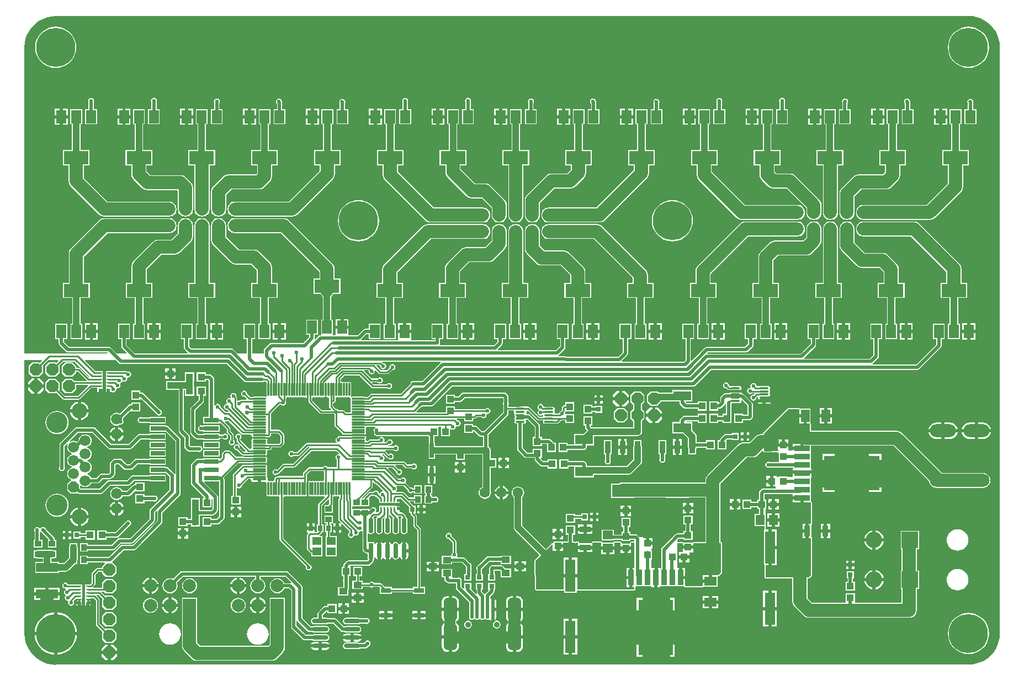
<source format=gtl>
G04 Layer_Physical_Order=1*
G04 Layer_Color=255*
%FSLAX44Y44*%
%MOMM*%
G71*
G01*
G75*
%ADD10R,1.6000X5.0000*%
%ADD11R,0.7620X0.7620*%
%ADD12R,0.7620X0.7620*%
%ADD13R,0.3510X2.3520*%
%ADD14R,0.4790X0.2650*%
%ADD15R,2.3520X0.3510*%
%ADD16R,0.2650X0.4790*%
G04:AMPARAMS|DCode=17|XSize=2.8mm|YSize=0.5mm|CornerRadius=0.125mm|HoleSize=0mm|Usage=FLASHONLY|Rotation=270.000|XOffset=0mm|YOffset=0mm|HoleType=Round|Shape=RoundedRectangle|*
%AMROUNDEDRECTD17*
21,1,2.8000,0.2500,0,0,270.0*
21,1,2.5500,0.5000,0,0,270.0*
1,1,0.2500,-0.1250,-1.2750*
1,1,0.2500,-0.1250,1.2750*
1,1,0.2500,0.1250,1.2750*
1,1,0.2500,0.1250,-1.2750*
%
%ADD17ROUNDEDRECTD17*%
G04:AMPARAMS|DCode=18|XSize=3.5mm|YSize=2.05mm|CornerRadius=0.5125mm|HoleSize=0mm|Usage=FLASHONLY|Rotation=270.000|XOffset=0mm|YOffset=0mm|HoleType=Round|Shape=RoundedRectangle|*
%AMROUNDEDRECTD18*
21,1,3.5000,1.0250,0,0,270.0*
21,1,2.4750,2.0500,0,0,270.0*
1,1,1.0250,-0.5125,-1.2375*
1,1,1.0250,-0.5125,1.2375*
1,1,1.0250,0.5125,1.2375*
1,1,1.0250,0.5125,-1.2375*
%
%ADD18ROUNDEDRECTD18*%
G04:AMPARAMS|DCode=19|XSize=4mm|YSize=2.05mm|CornerRadius=0.5125mm|HoleSize=0mm|Usage=FLASHONLY|Rotation=270.000|XOffset=0mm|YOffset=0mm|HoleType=Round|Shape=RoundedRectangle|*
%AMROUNDEDRECTD19*
21,1,4.0000,1.0250,0,0,270.0*
21,1,2.9750,2.0500,0,0,270.0*
1,1,1.0250,-0.5125,-1.4875*
1,1,1.0250,-0.5125,1.4875*
1,1,1.0250,0.5125,1.4875*
1,1,1.0250,0.5125,-1.4875*
%
%ADD19ROUNDEDRECTD19*%
G04:AMPARAMS|DCode=20|XSize=3.5mm|YSize=2.05mm|CornerRadius=0.5125mm|HoleSize=0mm|Usage=FLASHONLY|Rotation=270.000|XOffset=0mm|YOffset=0mm|HoleType=Round|Shape=RoundedRectangle|*
%AMROUNDEDRECTD20*
21,1,3.5000,1.0250,0,0,270.0*
21,1,2.4750,2.0500,0,0,270.0*
1,1,1.0250,-0.5125,-1.2375*
1,1,1.0250,-0.5125,1.2375*
1,1,1.0250,0.5125,1.2375*
1,1,1.0250,0.5125,-1.2375*
%
%ADD20ROUNDEDRECTD20*%
%ADD21R,3.4000X1.4000*%
%ADD22R,0.9000X1.9000*%
%ADD23R,3.2000X1.9000*%
%ADD24R,1.4000X1.2000*%
%ADD25R,1.0000X0.9000*%
%ADD26R,0.7000X0.9000*%
%ADD27R,1.5240X0.7620*%
%ADD28R,0.7600X2.4000*%
%ADD29O,0.7600X2.4000*%
%ADD30R,0.7000X0.8000*%
%ADD31R,5.3500X8.5400*%
%ADD32R,0.8900X2.4100*%
%ADD33R,1.9000X1.3500*%
%ADD34R,1.7000X0.9500*%
%ADD35R,1.5500X1.3500*%
%ADD36R,1.5000X2.0000*%
%ADD37R,3.8000X2.0000*%
%ADD38O,2.1000X0.3000*%
%ADD39O,0.3000X2.1000*%
%ADD40O,2.5000X0.7000*%
%ADD41R,0.6500X2.2000*%
%ADD42R,2.2000X0.7600*%
%ADD43R,1.3000X1.0000*%
%ADD44R,1.3000X1.0000*%
%ADD45R,1.4500X0.3000*%
%ADD46O,1.4500X0.3000*%
%ADD47R,2.8000X1.4500*%
%ADD48R,1.1000X1.1000*%
%ADD49R,1.1000X1.1000*%
%ADD50R,0.9000X1.0000*%
%ADD51R,0.8000X0.7000*%
%ADD52R,8.5400X5.3500*%
%ADD53R,2.4100X0.8900*%
%ADD54R,1.3500X1.9000*%
%ADD55R,0.9500X1.7000*%
%ADD56R,1.3500X1.5500*%
%ADD57C,0.5000*%
%ADD58C,0.2540*%
%ADD59C,1.0000*%
%ADD60C,2.0000*%
%ADD61R,5.2070X8.3820*%
%ADD62R,10.0330X4.1910*%
%ADD63R,4.1910X10.0330*%
%ADD64R,8.3820X5.2070*%
%ADD65R,0.6350X0.2580*%
%ADD66R,9.2710X1.9050*%
%ADD67R,1.6510X4.3180*%
%ADD68R,1.9050X3.4290*%
%ADD69P,2.0345X8X292.5*%
%ADD70C,2.3550*%
%ADD71C,1.6764*%
%ADD72P,1.8145X8X292.5*%
%ADD73C,3.2500*%
%ADD74C,0.9000*%
%ADD75C,1.6000*%
%ADD76P,2.0345X8X22.5*%
%ADD77C,2.0000*%
%ADD78R,2.0000X2.0000*%
%ADD79O,4.0000X2.0000*%
%ADD80C,2.5000*%
%ADD81R,2.5000X2.5000*%
%ADD82C,6.0000*%
%ADD83C,0.6000*%
%ADD84C,1.0000*%
G36*
X1456222Y-2307D02*
X1462377Y-3532D01*
X1468320Y-5549D01*
X1473948Y-8324D01*
X1479166Y-11811D01*
X1483884Y-15949D01*
X1488022Y-20667D01*
X1491508Y-25885D01*
X1494284Y-31513D01*
X1496301Y-37455D01*
X1497525Y-43610D01*
X1497935Y-49858D01*
X1497921Y-49872D01*
X1497921D01*
X1497961Y-50074D01*
Y-950000D01*
X1498066Y-950528D01*
X1497693Y-956222D01*
X1496469Y-962377D01*
X1494451Y-968319D01*
X1491676Y-973948D01*
X1488189Y-979166D01*
X1484051Y-983884D01*
X1479333Y-988022D01*
X1474115Y-991508D01*
X1468487Y-994284D01*
X1462545Y-996301D01*
X1456390Y-997525D01*
X1450142Y-997935D01*
X1450128Y-997921D01*
Y-997921D01*
X1449926Y-997961D01*
X50000D01*
X49472Y-998066D01*
X43778Y-997693D01*
X37623Y-996469D01*
X31681Y-994451D01*
X26052Y-991676D01*
X20834Y-988189D01*
X16116Y-984051D01*
X11978Y-979333D01*
X8492Y-974115D01*
X5716Y-968487D01*
X3699Y-962544D01*
X2475Y-956390D01*
X2065Y-950142D01*
X2079Y-950127D01*
X2079D01*
X2039Y-949926D01*
Y-530000D01*
X28357D01*
X28892Y-531293D01*
X25526Y-534659D01*
X24799Y-533932D01*
X13901D01*
X8452Y-539381D01*
Y-550279D01*
X13901Y-555728D01*
X24799D01*
X30248Y-550279D01*
Y-539381D01*
X29521Y-538654D01*
X38174Y-530000D01*
X53757D01*
X54292Y-531293D01*
X50926Y-534659D01*
X50199Y-533932D01*
X39301D01*
X33852Y-539381D01*
Y-550279D01*
X39301Y-555728D01*
X50199D01*
X55648Y-550279D01*
Y-539381D01*
X54921Y-538654D01*
X61160Y-532414D01*
X78840D01*
X101203Y-554777D01*
X100742Y-556296D01*
X100616Y-556322D01*
X87127Y-542833D01*
X86211Y-542221D01*
X85130Y-542006D01*
X85130Y-542006D01*
X81048D01*
Y-539381D01*
X75599Y-533932D01*
X64701D01*
X59252Y-539381D01*
Y-550279D01*
X64701Y-555728D01*
X75599D01*
X81048Y-550279D01*
Y-547654D01*
X83960D01*
X97192Y-560886D01*
X96612Y-562286D01*
X78553D01*
X75599Y-559332D01*
X64701D01*
X59252Y-564781D01*
Y-575679D01*
X64701Y-581128D01*
X75599D01*
X81048Y-575679D01*
Y-567934D01*
X99192D01*
X99772Y-569334D01*
X83920Y-585186D01*
X63700D01*
X54921Y-576406D01*
X55648Y-575679D01*
Y-564781D01*
X50199Y-559332D01*
X39301D01*
X33852Y-564781D01*
Y-575679D01*
X39301Y-581128D01*
X50199D01*
X50926Y-580401D01*
X60533Y-590007D01*
X60533Y-590007D01*
X61449Y-590619D01*
X62530Y-590834D01*
X85090D01*
X85090Y-590834D01*
X86171Y-590619D01*
X87087Y-590007D01*
X104160Y-572934D01*
X113385D01*
Y-578975D01*
X115820D01*
Y-575110D01*
X120820D01*
Y-578975D01*
X121960D01*
Y-572935D01*
X122215D01*
Y-567935D01*
Y-562935D01*
Y-562610D01*
Y-557935D01*
Y-552935D01*
Y-548310D01*
X122215D01*
Y-547285D01*
X114425D01*
Y-547286D01*
X110590D01*
X94598Y-531293D01*
X95133Y-530000D01*
X141962D01*
X146816Y-534854D01*
X148139Y-535738D01*
X149700Y-536048D01*
X149700Y-536048D01*
X312104D01*
X339010Y-562954D01*
X339010Y-562954D01*
X340333Y-563838D01*
X341894Y-564148D01*
X367030D01*
X368591Y-563838D01*
X369914Y-562954D01*
X369954Y-562894D01*
X372210D01*
X373326Y-564010D01*
Y-565337D01*
X373324Y-565340D01*
X373091Y-566510D01*
Y-584510D01*
X373322Y-585669D01*
X373293Y-585711D01*
X372351Y-586653D01*
X372309Y-586682D01*
X371150Y-586451D01*
X353150D01*
X351979Y-586684D01*
X351977Y-586686D01*
X348110D01*
X343580Y-582155D01*
X343678Y-581660D01*
X343329Y-579904D01*
X342334Y-578416D01*
X340846Y-577421D01*
X339090Y-577072D01*
X337334Y-577421D01*
X335846Y-578416D01*
X334851Y-579904D01*
X334502Y-581660D01*
X334851Y-583416D01*
X335846Y-584904D01*
X337334Y-585899D01*
X339090Y-586248D01*
X339585Y-586150D01*
X343058Y-589622D01*
X342522Y-590916D01*
X334630D01*
X334630Y-590916D01*
X333549Y-591131D01*
X332633Y-591743D01*
X331965Y-592410D01*
X331470Y-592312D01*
X329714Y-592661D01*
X329344Y-592908D01*
X327944Y-592160D01*
Y-588010D01*
X327729Y-586929D01*
X327117Y-586013D01*
X327117Y-586013D01*
X327070Y-585965D01*
X327168Y-585470D01*
X326819Y-583714D01*
X325824Y-582226D01*
X324336Y-581231D01*
X322580Y-580882D01*
X320824Y-581231D01*
X319336Y-582226D01*
X318341Y-583714D01*
X317992Y-585470D01*
X318341Y-587226D01*
X318632Y-587661D01*
X318391Y-588104D01*
X317706Y-588796D01*
X316230Y-588502D01*
X314474Y-588851D01*
X312986Y-589846D01*
X311991Y-591334D01*
X311642Y-593090D01*
X311991Y-594846D01*
X312787Y-596037D01*
X312592Y-596758D01*
X312449Y-597063D01*
X312170Y-597442D01*
X310664Y-597741D01*
X309176Y-598736D01*
X308181Y-600224D01*
X307832Y-601980D01*
X308181Y-603736D01*
X309176Y-605224D01*
X310664Y-606219D01*
X312420Y-606568D01*
X312915Y-606470D01*
X314818Y-608372D01*
X314238Y-609772D01*
X310243D01*
X302940Y-602469D01*
X303038Y-601973D01*
X302689Y-600218D01*
X301694Y-598729D01*
X300206Y-597734D01*
X298450Y-597385D01*
X296694Y-597734D01*
X295206Y-598729D01*
X294404Y-599928D01*
X293004Y-599654D01*
Y-559436D01*
X293004Y-559436D01*
X292694Y-557875D01*
X291810Y-556552D01*
X291810Y-556552D01*
X288634Y-553376D01*
X287311Y-552492D01*
X285750Y-552182D01*
X285750Y-552182D01*
X280160D01*
Y-549260D01*
X266160D01*
Y-563260D01*
X280160D01*
Y-560338D01*
X284061D01*
X284848Y-561125D01*
Y-617000D01*
X276426D01*
Y-627600D01*
X301426D01*
Y-627289D01*
X302719Y-626754D01*
X312136Y-636170D01*
Y-640080D01*
X312136Y-640080D01*
X312351Y-641161D01*
X312963Y-642077D01*
X317216Y-646330D01*
Y-653065D01*
X316796Y-653346D01*
X315801Y-654834D01*
X315452Y-656590D01*
X315801Y-658346D01*
X316796Y-659834D01*
X318284Y-660829D01*
X320040Y-661178D01*
X321796Y-660829D01*
X323284Y-659834D01*
X324279Y-658346D01*
X324628Y-656590D01*
X324279Y-654834D01*
X323284Y-653346D01*
X322864Y-653065D01*
Y-645160D01*
X322864Y-645160D01*
X322649Y-644079D01*
X322037Y-643163D01*
X322037Y-643163D01*
X317784Y-638910D01*
Y-635000D01*
X317784Y-635000D01*
X317569Y-633919D01*
X316957Y-633003D01*
X316957Y-633003D01*
X309377Y-625423D01*
X310067Y-624133D01*
X311150Y-624348D01*
X312906Y-623999D01*
X314284Y-623078D01*
X334713Y-643507D01*
X334713Y-643507D01*
X335629Y-644119D01*
X336710Y-644334D01*
X336710Y-644334D01*
X348898D01*
X349896Y-645317D01*
X350237Y-646597D01*
X349962Y-647010D01*
X350544D01*
X350987Y-647673D01*
X351979Y-648336D01*
X353150Y-648569D01*
X362150D01*
Y-650451D01*
X353150D01*
X351979Y-650684D01*
X350987Y-651347D01*
X350544Y-652010D01*
X349962D01*
X350237Y-652423D01*
X350299Y-652464D01*
X350091Y-653510D01*
X350324Y-654680D01*
X350878Y-655510D01*
X350324Y-656339D01*
X350091Y-657510D01*
X350324Y-658680D01*
X350878Y-659510D01*
X350324Y-660340D01*
X350091Y-661510D01*
X350324Y-662681D01*
X350878Y-663510D01*
X350324Y-664340D01*
X350091Y-665510D01*
X348898Y-666686D01*
X346830D01*
X333024Y-652880D01*
Y-651225D01*
X333444Y-650944D01*
X334439Y-649456D01*
X334788Y-647700D01*
X334439Y-645944D01*
X333444Y-644456D01*
X331956Y-643461D01*
X330200Y-643112D01*
X328444Y-643461D01*
X326956Y-644456D01*
X325961Y-645944D01*
X325612Y-647700D01*
X325961Y-649456D01*
X326956Y-650944D01*
X327376Y-651225D01*
Y-654050D01*
X327376Y-654050D01*
X327591Y-655131D01*
X328203Y-656047D01*
X341548Y-669392D01*
X341012Y-670686D01*
X338130D01*
X332150Y-664706D01*
X332248Y-664210D01*
X331899Y-662454D01*
X330904Y-660966D01*
X329416Y-659971D01*
X327660Y-659622D01*
X325904Y-659971D01*
X324416Y-660966D01*
X323421Y-662454D01*
X323072Y-664210D01*
X323421Y-665966D01*
X324416Y-667454D01*
X325904Y-668449D01*
X327660Y-668798D01*
X328156Y-668700D01*
X334963Y-675507D01*
X335879Y-676119D01*
X336960Y-676334D01*
X336960Y-676334D01*
X348161D01*
X349049Y-677417D01*
X349031Y-677510D01*
X349049Y-677604D01*
X348161Y-678686D01*
X326770D01*
X317917Y-669833D01*
X317001Y-669221D01*
X315920Y-669006D01*
X315920Y-669006D01*
X309880D01*
X308799Y-669221D01*
X307883Y-669833D01*
X307883Y-669833D01*
X305343Y-672373D01*
X304731Y-673289D01*
X304516Y-674370D01*
X304516Y-674370D01*
Y-679550D01*
X302719Y-681346D01*
X301426Y-680811D01*
Y-680500D01*
X276426D01*
Y-681722D01*
X267970D01*
X266409Y-682032D01*
X265086Y-682916D01*
X265086Y-682916D01*
X258736Y-689266D01*
X257852Y-690589D01*
X257542Y-692150D01*
X257542Y-692150D01*
Y-718820D01*
X257542Y-718820D01*
X257852Y-720381D01*
X258736Y-721704D01*
X277862Y-740829D01*
Y-742300D01*
X275050D01*
Y-756300D01*
X289050D01*
Y-744017D01*
X290450Y-743174D01*
X290562Y-743233D01*
Y-759041D01*
X288911Y-760691D01*
X270606D01*
Y-756300D01*
X271050D01*
Y-742300D01*
X257050D01*
Y-756300D01*
X257494D01*
Y-764770D01*
Y-771510D01*
X257050D01*
Y-774322D01*
X252110D01*
Y-771400D01*
X238110D01*
Y-785400D01*
X252110D01*
Y-782478D01*
X257050D01*
Y-785510D01*
X262899D01*
X263400Y-785576D01*
X263901Y-785510D01*
X271050D01*
Y-771510D01*
X270606D01*
Y-768848D01*
X290600D01*
X290600Y-768848D01*
X292161Y-768538D01*
X293484Y-767653D01*
X297524Y-763614D01*
X297524Y-763614D01*
X298408Y-762291D01*
X298718Y-760730D01*
Y-740410D01*
X298408Y-738849D01*
X297524Y-737526D01*
X297524Y-737526D01*
X277791Y-717793D01*
X278327Y-716500D01*
X300722D01*
Y-770471D01*
X296761Y-774432D01*
X289050D01*
Y-771510D01*
X275050D01*
Y-785510D01*
X289050D01*
Y-782588D01*
X298450D01*
X298450Y-782588D01*
X300011Y-782278D01*
X301334Y-781394D01*
X307684Y-775044D01*
X307684Y-775044D01*
X308568Y-773721D01*
X308878Y-772160D01*
X308878Y-772160D01*
Y-713740D01*
X308568Y-712179D01*
X307758Y-710966D01*
X330390Y-688334D01*
X348161D01*
X349049Y-689417D01*
X349031Y-689510D01*
X349049Y-689604D01*
X348161Y-690686D01*
X337730D01*
X337730Y-690686D01*
X336649Y-690901D01*
X335733Y-691513D01*
X335733Y-691513D01*
X322663Y-704583D01*
X322051Y-705499D01*
X321836Y-706580D01*
X321836Y-706580D01*
Y-738380D01*
X319390D01*
Y-752380D01*
X333390D01*
Y-738380D01*
X327484D01*
Y-727063D01*
X328884Y-726314D01*
X329714Y-726869D01*
X331470Y-727218D01*
X333226Y-726869D01*
X334714Y-725874D01*
X335709Y-724386D01*
X336058Y-722630D01*
X335960Y-722134D01*
X345760Y-712334D01*
X348161D01*
X349049Y-713417D01*
X349031Y-713510D01*
X349344Y-715086D01*
X350237Y-716423D01*
X351574Y-717316D01*
X353150Y-717629D01*
X359650D01*
Y-713510D01*
X364650D01*
Y-717629D01*
X371150D01*
X371867Y-717486D01*
X372994Y-718429D01*
X373091Y-718627D01*
Y-736510D01*
X373324Y-737681D01*
X373987Y-738673D01*
X374980Y-739336D01*
X376150Y-739569D01*
X377321Y-739336D01*
X378150Y-738782D01*
X378979Y-739336D01*
X380150Y-739569D01*
X381320Y-739336D01*
X382150Y-738782D01*
X382980Y-739336D01*
X384150Y-739569D01*
X385321Y-739336D01*
X386150Y-738782D01*
X386979Y-739336D01*
X388150Y-739569D01*
X389320Y-739336D01*
X390150Y-738782D01*
X390979Y-739336D01*
X392150Y-739569D01*
X393326Y-740762D01*
Y-805090D01*
X393326Y-805090D01*
X393541Y-806171D01*
X394153Y-807087D01*
X433871Y-846805D01*
X433562Y-848360D01*
X433911Y-850116D01*
X434906Y-851604D01*
X436394Y-852599D01*
X438150Y-852948D01*
X439906Y-852599D01*
X441394Y-851604D01*
X442389Y-850116D01*
X442738Y-848360D01*
X442389Y-846604D01*
X441394Y-845116D01*
X439906Y-844121D01*
X438994Y-843940D01*
X398974Y-803920D01*
Y-740762D01*
X400150Y-739569D01*
X401320Y-739336D01*
X402150Y-738782D01*
X402980Y-739336D01*
X404150Y-739569D01*
X405321Y-739336D01*
X406150Y-738782D01*
X406979Y-739336D01*
X408150Y-739569D01*
X409320Y-739336D01*
X410150Y-738782D01*
X410979Y-739336D01*
X412150Y-739569D01*
X413321Y-739336D01*
X414150Y-738782D01*
X414980Y-739336D01*
X416150Y-739569D01*
X417321Y-739336D01*
X418150Y-738782D01*
X418979Y-739336D01*
X420150Y-739569D01*
X421320Y-739336D01*
X422150Y-738782D01*
X422980Y-739336D01*
X424150Y-739569D01*
X425321Y-739336D01*
X426150Y-738782D01*
X426979Y-739336D01*
X428150Y-739569D01*
X429320Y-739336D01*
X430150Y-738782D01*
X430979Y-739336D01*
X432150Y-739569D01*
X433196Y-739361D01*
X433237Y-739423D01*
X433650Y-739698D01*
Y-739116D01*
X434313Y-738673D01*
X434976Y-737681D01*
X435209Y-736510D01*
Y-727510D01*
X437091D01*
Y-736510D01*
X437324Y-737681D01*
X437987Y-738673D01*
X438650Y-739116D01*
Y-739698D01*
X439063Y-739423D01*
X439104Y-739361D01*
X440150Y-739569D01*
X441320Y-739336D01*
X442150Y-738782D01*
X442980Y-739336D01*
X444150Y-739569D01*
X445321Y-739336D01*
X446150Y-738782D01*
X446979Y-739336D01*
X448150Y-739569D01*
X449320Y-739336D01*
X450150Y-738782D01*
X450979Y-739336D01*
X452150Y-739569D01*
X453321Y-739336D01*
X454150Y-738782D01*
X454980Y-739336D01*
X456150Y-739569D01*
X457321Y-739336D01*
X458150Y-738782D01*
X458979Y-739336D01*
X460150Y-739569D01*
X461320Y-739336D01*
X461341Y-739322D01*
X462233Y-739690D01*
X462517Y-741259D01*
X453313Y-750463D01*
X452701Y-751379D01*
X452486Y-752460D01*
X452486Y-752460D01*
Y-782160D01*
X450310D01*
Y-794160D01*
X448937Y-794226D01*
X447350D01*
Y-790660D01*
X441310D01*
X435270D01*
Y-795200D01*
X436717D01*
X437253Y-796493D01*
X436153Y-797593D01*
X435541Y-798509D01*
X435326Y-799590D01*
X435326Y-799590D01*
Y-819910D01*
X435326Y-819910D01*
X435541Y-820991D01*
X436153Y-821907D01*
X439963Y-825717D01*
X440879Y-826329D01*
X441940Y-826540D01*
Y-831220D01*
X458940D01*
Y-816620D01*
X458940Y-816220D01*
Y-815220D01*
X458940Y-814820D01*
Y-800220D01*
X454882D01*
X454548Y-799708D01*
X454344Y-798820D01*
X457307Y-795857D01*
X457307Y-795857D01*
X457919Y-794941D01*
X458075Y-794160D01*
X460310D01*
Y-782160D01*
X458134D01*
Y-753630D01*
X468032Y-743732D01*
X469326Y-744268D01*
Y-750960D01*
X467716Y-752570D01*
X462130D01*
Y-764570D01*
X475130D01*
Y-753865D01*
X475130Y-752570D01*
X475130Y-752570D01*
X475011Y-752235D01*
X474974Y-752130D01*
X474974Y-750835D01*
Y-740762D01*
X476150Y-739569D01*
X477321Y-739336D01*
X478150Y-738782D01*
X478979Y-739336D01*
X480150Y-739569D01*
X481320Y-739336D01*
X482150Y-738782D01*
X482980Y-739336D01*
X484150Y-739569D01*
X485326Y-740762D01*
Y-741620D01*
X484413Y-742533D01*
X483801Y-743449D01*
X483586Y-744530D01*
X483586Y-744530D01*
Y-774700D01*
X483586Y-774700D01*
X483801Y-775781D01*
X484413Y-776697D01*
X487436Y-779720D01*
X486856Y-781120D01*
X484480D01*
Y-785660D01*
X488020D01*
Y-782284D01*
X489420Y-781704D01*
X500096Y-792380D01*
Y-795305D01*
X499676Y-795586D01*
X498681Y-797074D01*
X498332Y-798830D01*
X498681Y-800586D01*
X499676Y-802074D01*
X501164Y-803069D01*
X502920Y-803418D01*
X504676Y-803069D01*
X506164Y-802074D01*
X507159Y-800586D01*
X507287Y-799942D01*
X508784Y-799259D01*
X510540Y-799608D01*
X512296Y-799259D01*
X513784Y-798264D01*
X514779Y-796776D01*
X515128Y-795020D01*
X514986Y-794307D01*
X516177Y-793116D01*
X516890Y-793258D01*
X518646Y-792909D01*
X519032Y-792651D01*
X520432Y-793399D01*
Y-820420D01*
X520432Y-820420D01*
X520742Y-821981D01*
X521626Y-823304D01*
X524166Y-825844D01*
X524166Y-825844D01*
X525489Y-826728D01*
X527050Y-827038D01*
X528100D01*
Y-836460D01*
X528100D01*
X528010Y-837823D01*
X527901Y-837932D01*
X499110D01*
X499110Y-837932D01*
X497549Y-838242D01*
X496226Y-839126D01*
X492306Y-843046D01*
X491422Y-844369D01*
X491112Y-845930D01*
X491112Y-845930D01*
Y-847710D01*
X488190D01*
Y-861710D01*
X491112D01*
Y-866684D01*
X490951Y-866924D01*
X490602Y-868680D01*
X490951Y-870436D01*
X491112Y-870676D01*
Y-878850D01*
X483080D01*
Y-891850D01*
X499080D01*
Y-882187D01*
X499268Y-881240D01*
Y-870676D01*
X499429Y-870436D01*
X499778Y-868680D01*
X499429Y-866924D01*
X499268Y-866684D01*
Y-861710D01*
X502190D01*
Y-847710D01*
X502190D01*
X501853Y-846310D01*
X502001Y-846088D01*
X529590D01*
X529590Y-846088D01*
X531151Y-845778D01*
X532474Y-844894D01*
X536284Y-841084D01*
X537168Y-839761D01*
X537478Y-838200D01*
X537478Y-838200D01*
Y-836460D01*
X538700D01*
Y-833632D01*
X540100Y-833494D01*
X540128Y-833634D01*
X541529Y-835731D01*
X543600Y-837115D01*
Y-822960D01*
Y-808805D01*
X541529Y-810189D01*
X540128Y-812286D01*
X540100Y-812426D01*
X538700Y-812288D01*
Y-809460D01*
X528588D01*
Y-796827D01*
X529988Y-796255D01*
X531332Y-797152D01*
X533400Y-797564D01*
X535468Y-797152D01*
X537221Y-795981D01*
X538392Y-794228D01*
X538804Y-792160D01*
Y-775760D01*
X538392Y-773692D01*
X537221Y-771939D01*
X537143Y-771142D01*
X538380Y-769904D01*
X542804D01*
X543229Y-771304D01*
X542279Y-771939D01*
X541107Y-773692D01*
X540696Y-775760D01*
Y-792160D01*
X541107Y-794228D01*
X542279Y-795981D01*
X544032Y-797152D01*
X546100Y-797564D01*
X548168Y-797152D01*
X549921Y-795981D01*
X551092Y-794228D01*
X551504Y-792160D01*
Y-775760D01*
X551094Y-773700D01*
X553593Y-771201D01*
X555051Y-771723D01*
X555066Y-771880D01*
X554979Y-771939D01*
X553807Y-773692D01*
X553396Y-775760D01*
Y-792160D01*
X553807Y-794228D01*
X554979Y-795981D01*
X556732Y-797152D01*
X558800Y-797564D01*
X560868Y-797152D01*
X562621Y-795981D01*
X563792Y-794228D01*
X564204Y-792160D01*
Y-775760D01*
X563792Y-773692D01*
X562621Y-771939D01*
X561664Y-771300D01*
Y-768298D01*
X563064Y-767718D01*
X567521Y-772175D01*
X566507Y-773692D01*
X566096Y-775760D01*
Y-792160D01*
X566507Y-794228D01*
X567679Y-795981D01*
X569432Y-797152D01*
X571500Y-797564D01*
X573568Y-797152D01*
X575321Y-795981D01*
X576493Y-794228D01*
X576904Y-792160D01*
Y-775760D01*
X576493Y-773692D01*
X575321Y-771939D01*
X575062Y-771766D01*
X575010Y-771304D01*
X576249Y-769904D01*
X579456D01*
X580472Y-770990D01*
X580379Y-771939D01*
X579207Y-773692D01*
X578796Y-775760D01*
Y-792160D01*
X579207Y-794228D01*
X580379Y-795981D01*
X582132Y-797152D01*
X584200Y-797564D01*
X586268Y-797152D01*
X588021Y-795981D01*
X589193Y-794228D01*
X589604Y-792160D01*
Y-775760D01*
X589193Y-773692D01*
X588021Y-771939D01*
X587024Y-771273D01*
Y-770397D01*
X587024Y-770397D01*
X586809Y-769316D01*
X586197Y-768400D01*
X586197Y-768400D01*
X582880Y-765083D01*
X581964Y-764471D01*
X580883Y-764256D01*
X580883Y-764256D01*
X577848D01*
X577705Y-762915D01*
X577705D01*
Y-760480D01*
X573840D01*
Y-755480D01*
X577705D01*
Y-754340D01*
X571665D01*
Y-754084D01*
X561340D01*
X547040D01*
Y-754085D01*
X546015D01*
Y-761875D01*
X545043Y-762872D01*
X543660Y-764256D01*
X541950D01*
X541202Y-762856D01*
X541449Y-762486D01*
X541798Y-760730D01*
X541449Y-758974D01*
X540454Y-757486D01*
X538966Y-756491D01*
X537210Y-756142D01*
X535454Y-756491D01*
X534835Y-756905D01*
X534546Y-756962D01*
X533223Y-757846D01*
X531816Y-759254D01*
X531010Y-758920D01*
Y-758920D01*
X518310D01*
Y-758920D01*
X505310D01*
X504474Y-757866D01*
Y-755974D01*
X505310Y-754920D01*
X518010D01*
Y-754920D01*
X531010D01*
Y-742920D01*
X530363D01*
X529827Y-741627D01*
X533300Y-738154D01*
X537495D01*
X537776Y-738574D01*
X539264Y-739569D01*
X541020Y-739918D01*
X541516Y-739820D01*
X546015Y-744319D01*
Y-749595D01*
X547040D01*
Y-749595D01*
X561340D01*
X571665D01*
Y-749340D01*
X577705D01*
Y-748200D01*
X573840D01*
Y-743200D01*
X577705D01*
Y-742528D01*
X579105Y-742333D01*
X591870Y-755098D01*
Y-764960D01*
X593038D01*
X594046Y-765780D01*
X594261Y-766861D01*
X594873Y-767777D01*
X598256Y-771160D01*
Y-783960D01*
X598256Y-783960D01*
X598471Y-785041D01*
X599083Y-785957D01*
X604236Y-791110D01*
Y-878610D01*
X597940D01*
Y-881096D01*
X565380D01*
Y-878610D01*
X554944D01*
X549687Y-873353D01*
X548771Y-872741D01*
X547690Y-872526D01*
X547690Y-872526D01*
X538409D01*
X537914Y-871786D01*
X536426Y-870791D01*
X534670Y-870442D01*
X532914Y-870791D01*
X531426Y-871786D01*
X530931Y-872526D01*
X521080D01*
Y-868850D01*
X516014D01*
Y-861710D01*
X520190D01*
Y-847710D01*
X506190D01*
Y-861710D01*
X510366D01*
Y-868850D01*
X505080D01*
Y-881850D01*
X521080D01*
Y-878174D01*
X531359D01*
X531426Y-878274D01*
X532914Y-879269D01*
X534670Y-879618D01*
X536426Y-879269D01*
X537914Y-878274D01*
X537981Y-878174D01*
X546520D01*
X547140Y-878794D01*
Y-889230D01*
X565380D01*
Y-886744D01*
X597940D01*
Y-889230D01*
X616180D01*
Y-878610D01*
X609884D01*
Y-789940D01*
X609884Y-789940D01*
X609669Y-788859D01*
X609057Y-787943D01*
X609057Y-787943D01*
X603904Y-782790D01*
Y-769990D01*
X603689Y-768909D01*
X603077Y-767993D01*
X601335Y-766251D01*
X601870Y-764960D01*
X601870D01*
Y-753960D01*
X598721D01*
X593098Y-748338D01*
X593634Y-747044D01*
X599410D01*
Y-750720D01*
X611410D01*
Y-737720D01*
X599410D01*
Y-741396D01*
X591887D01*
X583824Y-733333D01*
X582908Y-732721D01*
X581827Y-732506D01*
X581827Y-732506D01*
X572402D01*
X571978Y-731106D01*
X572204Y-730954D01*
X573199Y-729466D01*
X573548Y-727710D01*
X573199Y-725954D01*
X572564Y-725004D01*
X573243Y-723604D01*
X583720D01*
X589870Y-729754D01*
X589772Y-730250D01*
X590121Y-732006D01*
X591116Y-733494D01*
X592604Y-734489D01*
X594360Y-734838D01*
X596116Y-734489D01*
X597604Y-733494D01*
X597885Y-733074D01*
X599410D01*
Y-735480D01*
X611410D01*
Y-722480D01*
X599410D01*
Y-727426D01*
X597885D01*
X597604Y-727006D01*
X596116Y-726011D01*
X594360Y-725662D01*
X593865Y-725760D01*
X587181Y-719077D01*
X586887Y-718783D01*
X586928Y-717126D01*
X587169Y-716766D01*
X587518Y-715010D01*
X587169Y-713254D01*
X586174Y-711766D01*
X584686Y-710771D01*
X582930Y-710422D01*
X581174Y-710771D01*
X579686Y-711766D01*
X579405Y-712186D01*
X575210D01*
X565877Y-702853D01*
X565756Y-702772D01*
X559658Y-696674D01*
X560238Y-695274D01*
X565550D01*
X572090Y-701814D01*
X571992Y-702310D01*
X572341Y-704066D01*
X573336Y-705554D01*
X574824Y-706549D01*
X576580Y-706898D01*
X578336Y-706549D01*
X579824Y-705554D01*
X580819Y-704066D01*
X581168Y-702310D01*
X580819Y-700554D01*
X579824Y-699066D01*
X578336Y-698071D01*
X576580Y-697722D01*
X576085Y-697820D01*
X570832Y-692568D01*
X571368Y-691274D01*
X581870D01*
X586013Y-695417D01*
X586013Y-695417D01*
X586929Y-696029D01*
X588010Y-696244D01*
X588010Y-696244D01*
X595915D01*
X596196Y-696664D01*
X597684Y-697659D01*
X599440Y-698008D01*
X601196Y-697659D01*
X602684Y-696664D01*
X603679Y-695176D01*
X604028Y-693420D01*
X603679Y-691664D01*
X602684Y-690176D01*
X601196Y-689181D01*
X599440Y-688832D01*
X597684Y-689181D01*
X596196Y-690176D01*
X595915Y-690596D01*
X589180D01*
X585037Y-686453D01*
X584121Y-685841D01*
X583040Y-685626D01*
X583040Y-685626D01*
X553188D01*
X552763Y-684226D01*
X553154Y-683964D01*
X554149Y-682476D01*
X554498Y-680720D01*
X554149Y-678964D01*
X553154Y-677476D01*
X551666Y-676481D01*
X550660Y-676281D01*
X550514Y-676054D01*
X551279Y-674654D01*
X552550D01*
X558073Y-680177D01*
X558073Y-680177D01*
X558989Y-680789D01*
X560070Y-681004D01*
X560355D01*
X560636Y-681424D01*
X562124Y-682419D01*
X563880Y-682768D01*
X565636Y-682419D01*
X567124Y-681424D01*
X568119Y-679936D01*
X568468Y-678180D01*
X568119Y-676424D01*
X567124Y-674936D01*
X565636Y-673941D01*
X563880Y-673592D01*
X562124Y-673941D01*
X560746Y-674862D01*
X555717Y-669833D01*
X555569Y-669734D01*
X555994Y-668334D01*
X567945D01*
X568226Y-668754D01*
X569714Y-669749D01*
X571470Y-670098D01*
X573226Y-669749D01*
X574714Y-668754D01*
X575709Y-667266D01*
X576058Y-665510D01*
X575709Y-663754D01*
X574714Y-662266D01*
X573226Y-661271D01*
X571470Y-660922D01*
X569714Y-661271D01*
X568226Y-662266D01*
X567945Y-662686D01*
X559714D01*
X559312Y-661360D01*
X560265Y-660435D01*
X560854Y-660829D01*
X562610Y-661178D01*
X564366Y-660829D01*
X565854Y-659834D01*
X566849Y-658346D01*
X567198Y-656590D01*
X566849Y-654834D01*
X565854Y-653346D01*
X564366Y-652351D01*
X562610Y-652002D01*
X560854Y-652351D01*
X559366Y-653346D01*
X558903Y-654038D01*
X558073Y-654593D01*
X558073Y-654593D01*
X556360Y-656306D01*
X554650D01*
X553902Y-654906D01*
X554149Y-654536D01*
X554498Y-652780D01*
X554149Y-651024D01*
X553154Y-649536D01*
X551666Y-648541D01*
X549910Y-648192D01*
X548154Y-648541D01*
X546666Y-649536D01*
X545671Y-651024D01*
X545448Y-652146D01*
X532130D01*
X531049Y-652361D01*
X530133Y-652973D01*
X530133Y-652973D01*
X528420Y-654686D01*
X527402D01*
X526209Y-653510D01*
X525976Y-652339D01*
X525422Y-651510D01*
X525976Y-650680D01*
X526209Y-649510D01*
X526001Y-648464D01*
X526063Y-648423D01*
X526338Y-648010D01*
X525756D01*
X525313Y-647347D01*
X524321Y-646684D01*
X523150Y-646451D01*
X514150D01*
Y-644569D01*
X523150D01*
X524321Y-644336D01*
X525313Y-643673D01*
X525756Y-643010D01*
X526338D01*
X526063Y-642597D01*
X526001Y-642556D01*
X526209Y-641510D01*
X525976Y-640340D01*
X525422Y-639510D01*
X525976Y-638680D01*
X526209Y-637510D01*
X525976Y-636339D01*
X525422Y-635510D01*
X525976Y-634680D01*
X526209Y-633510D01*
X527402Y-632334D01*
X539461D01*
X539886Y-633734D01*
X539046Y-634296D01*
X538051Y-635784D01*
X537702Y-637540D01*
X538051Y-639296D01*
X538212Y-639536D01*
Y-642620D01*
X538522Y-644181D01*
X539406Y-645504D01*
X540729Y-646388D01*
X542290Y-646698D01*
X621881D01*
X622763Y-647581D01*
Y-656840D01*
X622091D01*
Y-681840D01*
X631591D01*
Y-675336D01*
X663560D01*
Y-683800D01*
X677560D01*
Y-675336D01*
X704134D01*
Y-725248D01*
X703449Y-725532D01*
X701465Y-727055D01*
X699942Y-729039D01*
X698985Y-731350D01*
X698658Y-733830D01*
X698985Y-736310D01*
X699942Y-738621D01*
X701465Y-740605D01*
X703449Y-742128D01*
X705760Y-743085D01*
X708240Y-743412D01*
X710720Y-743085D01*
X713031Y-742128D01*
X715015Y-740605D01*
X716538Y-738621D01*
X717495Y-736310D01*
X717822Y-733830D01*
X717495Y-731350D01*
X717246Y-730748D01*
Y-695340D01*
X725710D01*
Y-681340D01*
X717246D01*
Y-668780D01*
X717023Y-667083D01*
X716368Y-665502D01*
X715326Y-664144D01*
X713968Y-663102D01*
X713588Y-662945D01*
Y-644729D01*
X743294Y-615024D01*
X743294Y-615024D01*
X744178Y-613701D01*
X744488Y-612140D01*
Y-607664D01*
X751739D01*
X752735Y-609064D01*
X752581Y-609840D01*
X752894Y-611416D01*
X753787Y-612753D01*
X754271Y-613076D01*
X753874Y-613670D01*
X753641Y-614840D01*
X753874Y-616011D01*
X754537Y-617003D01*
Y-617677D01*
X753874Y-618670D01*
X753641Y-619840D01*
X753874Y-621011D01*
X754537Y-622003D01*
Y-622677D01*
X753874Y-623670D01*
X753641Y-624840D01*
X753874Y-626011D01*
X754537Y-627003D01*
X755529Y-627666D01*
X756700Y-627899D01*
X757922D01*
Y-666750D01*
X757922Y-666750D01*
X758232Y-668311D01*
X759116Y-669634D01*
X768766Y-679284D01*
X768766Y-679284D01*
X770089Y-680168D01*
X771650Y-680478D01*
X784592D01*
Y-681990D01*
X784592Y-681990D01*
X784902Y-683551D01*
X785786Y-684874D01*
X793406Y-692494D01*
X794729Y-693378D01*
X796290Y-693688D01*
X796290Y-693688D01*
X804420D01*
Y-696610D01*
X818420D01*
Y-682610D01*
X804420D01*
Y-685532D01*
X797979D01*
X794058Y-681610D01*
X794638Y-680210D01*
X795670D01*
Y-666210D01*
X781670D01*
Y-672322D01*
X773339D01*
X766078Y-665061D01*
Y-627899D01*
X768200D01*
X769370Y-627666D01*
X770363Y-627003D01*
X771026Y-626011D01*
X771259Y-624840D01*
X771026Y-623670D01*
X770363Y-622677D01*
Y-622503D01*
X771471Y-621298D01*
X773011D01*
X784592Y-632879D01*
Y-648210D01*
X781670D01*
Y-662210D01*
X795670D01*
Y-659288D01*
X803150D01*
Y-671210D01*
X817150D01*
Y-657210D01*
X813751D01*
X813034Y-656136D01*
X813034Y-656136D01*
X809224Y-652326D01*
X807901Y-651442D01*
X806340Y-651132D01*
X806340Y-651132D01*
X795670D01*
Y-648210D01*
X792748D01*
Y-631190D01*
X792748Y-631190D01*
X792438Y-629629D01*
X791554Y-628306D01*
X777584Y-614336D01*
X776261Y-613452D01*
X774700Y-613142D01*
X774700Y-613142D01*
X772537D01*
X771788Y-611742D01*
X772006Y-611416D01*
X772319Y-609840D01*
X772237Y-609429D01*
X773207Y-608071D01*
X774159Y-607974D01*
X788023Y-621837D01*
X788939Y-622449D01*
X790020Y-622664D01*
X790020Y-622664D01*
X797700D01*
Y-627840D01*
X815200D01*
Y-627664D01*
X819210D01*
X819210Y-627664D01*
X820291Y-627449D01*
X821207Y-626837D01*
X825350Y-622694D01*
X831200D01*
Y-626870D01*
X845200D01*
Y-612870D01*
X831957D01*
X831358Y-612140D01*
X831049Y-610585D01*
X831307Y-610327D01*
X831307Y-610327D01*
X831919Y-609411D01*
X832027Y-608870D01*
X845200D01*
Y-594870D01*
X831200D01*
Y-599046D01*
X830690D01*
X829609Y-599261D01*
X828693Y-599873D01*
X828693Y-599873D01*
X827313Y-601253D01*
X826701Y-602169D01*
X826486Y-603250D01*
X826486Y-603250D01*
Y-607160D01*
X825926Y-607720D01*
X825014Y-607901D01*
X823526Y-608896D01*
X822531Y-610384D01*
X822350Y-611296D01*
X821630Y-612016D01*
X816038D01*
X815739Y-611719D01*
X815105Y-610616D01*
X815259Y-609840D01*
X815026Y-608670D01*
X814363Y-607677D01*
Y-607003D01*
X815026Y-606011D01*
X815259Y-604840D01*
X815026Y-603670D01*
X814363Y-602677D01*
X813371Y-602014D01*
X812200Y-601781D01*
X800700D01*
X799659Y-601988D01*
X799652Y-601988D01*
X799049Y-601852D01*
X798260Y-601585D01*
X797989Y-600224D01*
X796994Y-598736D01*
X795506Y-597741D01*
X793750Y-597392D01*
X791994Y-597741D01*
X790506Y-598736D01*
X789511Y-600224D01*
X789162Y-601980D01*
X789511Y-603736D01*
X790506Y-605224D01*
X791043Y-605583D01*
Y-607267D01*
X790506Y-607626D01*
X789511Y-609114D01*
X789162Y-610870D01*
X789511Y-612626D01*
X790506Y-614114D01*
X791994Y-615109D01*
X793750Y-615458D01*
X795506Y-615109D01*
X796274Y-614596D01*
X796622Y-614658D01*
X797734Y-615304D01*
X797795Y-615616D01*
X797161Y-616719D01*
X796862Y-617016D01*
X791190D01*
X776697Y-602523D01*
X775781Y-601911D01*
X774700Y-601696D01*
X774700Y-601696D01*
X762770D01*
X762340Y-601781D01*
X756700D01*
X755529Y-602014D01*
X755527Y-602016D01*
X744488D01*
Y-598896D01*
X744649Y-598656D01*
X744998Y-596900D01*
X744649Y-595144D01*
X744488Y-594904D01*
Y-586740D01*
X744178Y-585179D01*
X743294Y-583856D01*
X743294Y-583856D01*
X740754Y-581316D01*
X739431Y-580432D01*
X737870Y-580122D01*
X737870Y-580122D01*
X675640D01*
X674079Y-580432D01*
X672756Y-581316D01*
X672756Y-581316D01*
X667711Y-586362D01*
X662320D01*
Y-583440D01*
X648320D01*
Y-597440D01*
X662320D01*
Y-594518D01*
X669400D01*
X669400Y-594518D01*
X670961Y-594208D01*
X672284Y-593324D01*
X677329Y-588278D01*
X736181D01*
X736332Y-588429D01*
Y-594904D01*
X736171Y-595144D01*
X735822Y-596900D01*
X736171Y-598656D01*
X736332Y-598896D01*
Y-610451D01*
X706971Y-639812D01*
X703999D01*
X696414Y-632226D01*
X695091Y-631342D01*
X693530Y-631032D01*
X693530Y-631032D01*
X690260D01*
Y-628110D01*
X676260D01*
Y-642110D01*
X690260D01*
Y-639188D01*
X691841D01*
X699426Y-646774D01*
X699426Y-646774D01*
X700749Y-647658D01*
X702310Y-647968D01*
X702310Y-647968D01*
X705432D01*
Y-662224D01*
X631591D01*
Y-656840D01*
X630920D01*
Y-647080D01*
X636810D01*
Y-633734D01*
X636810Y-633080D01*
X637901Y-632334D01*
X639719D01*
X640810Y-633080D01*
Y-647080D01*
X654810D01*
Y-636541D01*
X655093Y-636321D01*
X656210Y-635921D01*
X657374Y-636699D01*
X659130Y-637048D01*
X660886Y-636699D01*
X662374Y-635704D01*
X663369Y-634216D01*
X663718Y-632460D01*
X663716Y-632449D01*
X664976Y-631607D01*
X664994Y-631619D01*
X666750Y-631968D01*
X668506Y-631619D01*
X669994Y-630624D01*
X670989Y-629136D01*
X671338Y-627380D01*
X670989Y-625624D01*
X669994Y-624136D01*
X668506Y-623141D01*
X666750Y-622792D01*
X666255Y-622890D01*
X664698Y-621334D01*
X665278Y-619934D01*
X676260D01*
Y-624110D01*
X690260D01*
Y-619934D01*
X692260D01*
X692260Y-619934D01*
X693341Y-619719D01*
X694257Y-619107D01*
X695860Y-617504D01*
X702595D01*
X702876Y-617924D01*
X704364Y-618919D01*
X706120Y-619268D01*
X707876Y-618919D01*
X709364Y-617924D01*
X710359Y-616436D01*
X710708Y-614680D01*
X710594Y-614104D01*
X711784Y-612914D01*
X712360Y-613028D01*
X714116Y-612679D01*
X715604Y-611684D01*
X716599Y-610196D01*
X716948Y-608440D01*
X716599Y-606684D01*
X715604Y-605196D01*
X714116Y-604201D01*
X712360Y-603852D01*
X710604Y-604201D01*
X709116Y-605196D01*
X708835Y-605616D01*
X662320D01*
Y-601440D01*
X648320D01*
Y-610246D01*
X603348D01*
X602812Y-608952D01*
X608260Y-603504D01*
X608330Y-603518D01*
X609891Y-603208D01*
X611214Y-602324D01*
X612459Y-601078D01*
X626513D01*
X626513Y-601078D01*
X628074Y-600768D01*
X629397Y-599884D01*
X658272Y-571008D01*
X1027662D01*
X1027663Y-571008D01*
X1029223Y-570698D01*
X1030546Y-569814D01*
X1055262Y-545098D01*
X1371600D01*
X1371600Y-545098D01*
X1373161Y-544788D01*
X1374484Y-543904D01*
X1407364Y-511024D01*
X1407364Y-511024D01*
X1408248Y-509701D01*
X1408558Y-508140D01*
X1408558Y-508140D01*
Y-497660D01*
X1413480D01*
Y-474660D01*
X1395480D01*
Y-497660D01*
X1400401D01*
Y-506451D01*
X1369911Y-536942D01*
X1303053D01*
X1302628Y-535542D01*
X1303254Y-535124D01*
X1311230Y-527148D01*
X1311230Y-527147D01*
X1312114Y-525824D01*
X1312425Y-524264D01*
X1312425Y-524263D01*
Y-497660D01*
X1317346D01*
Y-474660D01*
X1299346D01*
Y-497660D01*
X1304268D01*
Y-522574D01*
X1298681Y-528162D01*
X1198529D01*
X1197949Y-526762D01*
X1215097Y-509614D01*
X1215097Y-509614D01*
X1215981Y-508291D01*
X1216291Y-506730D01*
X1216291Y-506730D01*
Y-497660D01*
X1221213D01*
Y-474660D01*
X1203213D01*
Y-497660D01*
X1208134D01*
Y-505041D01*
X1192553Y-520622D01*
X1050036D01*
X1049470Y-519329D01*
X1050185Y-518428D01*
X1108710D01*
X1108710Y-518428D01*
X1110271Y-518118D01*
X1111594Y-517234D01*
X1118963Y-509865D01*
X1119847Y-508541D01*
X1120158Y-506981D01*
Y-497660D01*
X1125079D01*
Y-474660D01*
X1107079D01*
Y-497660D01*
X1112001D01*
Y-505291D01*
X1107021Y-510272D01*
X1048253D01*
X1046692Y-510582D01*
X1045369Y-511466D01*
X1045369Y-511466D01*
X1025424Y-531412D01*
X1024024Y-530832D01*
Y-497660D01*
X1028946D01*
Y-474660D01*
X1010946D01*
Y-497660D01*
X1015867D01*
Y-530305D01*
X1013481Y-532692D01*
X918820D01*
X918240Y-531292D01*
X926696Y-522836D01*
X926696Y-522836D01*
X927580Y-521513D01*
X927890Y-519952D01*
Y-497660D01*
X932812D01*
Y-474660D01*
X914812D01*
Y-497660D01*
X919734D01*
Y-518263D01*
X912845Y-525152D01*
X833751D01*
X833302Y-524852D01*
X831741Y-524542D01*
X831741Y-524542D01*
X821142D01*
X820418Y-523244D01*
X820434Y-523142D01*
X821672Y-522314D01*
X830562Y-513424D01*
X830562Y-513424D01*
X831446Y-512101D01*
X831757Y-510540D01*
X831757Y-510540D01*
Y-497660D01*
X836678D01*
Y-474660D01*
X818679D01*
Y-497660D01*
X823600D01*
Y-508851D01*
X817099Y-515352D01*
X728131D01*
X727551Y-513952D01*
X734429Y-507074D01*
X735313Y-505751D01*
X735623Y-504190D01*
X735623Y-504190D01*
Y-497660D01*
X740545D01*
Y-474660D01*
X722545D01*
Y-497660D01*
X727467D01*
Y-502501D01*
X722236Y-507732D01*
X639136D01*
X638927Y-507465D01*
X638516Y-506332D01*
X639179Y-505339D01*
X639490Y-503779D01*
Y-497660D01*
X644411D01*
Y-474660D01*
X626411D01*
Y-497660D01*
X631333D01*
Y-499700D01*
X596283D01*
X595318Y-498700D01*
X595318Y-498300D01*
Y-488660D01*
X585278D01*
X575238D01*
Y-498300D01*
X575238Y-498700D01*
X574273Y-499700D01*
X518967D01*
X518387Y-498300D01*
X526449Y-490238D01*
X530278D01*
Y-497660D01*
X548278D01*
Y-474660D01*
X530278D01*
Y-482082D01*
X524760D01*
X523199Y-482392D01*
X521876Y-483276D01*
X512992Y-492160D01*
X499130D01*
Y-482310D01*
X489090D01*
X479050D01*
Y-492160D01*
X476138D01*
X475090Y-491310D01*
X475090Y-490760D01*
Y-468310D01*
X472646D01*
Y-432666D01*
X474346Y-431362D01*
X476189Y-428960D01*
X476459Y-428310D01*
X486590D01*
Y-405310D01*
X477743D01*
Y-389944D01*
X477743Y-389944D01*
X477348Y-386942D01*
X476189Y-384145D01*
X474346Y-381742D01*
X474346Y-381742D01*
X408252Y-315648D01*
X405850Y-313805D01*
X403052Y-312646D01*
X400050Y-312251D01*
X400050Y-312251D01*
X325120D01*
X322118Y-312646D01*
X321379Y-312952D01*
X319671D01*
X317162Y-315461D01*
X316918Y-315648D01*
X316731Y-315892D01*
X314222Y-318401D01*
Y-320109D01*
X313916Y-320848D01*
X313521Y-323850D01*
X313916Y-326852D01*
X314222Y-327591D01*
Y-329299D01*
X316731Y-331808D01*
X316918Y-332052D01*
X317162Y-332239D01*
X319671Y-334748D01*
X321379D01*
X322118Y-335054D01*
X325120Y-335449D01*
X395245D01*
X454545Y-394749D01*
Y-405310D01*
X445590D01*
Y-428310D01*
X455830D01*
X456099Y-428960D01*
X457942Y-431362D01*
X459534Y-432583D01*
Y-468310D01*
X457090D01*
X457090Y-491072D01*
X456561Y-491767D01*
X456059Y-492201D01*
X454701Y-492471D01*
X453377Y-493355D01*
X448198Y-498534D01*
X446984Y-497768D01*
X447223Y-496570D01*
Y-491310D01*
X452090D01*
Y-468310D01*
X434090D01*
Y-491310D01*
X439066D01*
Y-494881D01*
X430025Y-503922D01*
X381000D01*
X381000Y-503922D01*
X379439Y-504232D01*
X378116Y-505116D01*
X370496Y-512736D01*
X369612Y-514059D01*
X369302Y-515620D01*
X369302Y-515620D01*
Y-520000D01*
X351089D01*
Y-497660D01*
X356011D01*
Y-474660D01*
X338011D01*
Y-497660D01*
X342932D01*
Y-520000D01*
X328918D01*
X322924Y-514006D01*
X321601Y-513122D01*
X320040Y-512812D01*
X320040Y-512812D01*
X258229D01*
X254956Y-509538D01*
Y-497660D01*
X259877D01*
Y-474660D01*
X241877D01*
Y-497660D01*
X246799D01*
Y-511227D01*
X246799Y-511227D01*
X247109Y-512788D01*
X247993Y-514111D01*
X252482Y-518600D01*
X251902Y-520000D01*
X171438D01*
X158822Y-507384D01*
Y-497660D01*
X163743D01*
Y-474660D01*
X145744D01*
Y-497660D01*
X150665D01*
Y-509073D01*
X150665Y-509074D01*
X150976Y-510634D01*
X151860Y-511957D01*
X158609Y-518707D01*
X158073Y-520000D01*
X143498D01*
X134964Y-511466D01*
X133641Y-510582D01*
X132080Y-510272D01*
X132080Y-510272D01*
X70269D01*
X62688Y-502691D01*
Y-497660D01*
X67610D01*
Y-474660D01*
X49610D01*
Y-497660D01*
X54532D01*
Y-504380D01*
X54532Y-504380D01*
X54842Y-505941D01*
X55726Y-507264D01*
X65696Y-517234D01*
X67019Y-518118D01*
X68580Y-518428D01*
X129269D01*
X129383Y-518600D01*
X128635Y-520000D01*
X2039D01*
Y-50000D01*
X1934Y-49472D01*
X2307Y-43778D01*
X3532Y-37623D01*
X5549Y-31681D01*
X8324Y-26052D01*
X11811Y-20834D01*
X15949Y-16116D01*
X20667Y-11978D01*
X25885Y-8492D01*
X31513Y-5716D01*
X37455Y-3699D01*
X43610Y-2475D01*
X49858Y-2065D01*
X49872Y-2079D01*
Y-2079D01*
X50074Y-2039D01*
X1450000D01*
X1450529Y-1934D01*
X1456222Y-2307D01*
D02*
G37*
G36*
X640551Y-533259D02*
X640731Y-534098D01*
X612487Y-562342D01*
X598170D01*
X596609Y-562652D01*
X595286Y-563536D01*
X594402Y-564859D01*
X594092Y-566420D01*
X594106Y-566490D01*
X578990Y-581606D01*
X534670D01*
X534670Y-581606D01*
X533589Y-581821D01*
X532673Y-582433D01*
X532673Y-582433D01*
X528420Y-586686D01*
X524323D01*
X524320Y-586684D01*
X523150Y-586451D01*
X505150D01*
X503991Y-586682D01*
X503949Y-586653D01*
X503007Y-585711D01*
X502978Y-585669D01*
X503209Y-584510D01*
Y-566510D01*
X502976Y-565340D01*
X502313Y-564347D01*
X501320Y-563684D01*
X500150Y-563451D01*
X498979Y-563684D01*
X498150Y-564238D01*
X497321Y-563684D01*
X496150Y-563451D01*
X494980Y-563684D01*
X494150Y-564238D01*
X493321Y-563684D01*
X492150Y-563451D01*
X490979Y-563684D01*
X490150Y-564238D01*
X489320Y-563684D01*
X488150Y-563451D01*
X486974Y-562258D01*
Y-559457D01*
X492677Y-553754D01*
X515470D01*
X533943Y-572227D01*
X534859Y-572839D01*
X535940Y-573054D01*
X557815D01*
X558096Y-573474D01*
X559584Y-574469D01*
X561340Y-574818D01*
X563096Y-574469D01*
X564584Y-573474D01*
X565579Y-571986D01*
X565928Y-570230D01*
X565579Y-568474D01*
X564584Y-566986D01*
X563096Y-565991D01*
X561340Y-565642D01*
X559584Y-565991D01*
X558096Y-566986D01*
X557815Y-567406D01*
X537110D01*
X535162Y-565458D01*
X535698Y-564164D01*
X543845D01*
X544126Y-564584D01*
X545614Y-565579D01*
X547370Y-565928D01*
X549126Y-565579D01*
X550614Y-564584D01*
X551609Y-563096D01*
X551958Y-561340D01*
X551609Y-559584D01*
X550614Y-558096D01*
X549126Y-557101D01*
X547370Y-556752D01*
X545614Y-557101D01*
X544126Y-558096D01*
X543845Y-558516D01*
X534570D01*
X523102Y-547048D01*
X523638Y-545754D01*
X529060D01*
X530180Y-546875D01*
X530082Y-547370D01*
X530431Y-549126D01*
X531426Y-550614D01*
X532914Y-551609D01*
X534670Y-551958D01*
X536426Y-551609D01*
X536940Y-551265D01*
X537021Y-551249D01*
X537937Y-550637D01*
X538549Y-549721D01*
X538565Y-549640D01*
X538909Y-549126D01*
X539258Y-547370D01*
X539043Y-546287D01*
X540333Y-545597D01*
X545373Y-550637D01*
X545373Y-550637D01*
X546289Y-551249D01*
X547370Y-551464D01*
X547370Y-551464D01*
X558800D01*
X558800Y-551464D01*
X559881Y-551249D01*
X560797Y-550637D01*
X565924Y-545510D01*
X566420Y-545608D01*
X568176Y-545259D01*
X569664Y-544264D01*
X570659Y-542776D01*
X571008Y-541020D01*
X570659Y-539264D01*
X569664Y-537776D01*
X568176Y-536781D01*
X566420Y-536432D01*
X564664Y-536781D01*
X563176Y-537776D01*
X562181Y-539264D01*
X561832Y-541020D01*
X561930Y-541516D01*
X557630Y-545816D01*
X548540D01*
X541772Y-539048D01*
X542308Y-537754D01*
X546460D01*
X547960Y-539254D01*
X547862Y-539750D01*
X548211Y-541506D01*
X549206Y-542994D01*
X550694Y-543989D01*
X552450Y-544338D01*
X554206Y-543989D01*
X555694Y-542994D01*
X556689Y-541506D01*
X557038Y-539750D01*
X556689Y-537994D01*
X555694Y-536506D01*
X554206Y-535511D01*
X552450Y-535162D01*
X551954Y-535260D01*
X550793Y-534098D01*
X551372Y-532698D01*
X640201D01*
X640551Y-533259D01*
D02*
G37*
G36*
X494980Y-587336D02*
X496150Y-587569D01*
X497321Y-587336D01*
X498150Y-586782D01*
X498979Y-587336D01*
X500150Y-587569D01*
X501309Y-587338D01*
X501351Y-587367D01*
X502293Y-588309D01*
X502322Y-588351D01*
X502091Y-589510D01*
X502324Y-590681D01*
X502878Y-591510D01*
X502324Y-592340D01*
X502091Y-593510D01*
X502324Y-594680D01*
X502878Y-595510D01*
X502324Y-596339D01*
X502091Y-597510D01*
X502324Y-598680D01*
X502878Y-599510D01*
X502324Y-600340D01*
X502091Y-601510D01*
X502324Y-602681D01*
X502878Y-603510D01*
X502324Y-604339D01*
X502091Y-605510D01*
X502324Y-606680D01*
X502878Y-607510D01*
X502324Y-608340D01*
X502091Y-609510D01*
X500898Y-610686D01*
X495200D01*
X492307Y-607793D01*
X491391Y-607181D01*
X490310Y-606966D01*
X490310Y-606966D01*
X483775D01*
X483494Y-606546D01*
X482006Y-605551D01*
X480250Y-605202D01*
X479754Y-605300D01*
X474974Y-600520D01*
Y-595914D01*
X476150D01*
X477231Y-595699D01*
X478147Y-595087D01*
X478759Y-594171D01*
X478974Y-593090D01*
Y-588762D01*
X480150Y-587569D01*
X481320Y-587336D01*
X482150Y-586782D01*
X482980Y-587336D01*
X484150Y-587569D01*
X485321Y-587336D01*
X486150Y-586782D01*
X486979Y-587336D01*
X488150Y-587569D01*
X489320Y-587336D01*
X490150Y-586782D01*
X490979Y-587336D01*
X492150Y-587569D01*
X493321Y-587336D01*
X494150Y-586782D01*
X494980Y-587336D01*
D02*
G37*
G36*
X430979D02*
X432150Y-587569D01*
X433196Y-587361D01*
X433237Y-587423D01*
X434574Y-588316D01*
X436150Y-588629D01*
X436244Y-588611D01*
X437326Y-589499D01*
Y-593090D01*
X437326Y-593090D01*
X437541Y-594171D01*
X438153Y-595087D01*
X454853Y-611787D01*
X455769Y-612399D01*
X456850Y-612614D01*
X476725D01*
X477006Y-613034D01*
X477426Y-613315D01*
Y-630110D01*
X477426Y-630110D01*
X477641Y-631191D01*
X478253Y-632107D01*
X489653Y-643507D01*
X490569Y-644119D01*
X491650Y-644334D01*
X491650Y-644334D01*
X500161D01*
X501049Y-645416D01*
X501031Y-645510D01*
X501049Y-645603D01*
X500161Y-646686D01*
X484510D01*
X483429Y-646901D01*
X482513Y-647513D01*
X481901Y-648429D01*
X481842Y-648723D01*
X480626Y-649536D01*
X479631Y-651024D01*
X479282Y-652780D01*
X479631Y-654536D01*
X480626Y-656024D01*
X480852Y-656176D01*
X480428Y-657576D01*
X435610D01*
X434529Y-657791D01*
X433613Y-658403D01*
X433613Y-658403D01*
X420470Y-671546D01*
X415005D01*
X414724Y-671126D01*
X413236Y-670131D01*
X411480Y-669782D01*
X409724Y-670131D01*
X408236Y-671126D01*
X407241Y-672614D01*
X406892Y-674370D01*
X407241Y-676126D01*
X408236Y-677614D01*
X409724Y-678609D01*
X411480Y-678958D01*
X413236Y-678609D01*
X414724Y-677614D01*
X415005Y-677194D01*
X421640D01*
X421640Y-677194D01*
X422721Y-676979D01*
X423637Y-676367D01*
X436780Y-663224D01*
X438461D01*
X438885Y-664624D01*
X438693Y-664753D01*
X438693Y-664753D01*
X414120Y-689326D01*
X400050D01*
X398969Y-689541D01*
X398053Y-690153D01*
X398053Y-690153D01*
X389723Y-698483D01*
X389106Y-698071D01*
X387350Y-697722D01*
X385594Y-698071D01*
X384106Y-699066D01*
X383111Y-700554D01*
X382762Y-702310D01*
X383111Y-704066D01*
X384106Y-705554D01*
X385594Y-706549D01*
X387350Y-706898D01*
X389106Y-706549D01*
X390594Y-705554D01*
X391057Y-704862D01*
X391887Y-704307D01*
X401220Y-694974D01*
X415290D01*
X415290Y-694974D01*
X416371Y-694759D01*
X417287Y-694147D01*
X441860Y-669574D01*
X480160D01*
X484086Y-673500D01*
X484011Y-673973D01*
X483535Y-674929D01*
X482114Y-675211D01*
X480626Y-676206D01*
X479631Y-677694D01*
X479282Y-679450D01*
X479631Y-681206D01*
X480626Y-682694D01*
X481046Y-682975D01*
Y-694686D01*
X467262D01*
X466794Y-693986D01*
X465306Y-692991D01*
X463550Y-692642D01*
X461794Y-692991D01*
X460306Y-693986D01*
X459838Y-694686D01*
X439140D01*
X439140Y-694686D01*
X438059Y-694901D01*
X437143Y-695513D01*
X430153Y-702503D01*
X429541Y-703419D01*
X429326Y-704500D01*
X429326Y-704500D01*
Y-708376D01*
X392430D01*
X391349Y-708591D01*
X391252Y-708656D01*
X389610D01*
X389610Y-708656D01*
X388529Y-708871D01*
X387613Y-709483D01*
X386153Y-710943D01*
X385541Y-711859D01*
X385326Y-712940D01*
X385326Y-712940D01*
Y-714258D01*
X384150Y-715451D01*
X382980Y-715684D01*
X382150Y-716238D01*
X381320Y-715684D01*
X380150Y-715451D01*
X378979Y-715684D01*
X378150Y-716238D01*
X377321Y-715684D01*
X376254Y-715472D01*
X376103Y-715395D01*
X375126Y-714227D01*
X375269Y-713510D01*
X374956Y-711934D01*
X374063Y-710597D01*
X374001Y-710556D01*
X374209Y-709510D01*
X373976Y-708339D01*
X373422Y-707510D01*
X373976Y-706681D01*
X374209Y-705510D01*
X373976Y-704340D01*
X373422Y-703510D01*
X373976Y-702681D01*
X374209Y-701510D01*
X373976Y-700340D01*
X373422Y-699510D01*
X373976Y-698680D01*
X374209Y-697510D01*
X373976Y-696339D01*
X373422Y-695510D01*
X373976Y-694680D01*
X374209Y-693510D01*
X374001Y-692464D01*
X374063Y-692423D01*
X374338Y-692010D01*
X373756D01*
X373313Y-691347D01*
X372321Y-690684D01*
X371150Y-690451D01*
X362150D01*
Y-688569D01*
X371150D01*
X372321Y-688336D01*
X373313Y-687673D01*
X373756Y-687010D01*
X374338D01*
X374063Y-686597D01*
X374001Y-686556D01*
X374209Y-685510D01*
X373976Y-684340D01*
X373422Y-683510D01*
X373976Y-682681D01*
X374209Y-681510D01*
X374001Y-680464D01*
X374063Y-680423D01*
X374338Y-680010D01*
X373756D01*
X373313Y-679347D01*
X372321Y-678684D01*
X371150Y-678451D01*
X362150D01*
Y-676569D01*
X371150D01*
X372321Y-676336D01*
X373313Y-675673D01*
X373756Y-675010D01*
X374338D01*
X374063Y-674597D01*
X374001Y-674556D01*
X374209Y-673510D01*
X373976Y-672339D01*
X373422Y-671510D01*
X373976Y-670680D01*
X374209Y-669510D01*
X375402Y-668334D01*
X378460D01*
X379541Y-668119D01*
X380457Y-667507D01*
X381069Y-666591D01*
X381284Y-665510D01*
Y-664334D01*
X393860D01*
X393860Y-664334D01*
X394941Y-664119D01*
X395857Y-663507D01*
X399507Y-659857D01*
X400119Y-658941D01*
X400334Y-657860D01*
X400334Y-657860D01*
Y-645160D01*
X400334Y-645160D01*
X400119Y-644079D01*
X399507Y-643163D01*
X399507Y-643163D01*
X394427Y-638083D01*
X393511Y-637471D01*
X392430Y-637256D01*
X392430Y-637256D01*
X380014D01*
Y-613510D01*
Y-611760D01*
X393320Y-598454D01*
X395255D01*
X395536Y-598874D01*
X397024Y-599869D01*
X398780Y-600218D01*
X400536Y-599869D01*
X402024Y-598874D01*
X403019Y-597386D01*
X403368Y-595630D01*
X403019Y-593874D01*
X402531Y-593143D01*
X402759Y-592801D01*
X402974Y-591720D01*
Y-588762D01*
X404150Y-587569D01*
X405321Y-587336D01*
X406150Y-586782D01*
X406979Y-587336D01*
X408150Y-587569D01*
X409320Y-587336D01*
X410150Y-586782D01*
X410979Y-587336D01*
X412150Y-587569D01*
X413321Y-587336D01*
X414150Y-586782D01*
X414980Y-587336D01*
X416150Y-587569D01*
X417321Y-587336D01*
X418150Y-586782D01*
X418979Y-587336D01*
X420150Y-587569D01*
X421320Y-587336D01*
X422150Y-586782D01*
X422980Y-587336D01*
X424150Y-587569D01*
X425321Y-587336D01*
X426150Y-586782D01*
X426979Y-587336D01*
X428150Y-587569D01*
X429320Y-587336D01*
X430150Y-586782D01*
X430979Y-587336D01*
D02*
G37*
G36*
X465091Y-584510D02*
X465324Y-585681D01*
X465987Y-586673D01*
X466650Y-587116D01*
Y-587698D01*
X467063Y-587423D01*
X468343Y-587764D01*
X469326Y-588762D01*
Y-601690D01*
X469326Y-601690D01*
X469541Y-602771D01*
X470153Y-603687D01*
X472138Y-605672D01*
X471602Y-606966D01*
X458020D01*
X442974Y-591920D01*
Y-588762D01*
X444150Y-587569D01*
X445321Y-587336D01*
X446150Y-586782D01*
X446979Y-587336D01*
X448150Y-587569D01*
X449320Y-587336D01*
X450150Y-586782D01*
X450979Y-587336D01*
X452150Y-587569D01*
X453321Y-587336D01*
X454150Y-586782D01*
X454980Y-587336D01*
X456150Y-587569D01*
X457321Y-587336D01*
X458150Y-586782D01*
X458979Y-587336D01*
X460150Y-587569D01*
X461196Y-587361D01*
X461237Y-587423D01*
X461650Y-587698D01*
Y-587116D01*
X462313Y-586673D01*
X462976Y-585681D01*
X463209Y-584510D01*
Y-575510D01*
X465091D01*
Y-584510D01*
D02*
G37*
G36*
X394686Y-646330D02*
Y-656690D01*
X392690Y-658686D01*
X375402D01*
X374209Y-657510D01*
X373976Y-656339D01*
X373422Y-655510D01*
X373976Y-654680D01*
X374209Y-653510D01*
X374001Y-652464D01*
X374063Y-652423D01*
X374956Y-651086D01*
X375269Y-649510D01*
X375251Y-649417D01*
X376139Y-648334D01*
X377190D01*
X378271Y-648119D01*
X379187Y-647507D01*
X379799Y-646591D01*
X380014Y-645510D01*
Y-642904D01*
X391260D01*
X394686Y-646330D01*
D02*
G37*
G36*
X460306Y-700474D02*
X461326Y-701156D01*
Y-714258D01*
X460150Y-715451D01*
X458979Y-715684D01*
X458150Y-716238D01*
X457321Y-715684D01*
X456150Y-715451D01*
X454980Y-715684D01*
X454150Y-716238D01*
X453321Y-715684D01*
X452150Y-715451D01*
X450979Y-715684D01*
X450150Y-716238D01*
X449320Y-715684D01*
X448150Y-715451D01*
X446979Y-715684D01*
X446150Y-716238D01*
X445321Y-715684D01*
X444150Y-715451D01*
X442980Y-715684D01*
X442150Y-716238D01*
X441320Y-715684D01*
X440150Y-715451D01*
X439104Y-715659D01*
X439063Y-715597D01*
X437726Y-714704D01*
X436150Y-714391D01*
X436057Y-714409D01*
X434974Y-713521D01*
Y-705670D01*
X440310Y-700334D01*
X460212D01*
X460306Y-700474D01*
D02*
G37*
G36*
X539023Y-719547D02*
X539023Y-719547D01*
X539939Y-720159D01*
X541020Y-720374D01*
X541020Y-720374D01*
X541604D01*
X551971Y-730742D01*
X551281Y-732032D01*
X551180Y-732012D01*
X549424Y-732361D01*
X547936Y-733356D01*
X546941Y-734844D01*
X546940Y-734850D01*
X545513D01*
X545259Y-733574D01*
X544264Y-732086D01*
X542776Y-731091D01*
X541020Y-730742D01*
X539264Y-731091D01*
X537776Y-732086D01*
X537495Y-732506D01*
X532130D01*
X532130Y-732506D01*
X531049Y-732721D01*
X530133Y-733333D01*
X530133Y-733333D01*
X522513Y-740953D01*
X521901Y-741869D01*
X521692Y-742920D01*
X520203D01*
X519668Y-741627D01*
X535397Y-725897D01*
X536009Y-724981D01*
X536224Y-723900D01*
X536224Y-723900D01*
Y-718578D01*
X537518Y-718042D01*
X539023Y-719547D01*
D02*
G37*
%LPC*%
G36*
X1450000Y-18403D02*
X1445057Y-18792D01*
X1440236Y-19949D01*
X1435655Y-21846D01*
X1431427Y-24437D01*
X1427657Y-27657D01*
X1424437Y-31428D01*
X1421846Y-35655D01*
X1419949Y-40236D01*
X1418792Y-45057D01*
X1418403Y-50000D01*
X1418792Y-54943D01*
X1419949Y-59764D01*
X1421846Y-64345D01*
X1424437Y-68573D01*
X1427657Y-72343D01*
X1431427Y-75563D01*
X1435655Y-78154D01*
X1440236Y-80051D01*
X1445057Y-81208D01*
X1450000Y-81597D01*
X1454943Y-81208D01*
X1459764Y-80051D01*
X1464345Y-78154D01*
X1468573Y-75563D01*
X1472343Y-72343D01*
X1475563Y-68573D01*
X1478154Y-64345D01*
X1480051Y-59764D01*
X1481208Y-54943D01*
X1481597Y-50000D01*
X1481208Y-45057D01*
X1480051Y-40236D01*
X1478154Y-35655D01*
X1475563Y-31428D01*
X1472343Y-27657D01*
X1468573Y-24437D01*
X1464345Y-21846D01*
X1459764Y-19949D01*
X1454943Y-18792D01*
X1450000Y-18403D01*
D02*
G37*
G36*
X50000D02*
X45057Y-18792D01*
X40236Y-19949D01*
X35655Y-21846D01*
X31428Y-24437D01*
X27657Y-27657D01*
X24437Y-31428D01*
X21846Y-35655D01*
X19949Y-40236D01*
X18792Y-45057D01*
X18403Y-50000D01*
X18792Y-54943D01*
X19949Y-59764D01*
X21846Y-64345D01*
X24437Y-68573D01*
X27657Y-72343D01*
X31428Y-75563D01*
X35655Y-78154D01*
X40236Y-80051D01*
X45057Y-81208D01*
X50000Y-81597D01*
X54943Y-81208D01*
X59764Y-80051D01*
X64345Y-78154D01*
X68573Y-75563D01*
X72343Y-72343D01*
X75563Y-68573D01*
X78154Y-64345D01*
X80051Y-59764D01*
X81208Y-54943D01*
X81597Y-50000D01*
X81208Y-45057D01*
X80051Y-40236D01*
X78154Y-35655D01*
X75563Y-31428D01*
X72343Y-27657D01*
X68573Y-24437D01*
X64345Y-21846D01*
X59764Y-19949D01*
X54943Y-18792D01*
X50000Y-18403D01*
D02*
G37*
G36*
X1417060Y-143920D02*
X1409520D01*
Y-153960D01*
X1417060D01*
Y-143920D01*
D02*
G37*
G36*
X646351D02*
X638811D01*
Y-153960D01*
X646351D01*
Y-143920D01*
D02*
G37*
G36*
X1404520D02*
X1396980D01*
Y-153960D01*
X1404520D01*
Y-143920D01*
D02*
G37*
G36*
X633811D02*
X626271D01*
Y-153960D01*
X633811D01*
Y-143920D01*
D02*
G37*
G36*
X1128044D02*
X1120504D01*
Y-153960D01*
X1128044D01*
Y-143920D01*
D02*
G37*
G36*
X742690D02*
X735150D01*
Y-153960D01*
X742690D01*
Y-143920D01*
D02*
G37*
G36*
X357336D02*
X349796D01*
Y-153960D01*
X357336D01*
Y-143920D01*
D02*
G37*
G36*
X1115504D02*
X1107964D01*
Y-153960D01*
X1115504D01*
Y-143920D01*
D02*
G37*
G36*
X730150D02*
X722610D01*
Y-153960D01*
X730150D01*
Y-143920D01*
D02*
G37*
G36*
X344796D02*
X337256D01*
Y-153960D01*
X344796D01*
Y-143920D01*
D02*
G37*
G36*
X1224383D02*
X1216843D01*
Y-153960D01*
X1224383D01*
Y-143920D01*
D02*
G37*
G36*
X839028D02*
X831488D01*
Y-153960D01*
X839028D01*
Y-143920D01*
D02*
G37*
G36*
X453674D02*
X446134D01*
Y-153960D01*
X453674D01*
Y-143920D01*
D02*
G37*
G36*
X260997D02*
X253457D01*
Y-153960D01*
X260997D01*
Y-143920D01*
D02*
G37*
G36*
X164659D02*
X157119D01*
Y-153960D01*
X164659D01*
Y-143920D01*
D02*
G37*
G36*
X68320D02*
X60780D01*
Y-153960D01*
X68320D01*
Y-143920D01*
D02*
G37*
G36*
X1211843D02*
X1204303D01*
Y-153960D01*
X1211843D01*
Y-143920D01*
D02*
G37*
G36*
X826488D02*
X818949D01*
Y-153960D01*
X826488D01*
Y-143920D01*
D02*
G37*
G36*
X441134D02*
X433594D01*
Y-153960D01*
X441134D01*
Y-143920D01*
D02*
G37*
G36*
X248457D02*
X240917D01*
Y-153960D01*
X248457D01*
Y-143920D01*
D02*
G37*
G36*
X152119D02*
X144579D01*
Y-153960D01*
X152119D01*
Y-143920D01*
D02*
G37*
G36*
X55780D02*
X48240D01*
Y-153960D01*
X55780D01*
Y-143920D01*
D02*
G37*
G36*
X1320721D02*
X1313181D01*
Y-153960D01*
X1320721D01*
Y-143920D01*
D02*
G37*
G36*
X935367D02*
X927827D01*
Y-153960D01*
X935367D01*
Y-143920D01*
D02*
G37*
G36*
X550013D02*
X542473D01*
Y-153960D01*
X550013D01*
Y-143920D01*
D02*
G37*
G36*
X1308181D02*
X1300641D01*
Y-153960D01*
X1308181D01*
Y-143920D01*
D02*
G37*
G36*
X922827D02*
X915287D01*
Y-153960D01*
X922827D01*
Y-143920D01*
D02*
G37*
G36*
X537473D02*
X529933D01*
Y-153960D01*
X537473D01*
Y-143920D01*
D02*
G37*
G36*
X1031706D02*
X1024166D01*
Y-153960D01*
X1031706D01*
Y-143920D01*
D02*
G37*
G36*
X1019166D02*
X1011626D01*
Y-153960D01*
X1019166D01*
Y-143920D01*
D02*
G37*
G36*
X1452336Y-129272D02*
X1450775Y-129582D01*
X1449452Y-130466D01*
X1448568Y-131789D01*
X1448257Y-133350D01*
X1448568Y-134911D01*
X1448622Y-134993D01*
X1448781Y-135790D01*
X1448942Y-136030D01*
Y-144960D01*
X1444020D01*
Y-167960D01*
X1462020D01*
Y-144960D01*
X1457098D01*
Y-136030D01*
X1457259Y-135790D01*
X1457608Y-134034D01*
X1457259Y-132278D01*
X1456264Y-130790D01*
X1454776Y-129795D01*
X1453978Y-129637D01*
X1453896Y-129582D01*
X1452336Y-129272D01*
D02*
G37*
G36*
X1355816Y-128762D02*
X1354060Y-129111D01*
X1352571Y-130106D01*
X1351577Y-131594D01*
X1351228Y-133350D01*
X1351577Y-135106D01*
X1352571Y-136594D01*
X1352603Y-136615D01*
Y-144960D01*
X1347681D01*
Y-167960D01*
X1365681D01*
Y-144960D01*
X1360760D01*
Y-134216D01*
X1360760Y-134216D01*
X1360449Y-132655D01*
X1360188Y-132263D01*
X1360055Y-131594D01*
X1359060Y-130106D01*
X1357572Y-129111D01*
X1355816Y-128762D01*
D02*
G37*
G36*
X1260566D02*
X1258810Y-129111D01*
X1257321Y-130106D01*
X1256327Y-131594D01*
X1255977Y-133350D01*
X1256264Y-134793D01*
Y-144960D01*
X1251343D01*
Y-167960D01*
X1269343D01*
Y-144960D01*
X1264421D01*
Y-135680D01*
X1264805Y-135106D01*
X1265154Y-133350D01*
X1264805Y-131594D01*
X1263810Y-130106D01*
X1262321Y-129111D01*
X1260566Y-128762D01*
D02*
G37*
G36*
X1164046Y-127492D02*
X1162290Y-127841D01*
X1160801Y-128836D01*
X1159807Y-130324D01*
X1159457Y-132080D01*
X1159807Y-133836D01*
X1159926Y-134014D01*
Y-144960D01*
X1155004D01*
Y-167960D01*
X1173004D01*
Y-144960D01*
X1168083D01*
Y-134138D01*
X1168285Y-133836D01*
X1168634Y-132080D01*
X1168285Y-130324D01*
X1167290Y-128836D01*
X1165801Y-127841D01*
X1164046Y-127492D01*
D02*
G37*
G36*
X1067666Y-127632D02*
X1065910Y-127981D01*
X1064421Y-128976D01*
X1063427Y-130464D01*
X1063077Y-132220D01*
X1063427Y-133976D01*
X1063587Y-134216D01*
Y-144960D01*
X1058666D01*
Y-167960D01*
X1076666D01*
Y-144960D01*
X1071744D01*
Y-134216D01*
X1071905Y-133976D01*
X1072254Y-132220D01*
X1071905Y-130464D01*
X1070910Y-128976D01*
X1069421Y-127981D01*
X1067666Y-127632D01*
D02*
G37*
G36*
X970643Y-129272D02*
X969082Y-129582D01*
X967759Y-130466D01*
X966875Y-131789D01*
X966564Y-133350D01*
X966875Y-134911D01*
X966930Y-134993D01*
X967088Y-135790D01*
X967249Y-136030D01*
Y-144960D01*
X962327D01*
Y-167960D01*
X980327D01*
Y-144960D01*
X975406D01*
Y-136030D01*
X975566Y-135790D01*
X975915Y-134034D01*
X975566Y-132278D01*
X974571Y-130790D01*
X973083Y-129795D01*
X972285Y-129637D01*
X972204Y-129582D01*
X970643Y-129272D01*
D02*
G37*
G36*
X874123Y-128762D02*
X872367Y-129111D01*
X870879Y-130106D01*
X869884Y-131594D01*
X869535Y-133350D01*
X869884Y-135106D01*
X870879Y-136594D01*
X870910Y-136615D01*
Y-144960D01*
X865989D01*
Y-167960D01*
X883988D01*
Y-144960D01*
X879067D01*
Y-134216D01*
X879067Y-134216D01*
X878756Y-132655D01*
X878495Y-132263D01*
X878362Y-131594D01*
X877367Y-130106D01*
X875879Y-129111D01*
X874123Y-128762D01*
D02*
G37*
G36*
X778873D02*
X777117Y-129111D01*
X775629Y-130106D01*
X774634Y-131594D01*
X774285Y-133350D01*
X774572Y-134793D01*
Y-144960D01*
X769650D01*
Y-167960D01*
X787650D01*
Y-144960D01*
X782728D01*
Y-135680D01*
X783112Y-135106D01*
X783461Y-133350D01*
X783112Y-131594D01*
X782117Y-130106D01*
X780629Y-129111D01*
X778873Y-128762D01*
D02*
G37*
G36*
X682353Y-127492D02*
X680597Y-127841D01*
X679109Y-128836D01*
X678114Y-130324D01*
X677765Y-132080D01*
X678114Y-133836D01*
X678233Y-134014D01*
Y-144960D01*
X673311D01*
Y-167960D01*
X691311D01*
Y-144960D01*
X686390D01*
Y-134138D01*
X686592Y-133836D01*
X686941Y-132080D01*
X686592Y-130324D01*
X685597Y-128836D01*
X684109Y-127841D01*
X682353Y-127492D01*
D02*
G37*
G36*
X585973Y-127632D02*
X584217Y-127981D01*
X582729Y-128976D01*
X581734Y-130464D01*
X581385Y-132220D01*
X581734Y-133976D01*
X581894Y-134216D01*
Y-144960D01*
X576973D01*
Y-167960D01*
X594973D01*
Y-144960D01*
X590051D01*
Y-134216D01*
X590212Y-133976D01*
X590561Y-132220D01*
X590212Y-130464D01*
X589217Y-128976D01*
X587729Y-127981D01*
X585973Y-127632D01*
D02*
G37*
G36*
X488950Y-129272D02*
X487389Y-129582D01*
X486066Y-130466D01*
X485182Y-131789D01*
X484872Y-133350D01*
X485182Y-134911D01*
X485237Y-134993D01*
X485395Y-135790D01*
X485556Y-136030D01*
Y-144960D01*
X480634D01*
Y-167960D01*
X498634D01*
Y-144960D01*
X493713D01*
Y-136030D01*
X493873Y-135790D01*
X494222Y-134034D01*
X493873Y-132278D01*
X492879Y-130790D01*
X491390Y-129795D01*
X490592Y-129637D01*
X490511Y-129582D01*
X488950Y-129272D01*
D02*
G37*
G36*
X392430Y-128762D02*
X390674Y-129111D01*
X389186Y-130106D01*
X388191Y-131594D01*
X387842Y-133350D01*
X388191Y-135106D01*
X389186Y-136594D01*
X389217Y-136615D01*
Y-144960D01*
X384296D01*
Y-167960D01*
X402296D01*
Y-144960D01*
X397374D01*
Y-134216D01*
X397374Y-134216D01*
X397064Y-132655D01*
X396802Y-132263D01*
X396669Y-131594D01*
X395674Y-130106D01*
X394186Y-129111D01*
X392430Y-128762D01*
D02*
G37*
G36*
X297180D02*
X295424Y-129111D01*
X293936Y-130106D01*
X292941Y-131594D01*
X292592Y-133350D01*
X292879Y-134793D01*
Y-144960D01*
X287957D01*
Y-167960D01*
X305957D01*
Y-144960D01*
X301035D01*
Y-135680D01*
X301419Y-135106D01*
X301768Y-133350D01*
X301419Y-131594D01*
X300424Y-130106D01*
X298936Y-129111D01*
X297180Y-128762D01*
D02*
G37*
G36*
X200660Y-127492D02*
X198904Y-127841D01*
X197416Y-128836D01*
X196421Y-130324D01*
X196072Y-132080D01*
X196421Y-133836D01*
X196540Y-134014D01*
Y-144960D01*
X191619D01*
Y-167960D01*
X209619D01*
Y-144960D01*
X204697D01*
Y-134138D01*
X204899Y-133836D01*
X205248Y-132080D01*
X204899Y-130324D01*
X203904Y-128836D01*
X202416Y-127841D01*
X200660Y-127492D01*
D02*
G37*
G36*
X104280Y-127632D02*
X102524Y-127981D01*
X101036Y-128976D01*
X100041Y-130464D01*
X99692Y-132220D01*
X100041Y-133976D01*
X100202Y-134216D01*
Y-144960D01*
X95280D01*
Y-167960D01*
X113280D01*
Y-144960D01*
X108358D01*
Y-134216D01*
X108519Y-133976D01*
X108868Y-132220D01*
X108519Y-130464D01*
X107524Y-128976D01*
X106036Y-127981D01*
X104280Y-127632D01*
D02*
G37*
G36*
X1417060Y-158960D02*
X1409520D01*
Y-169000D01*
X1417060D01*
Y-158960D01*
D02*
G37*
G36*
X1404520D02*
X1396980D01*
Y-169000D01*
X1404520D01*
Y-158960D01*
D02*
G37*
G36*
X1320721Y-158960D02*
X1313181D01*
Y-169000D01*
X1320721D01*
Y-158960D01*
D02*
G37*
G36*
X1308181D02*
X1300641D01*
Y-169000D01*
X1308181D01*
Y-158960D01*
D02*
G37*
G36*
X1224383Y-158960D02*
X1216843D01*
Y-169000D01*
X1224383D01*
Y-158960D01*
D02*
G37*
G36*
X1211843D02*
X1204303D01*
Y-169000D01*
X1211843D01*
Y-158960D01*
D02*
G37*
G36*
X1128044Y-158960D02*
X1120504D01*
Y-169000D01*
X1128044D01*
Y-158960D01*
D02*
G37*
G36*
X1115504D02*
X1107964D01*
Y-169000D01*
X1115504D01*
Y-158960D01*
D02*
G37*
G36*
X1031706Y-158960D02*
X1024166D01*
Y-169000D01*
X1031706D01*
Y-158960D01*
D02*
G37*
G36*
X1019166D02*
X1011626D01*
Y-169000D01*
X1019166D01*
Y-158960D01*
D02*
G37*
G36*
X935367Y-158960D02*
X927827D01*
Y-169000D01*
X935367D01*
Y-158960D01*
D02*
G37*
G36*
X922827D02*
X915287D01*
Y-169000D01*
X922827D01*
Y-158960D01*
D02*
G37*
G36*
X839028Y-158960D02*
X831488D01*
Y-169000D01*
X839028D01*
Y-158960D01*
D02*
G37*
G36*
X826488D02*
X818949D01*
Y-169000D01*
X826488D01*
Y-158960D01*
D02*
G37*
G36*
X742690Y-158960D02*
X735150D01*
Y-169000D01*
X742690D01*
Y-158960D01*
D02*
G37*
G36*
X730150D02*
X722610D01*
Y-169000D01*
X730150D01*
Y-158960D01*
D02*
G37*
G36*
X646351Y-158960D02*
X638811D01*
Y-169000D01*
X646351D01*
Y-158960D01*
D02*
G37*
G36*
X633811D02*
X626271D01*
Y-169000D01*
X633811D01*
Y-158960D01*
D02*
G37*
G36*
X550013Y-158960D02*
X542473D01*
Y-169000D01*
X550013D01*
Y-158960D01*
D02*
G37*
G36*
X537473D02*
X529933D01*
Y-169000D01*
X537473D01*
Y-158960D01*
D02*
G37*
G36*
X453674Y-158960D02*
X446134D01*
Y-169000D01*
X453674D01*
Y-158960D01*
D02*
G37*
G36*
X441134D02*
X433594D01*
Y-169000D01*
X441134D01*
Y-158960D01*
D02*
G37*
G36*
X357336Y-158960D02*
X349796D01*
Y-169000D01*
X357336D01*
Y-158960D01*
D02*
G37*
G36*
X344796D02*
X337256D01*
Y-169000D01*
X344796D01*
Y-158960D01*
D02*
G37*
G36*
X260997Y-158960D02*
X253457D01*
Y-169000D01*
X260997D01*
Y-158960D01*
D02*
G37*
G36*
X248457D02*
X240917D01*
Y-169000D01*
X248457D01*
Y-158960D01*
D02*
G37*
G36*
X164659D02*
X157119D01*
Y-169000D01*
X164659D01*
Y-158960D01*
D02*
G37*
G36*
X152119D02*
X144579D01*
Y-169000D01*
X152119D01*
Y-158960D01*
D02*
G37*
G36*
X68320D02*
X60780D01*
Y-169000D01*
X68320D01*
Y-158960D01*
D02*
G37*
G36*
X55780D02*
X48240D01*
Y-169000D01*
X55780D01*
Y-158960D01*
D02*
G37*
G36*
X860988Y-144960D02*
X842989D01*
Y-167960D01*
X845433D01*
Y-207960D01*
X831489D01*
Y-230960D01*
X840389D01*
Y-237947D01*
X834665Y-243671D01*
X810260D01*
X810260Y-243671D01*
X807258Y-244066D01*
X804460Y-245225D01*
X802058Y-247068D01*
X802058Y-247068D01*
X772848Y-276278D01*
X771005Y-278680D01*
X769846Y-281478D01*
X769451Y-284480D01*
X769451Y-284480D01*
Y-307340D01*
X769846Y-310342D01*
X770152Y-311081D01*
Y-312789D01*
X772661Y-315298D01*
X772848Y-315542D01*
X773092Y-315729D01*
X775601Y-318238D01*
X777309D01*
X778048Y-318544D01*
X781050Y-318939D01*
X784052Y-318544D01*
X784791Y-318238D01*
X786499D01*
X789008Y-315729D01*
X789252Y-315542D01*
X789439Y-315298D01*
X791948Y-312789D01*
Y-311081D01*
X792254Y-310342D01*
X792649Y-307340D01*
Y-289285D01*
X815065Y-266869D01*
X839470D01*
X839470Y-266869D01*
X842472Y-266474D01*
X845270Y-265315D01*
X847672Y-263472D01*
X860190Y-250953D01*
X860191Y-250953D01*
X862034Y-248551D01*
X863193Y-245754D01*
X863588Y-242752D01*
X863588Y-242751D01*
Y-230960D01*
X872488D01*
Y-207960D01*
X858545D01*
Y-167960D01*
X860988D01*
Y-144960D01*
D02*
G37*
G36*
X379296D02*
X361296D01*
Y-167960D01*
X363740D01*
Y-207960D01*
X349796D01*
Y-230960D01*
X358697D01*
Y-243390D01*
X357145Y-244941D01*
X314960D01*
X314960Y-244941D01*
X311958Y-245336D01*
X309160Y-246495D01*
X306758Y-248338D01*
X306758Y-248338D01*
X291518Y-263578D01*
X289675Y-265980D01*
X288516Y-268778D01*
X288121Y-271780D01*
X288121Y-271780D01*
Y-298450D01*
X288516Y-301452D01*
X288822Y-302191D01*
Y-303899D01*
X291331Y-306408D01*
X291518Y-306652D01*
X291762Y-306839D01*
X294271Y-309348D01*
X295979D01*
X296718Y-309654D01*
X299720Y-310049D01*
X302722Y-309654D01*
X303461Y-309348D01*
X305169D01*
X307678Y-306839D01*
X307922Y-306652D01*
X308109Y-306408D01*
X310618Y-303899D01*
Y-302191D01*
X310924Y-301452D01*
X311319Y-298450D01*
Y-276585D01*
X319765Y-268139D01*
X361950D01*
X361950Y-268139D01*
X364952Y-267744D01*
X367750Y-266585D01*
X370152Y-264742D01*
X378498Y-256396D01*
X378498Y-256396D01*
X380341Y-253994D01*
X381500Y-251196D01*
X381895Y-248194D01*
X381895Y-248194D01*
Y-230960D01*
X390796D01*
Y-207960D01*
X376852D01*
Y-167960D01*
X379296D01*
Y-144960D01*
D02*
G37*
G36*
X1342681D02*
X1324681D01*
Y-167960D01*
X1327125D01*
Y-207960D01*
X1313181D01*
Y-230960D01*
X1322082D01*
Y-241394D01*
X1318535Y-244941D01*
X1281430D01*
X1278428Y-245336D01*
X1275630Y-246495D01*
X1273228Y-248338D01*
X1273228Y-248338D01*
X1255448Y-266118D01*
X1253605Y-268520D01*
X1252446Y-271318D01*
X1252051Y-274320D01*
X1252051Y-274320D01*
Y-303530D01*
X1252446Y-306532D01*
X1252752Y-307271D01*
Y-308979D01*
X1255261Y-311488D01*
X1255448Y-311732D01*
X1255692Y-311919D01*
X1258201Y-314428D01*
X1259909D01*
X1260648Y-314734D01*
X1263650Y-315129D01*
X1266652Y-314734D01*
X1267391Y-314428D01*
X1269099D01*
X1271608Y-311919D01*
X1271852Y-311732D01*
X1272039Y-311488D01*
X1274548Y-308979D01*
Y-307271D01*
X1274854Y-306532D01*
X1275249Y-303530D01*
Y-279125D01*
X1286235Y-268139D01*
X1323340D01*
X1323340Y-268139D01*
X1326342Y-267744D01*
X1329140Y-266585D01*
X1331542Y-264742D01*
X1341883Y-254401D01*
X1341883Y-254401D01*
X1343727Y-251998D01*
X1344885Y-249201D01*
X1345281Y-246199D01*
Y-230960D01*
X1354181D01*
Y-207960D01*
X1340237D01*
Y-167960D01*
X1342681D01*
Y-144960D01*
D02*
G37*
G36*
X282957D02*
X264957D01*
Y-167960D01*
X267401D01*
Y-207960D01*
X253457D01*
Y-230960D01*
X262721D01*
Y-298450D01*
X263116Y-301452D01*
X263422Y-302191D01*
Y-303899D01*
X265931Y-306408D01*
X266118Y-306652D01*
X266362Y-306839D01*
X268871Y-309348D01*
X270579D01*
X271318Y-309654D01*
X274320Y-310049D01*
X277322Y-309654D01*
X278061Y-309348D01*
X279769D01*
X282278Y-306839D01*
X282522Y-306652D01*
X282709Y-306408D01*
X285218Y-303899D01*
Y-302191D01*
X285524Y-301452D01*
X285919Y-298450D01*
Y-230960D01*
X294457D01*
Y-207960D01*
X280513D01*
Y-167960D01*
X282957D01*
Y-144960D01*
D02*
G37*
G36*
X186618D02*
X168619D01*
Y-167960D01*
X171063D01*
Y-207960D01*
X157119D01*
Y-230960D01*
X166019D01*
Y-244928D01*
X166019Y-244929D01*
X166415Y-247931D01*
X167573Y-250728D01*
X169417Y-253130D01*
X182298Y-266012D01*
X182298Y-266012D01*
X184700Y-267855D01*
X187498Y-269014D01*
X190500Y-269409D01*
X190500Y-269409D01*
X236495D01*
X237321Y-270235D01*
Y-298450D01*
X237716Y-301452D01*
X238022Y-302191D01*
Y-303899D01*
X240531Y-306408D01*
X240718Y-306652D01*
X240962Y-306839D01*
X243471Y-309348D01*
X245179D01*
X245918Y-309654D01*
X248920Y-310049D01*
X251922Y-309654D01*
X252661Y-309348D01*
X254369D01*
X256878Y-306839D01*
X257122Y-306652D01*
X257309Y-306408D01*
X259818Y-303899D01*
Y-302191D01*
X260124Y-301452D01*
X260519Y-298450D01*
Y-265430D01*
X260519Y-265430D01*
X260124Y-262428D01*
X258965Y-259630D01*
X257122Y-257228D01*
X257122Y-257228D01*
X249502Y-249608D01*
X247100Y-247765D01*
X244302Y-246606D01*
X241300Y-246211D01*
X241300Y-246211D01*
X195305D01*
X189218Y-240124D01*
Y-230960D01*
X198119D01*
Y-207960D01*
X184175D01*
Y-167960D01*
X186618D01*
Y-144960D01*
D02*
G37*
G36*
X475634D02*
X457634D01*
Y-167960D01*
X460078D01*
Y-207960D01*
X446134D01*
Y-230960D01*
X455035D01*
Y-239761D01*
X407945Y-286851D01*
X325120D01*
X322118Y-287246D01*
X321379Y-287552D01*
X319671D01*
X317162Y-290061D01*
X316918Y-290248D01*
X316731Y-290492D01*
X314222Y-293001D01*
Y-294709D01*
X313916Y-295448D01*
X313521Y-298450D01*
X313916Y-301452D01*
X314222Y-302191D01*
Y-303899D01*
X316731Y-306408D01*
X316918Y-306652D01*
X317162Y-306839D01*
X319671Y-309348D01*
X321379D01*
X322118Y-309654D01*
X325120Y-310049D01*
X412750D01*
X412750Y-310049D01*
X415752Y-309654D01*
X418550Y-308495D01*
X420952Y-306652D01*
X474836Y-252768D01*
X474836Y-252768D01*
X476679Y-250365D01*
X477838Y-247568D01*
X478233Y-244566D01*
X478233Y-244566D01*
Y-230960D01*
X487134D01*
Y-207960D01*
X473190D01*
Y-167960D01*
X475634D01*
Y-144960D01*
D02*
G37*
G36*
X90280D02*
X72280D01*
Y-167960D01*
X74724D01*
Y-207960D01*
X60780D01*
Y-230960D01*
X69681D01*
Y-255270D01*
X69681Y-255270D01*
X70076Y-258272D01*
X71235Y-261070D01*
X73078Y-263472D01*
X116258Y-306652D01*
X116258Y-306652D01*
X118660Y-308495D01*
X121458Y-309654D01*
X124460Y-310049D01*
X124460Y-310049D01*
X223520D01*
X226522Y-309654D01*
X227261Y-309348D01*
X228969D01*
X231477Y-306839D01*
X231722Y-306652D01*
X231909Y-306408D01*
X234418Y-303899D01*
Y-302191D01*
X234724Y-301452D01*
X235119Y-298450D01*
X234724Y-295448D01*
X234418Y-294709D01*
Y-293001D01*
X231909Y-290492D01*
X231722Y-290248D01*
X231477Y-290061D01*
X228969Y-287552D01*
X227261D01*
X226522Y-287246D01*
X223520Y-286851D01*
X129265D01*
X92879Y-250465D01*
Y-230960D01*
X101780D01*
Y-207960D01*
X87836D01*
Y-167960D01*
X90280D01*
Y-144960D01*
D02*
G37*
G36*
X1246343D02*
X1228343D01*
Y-167960D01*
X1230787D01*
Y-207960D01*
X1216843D01*
Y-230960D01*
X1226651D01*
Y-303530D01*
X1227046Y-306532D01*
X1227352Y-307271D01*
Y-308979D01*
X1229861Y-311488D01*
X1230048Y-311732D01*
X1230292Y-311919D01*
X1232801Y-314428D01*
X1234509D01*
X1235248Y-314734D01*
X1238250Y-315129D01*
X1241252Y-314734D01*
X1241991Y-314428D01*
X1243699D01*
X1246208Y-311919D01*
X1246452Y-311732D01*
X1246639Y-311488D01*
X1249148Y-308979D01*
Y-307271D01*
X1249454Y-306532D01*
X1249849Y-303530D01*
Y-230960D01*
X1257843D01*
Y-207960D01*
X1243899D01*
Y-167960D01*
X1246343D01*
Y-144960D01*
D02*
G37*
G36*
X1150004D02*
X1132004D01*
Y-167960D01*
X1134448D01*
Y-207960D01*
X1120504D01*
Y-230960D01*
X1129405D01*
Y-245654D01*
X1129405Y-245654D01*
X1129800Y-248656D01*
X1130959Y-251454D01*
X1132802Y-253856D01*
X1142418Y-263472D01*
X1142418Y-263472D01*
X1144820Y-265315D01*
X1147618Y-266474D01*
X1150620Y-266869D01*
X1150620Y-266869D01*
X1171215D01*
X1201251Y-296905D01*
Y-303530D01*
X1201646Y-306532D01*
X1201952Y-307271D01*
Y-308979D01*
X1204461Y-311488D01*
X1204648Y-311732D01*
X1204892Y-311919D01*
X1207401Y-314428D01*
X1209109D01*
X1209848Y-314734D01*
X1212850Y-315129D01*
X1215852Y-314734D01*
X1216591Y-314428D01*
X1218299D01*
X1220808Y-311919D01*
X1221052Y-311732D01*
X1221239Y-311488D01*
X1223748Y-308979D01*
Y-307271D01*
X1224054Y-306532D01*
X1224449Y-303530D01*
Y-292100D01*
X1224449Y-292100D01*
X1224054Y-289098D01*
X1222895Y-286300D01*
X1221052Y-283898D01*
X1221052Y-283898D01*
X1184222Y-247068D01*
X1181820Y-245225D01*
X1179022Y-244066D01*
X1176020Y-243671D01*
X1176020Y-243671D01*
X1155425D01*
X1152604Y-240850D01*
Y-230960D01*
X1161504D01*
Y-207960D01*
X1147560D01*
Y-167960D01*
X1150004D01*
Y-144960D01*
D02*
G37*
G36*
X1439020D02*
X1421020D01*
Y-167960D01*
X1423464D01*
Y-207960D01*
X1409520D01*
Y-230960D01*
X1418421D01*
Y-259356D01*
X1385845Y-291931D01*
X1289050D01*
X1286048Y-292326D01*
X1285309Y-292632D01*
X1283601D01*
X1281092Y-295141D01*
X1280848Y-295328D01*
X1280661Y-295572D01*
X1278152Y-298081D01*
Y-299789D01*
X1277846Y-300528D01*
X1277451Y-303530D01*
X1277846Y-306532D01*
X1278152Y-307271D01*
Y-308979D01*
X1280661Y-311488D01*
X1280848Y-311732D01*
X1281092Y-311919D01*
X1283601Y-314428D01*
X1285309D01*
X1286048Y-314734D01*
X1289050Y-315129D01*
X1390650D01*
X1390650Y-315129D01*
X1393652Y-314734D01*
X1396450Y-313575D01*
X1398852Y-311732D01*
X1438222Y-272362D01*
X1438222Y-272362D01*
X1440065Y-269960D01*
X1441224Y-267162D01*
X1441619Y-264160D01*
X1441619Y-264160D01*
Y-230960D01*
X1450520D01*
Y-207960D01*
X1436576D01*
Y-167960D01*
X1439020D01*
Y-144960D01*
D02*
G37*
G36*
X1053666D02*
X1035666D01*
Y-167960D01*
X1038110D01*
Y-207960D01*
X1024166D01*
Y-230960D01*
X1033066D01*
Y-245835D01*
X1033066Y-245836D01*
X1033462Y-248838D01*
X1034620Y-251635D01*
X1036464Y-254038D01*
X1094158Y-311732D01*
X1094158Y-311732D01*
X1096560Y-313575D01*
X1099358Y-314734D01*
X1102360Y-315129D01*
X1102360Y-315129D01*
X1187450D01*
X1190452Y-314734D01*
X1191191Y-314428D01*
X1192899D01*
X1195407Y-311919D01*
X1195652Y-311732D01*
X1195839Y-311488D01*
X1198348Y-308979D01*
Y-307271D01*
X1198654Y-306532D01*
X1199049Y-303530D01*
X1198654Y-300528D01*
X1198348Y-299789D01*
Y-298081D01*
X1195839Y-295572D01*
X1195652Y-295328D01*
X1195407Y-295141D01*
X1192899Y-292632D01*
X1191191D01*
X1190452Y-292326D01*
X1187450Y-291931D01*
X1107165D01*
X1056265Y-241031D01*
Y-230960D01*
X1065166D01*
Y-207960D01*
X1051222D01*
Y-167960D01*
X1053666D01*
Y-144960D01*
D02*
G37*
G36*
X764650D02*
X746650D01*
Y-167960D01*
X749094D01*
Y-207960D01*
X735150D01*
Y-230960D01*
X744051D01*
Y-307340D01*
X744446Y-310342D01*
X744752Y-311081D01*
Y-312789D01*
X747261Y-315298D01*
X747448Y-315542D01*
X747692Y-315729D01*
X750201Y-318238D01*
X751909D01*
X752648Y-318544D01*
X755650Y-318939D01*
X758652Y-318544D01*
X759391Y-318238D01*
X761099D01*
X763608Y-315729D01*
X763852Y-315542D01*
X764039Y-315298D01*
X766548Y-312789D01*
Y-311081D01*
X766854Y-310342D01*
X767249Y-307340D01*
Y-230960D01*
X776150D01*
Y-207960D01*
X762206D01*
Y-167960D01*
X764650D01*
Y-144960D01*
D02*
G37*
G36*
X668311D02*
X650311D01*
Y-167960D01*
X652755D01*
Y-207960D01*
X638811D01*
Y-230960D01*
X647712D01*
Y-241481D01*
X647712Y-241481D01*
X648107Y-244484D01*
X649266Y-247281D01*
X651109Y-249683D01*
X680138Y-278712D01*
X680138Y-278712D01*
X682540Y-280555D01*
X685338Y-281714D01*
X688340Y-282109D01*
X688340Y-282109D01*
X703855D01*
X718651Y-296905D01*
Y-307340D01*
X719046Y-310342D01*
X719352Y-311081D01*
Y-312789D01*
X721861Y-315298D01*
X722048Y-315542D01*
X722292Y-315729D01*
X724801Y-318238D01*
X726509D01*
X727248Y-318544D01*
X730250Y-318939D01*
X733252Y-318544D01*
X733991Y-318238D01*
X735699D01*
X738208Y-315729D01*
X738452Y-315542D01*
X738639Y-315298D01*
X741148Y-312789D01*
Y-311081D01*
X741454Y-310342D01*
X741849Y-307340D01*
Y-292100D01*
X741849Y-292100D01*
X741454Y-289098D01*
X740295Y-286300D01*
X738452Y-283898D01*
X738452Y-283898D01*
X716862Y-262308D01*
X714460Y-260465D01*
X711662Y-259306D01*
X708660Y-258911D01*
X708660Y-258911D01*
X693145D01*
X670911Y-236677D01*
Y-230960D01*
X679811D01*
Y-207960D01*
X665867D01*
Y-167960D01*
X668311D01*
Y-144960D01*
D02*
G37*
G36*
X957327D02*
X939327D01*
Y-167960D01*
X941771D01*
Y-207960D01*
X927827D01*
Y-230960D01*
X936728D01*
Y-238128D01*
X879115Y-295741D01*
X806450D01*
X803448Y-296136D01*
X802709Y-296442D01*
X801001D01*
X798492Y-298951D01*
X798248Y-299138D01*
X798061Y-299382D01*
X795552Y-301891D01*
Y-303599D01*
X795246Y-304338D01*
X794851Y-307340D01*
X795246Y-310342D01*
X795552Y-311081D01*
Y-312789D01*
X798061Y-315298D01*
X798248Y-315542D01*
X798492Y-315729D01*
X801001Y-318238D01*
X802709D01*
X803448Y-318544D01*
X806450Y-318939D01*
X883920D01*
X883920Y-318939D01*
X886922Y-318544D01*
X889720Y-317385D01*
X892122Y-315542D01*
X956529Y-251135D01*
X956529Y-251135D01*
X958372Y-248732D01*
X959531Y-245935D01*
X959926Y-242933D01*
X959926Y-242933D01*
Y-230960D01*
X968827D01*
Y-207960D01*
X954883D01*
Y-167960D01*
X957327D01*
Y-144960D01*
D02*
G37*
G36*
X571973D02*
X553973D01*
Y-167960D01*
X556417D01*
Y-207960D01*
X542473D01*
Y-230960D01*
X551374D01*
Y-245473D01*
X551374Y-245473D01*
X551769Y-248475D01*
X552928Y-251273D01*
X554771Y-253675D01*
X616638Y-315542D01*
X616638Y-315542D01*
X619040Y-317385D01*
X621838Y-318544D01*
X624840Y-318939D01*
X624840Y-318939D01*
X704850D01*
X707852Y-318544D01*
X708591Y-318238D01*
X710299D01*
X712807Y-315729D01*
X713052Y-315542D01*
X713239Y-315298D01*
X715748Y-312789D01*
Y-311081D01*
X716054Y-310342D01*
X716449Y-307340D01*
X716054Y-304338D01*
X715748Y-303599D01*
Y-301891D01*
X713239Y-299382D01*
X713052Y-299138D01*
X712807Y-298951D01*
X710299Y-296442D01*
X708591D01*
X707852Y-296136D01*
X704850Y-295741D01*
X629645D01*
X574572Y-240668D01*
Y-230960D01*
X583473D01*
Y-207960D01*
X569529D01*
Y-167960D01*
X571973D01*
Y-144960D01*
D02*
G37*
G36*
X248920Y-312251D02*
X245918Y-312646D01*
X245179Y-312952D01*
X243471D01*
X240962Y-315461D01*
X240718Y-315648D01*
X240531Y-315892D01*
X238022Y-318401D01*
Y-320109D01*
X237716Y-320848D01*
X237321Y-323850D01*
Y-335555D01*
X227605Y-345271D01*
X207010D01*
X207010Y-345271D01*
X204008Y-345666D01*
X201210Y-346825D01*
X198808Y-348668D01*
X198808Y-348668D01*
X169542Y-377934D01*
X167698Y-380337D01*
X166539Y-383134D01*
X166144Y-386136D01*
X166144Y-386137D01*
Y-411660D01*
X157244D01*
Y-434660D01*
X171187D01*
Y-474660D01*
X168744D01*
Y-497660D01*
X186744D01*
Y-474660D01*
X184300D01*
Y-434660D01*
X198244D01*
Y-411660D01*
X189343D01*
Y-390941D01*
X211815Y-368469D01*
X232410D01*
X232410Y-368469D01*
X235412Y-368074D01*
X238210Y-366915D01*
X240612Y-365072D01*
X257122Y-348562D01*
X257122Y-348562D01*
X258965Y-346160D01*
X260124Y-343362D01*
X260519Y-340360D01*
X260519Y-340360D01*
Y-323850D01*
X260124Y-320848D01*
X259818Y-320109D01*
Y-318401D01*
X257309Y-315892D01*
X257122Y-315648D01*
X256878Y-315461D01*
X254369Y-312952D01*
X252661D01*
X251922Y-312646D01*
X248920Y-312251D01*
D02*
G37*
G36*
X1212850Y-317331D02*
X1209848Y-317726D01*
X1209109Y-318032D01*
X1207401D01*
X1204892Y-320541D01*
X1204648Y-320728D01*
X1204461Y-320972D01*
X1201952Y-323481D01*
Y-325189D01*
X1201646Y-325928D01*
X1201251Y-328930D01*
Y-341905D01*
X1196615Y-346541D01*
X1153160D01*
X1153160Y-346541D01*
X1150158Y-346936D01*
X1147360Y-348095D01*
X1144958Y-349938D01*
X1144958Y-349938D01*
X1130877Y-364019D01*
X1129034Y-366421D01*
X1127875Y-369219D01*
X1127480Y-372221D01*
X1127480Y-372221D01*
Y-411660D01*
X1118579D01*
Y-434660D01*
X1132523D01*
Y-474660D01*
X1130079D01*
Y-497660D01*
X1148079D01*
Y-474660D01*
X1145635D01*
Y-434660D01*
X1159579D01*
Y-411660D01*
X1150678D01*
Y-377025D01*
X1157965Y-369739D01*
X1201420D01*
X1201420Y-369739D01*
X1204422Y-369344D01*
X1207220Y-368185D01*
X1209622Y-366342D01*
X1221052Y-354912D01*
X1221052Y-354912D01*
X1222895Y-352510D01*
X1224054Y-349712D01*
X1224449Y-346710D01*
X1224449Y-346710D01*
Y-328930D01*
X1224054Y-325928D01*
X1223748Y-325189D01*
Y-323481D01*
X1221239Y-320972D01*
X1221052Y-320728D01*
X1220808Y-320541D01*
X1218299Y-318032D01*
X1216591D01*
X1215852Y-317726D01*
X1212850Y-317331D01*
D02*
G37*
G36*
X995680Y-284633D02*
X990737Y-285022D01*
X985916Y-286179D01*
X981335Y-288076D01*
X977107Y-290667D01*
X973337Y-293887D01*
X970117Y-297658D01*
X967526Y-301885D01*
X965629Y-306466D01*
X964472Y-311287D01*
X964083Y-316230D01*
X964472Y-321173D01*
X965629Y-325994D01*
X967526Y-330575D01*
X970117Y-334803D01*
X973337Y-338573D01*
X977107Y-341793D01*
X981335Y-344384D01*
X985916Y-346281D01*
X990737Y-347438D01*
X995680Y-347827D01*
X1000623Y-347438D01*
X1005444Y-346281D01*
X1010025Y-344384D01*
X1014252Y-341793D01*
X1018023Y-338573D01*
X1021243Y-334803D01*
X1023833Y-330575D01*
X1025731Y-325994D01*
X1026888Y-321173D01*
X1027277Y-316230D01*
X1026888Y-311287D01*
X1025731Y-306466D01*
X1023833Y-301885D01*
X1021243Y-297658D01*
X1018023Y-293887D01*
X1014252Y-290667D01*
X1010025Y-288076D01*
X1005444Y-286179D01*
X1000623Y-285022D01*
X995680Y-284633D01*
D02*
G37*
G36*
X514350D02*
X509407Y-285022D01*
X504586Y-286179D01*
X500005Y-288076D01*
X495778Y-290667D01*
X492007Y-293887D01*
X488787Y-297658D01*
X486197Y-301885D01*
X484299Y-306466D01*
X483142Y-311287D01*
X482753Y-316230D01*
X483142Y-321173D01*
X484299Y-325994D01*
X486197Y-330575D01*
X488787Y-334803D01*
X492007Y-338573D01*
X495778Y-341793D01*
X500005Y-344384D01*
X504586Y-346281D01*
X509407Y-347438D01*
X514350Y-347827D01*
X519293Y-347438D01*
X524114Y-346281D01*
X528695Y-344384D01*
X532923Y-341793D01*
X536693Y-338573D01*
X539913Y-334803D01*
X542504Y-330575D01*
X544401Y-325994D01*
X545558Y-321173D01*
X545947Y-316230D01*
X545558Y-311287D01*
X544401Y-306466D01*
X542504Y-301885D01*
X539913Y-297658D01*
X536693Y-293887D01*
X532923Y-290667D01*
X528695Y-288076D01*
X524114Y-286179D01*
X519293Y-285022D01*
X514350Y-284633D01*
D02*
G37*
G36*
X730250Y-321141D02*
X727248Y-321536D01*
X726509Y-321842D01*
X724801D01*
X722292Y-324351D01*
X722048Y-324538D01*
X721861Y-324782D01*
X719352Y-327291D01*
Y-328999D01*
X719046Y-329738D01*
X718651Y-332740D01*
Y-346985D01*
X708935Y-356701D01*
X679450D01*
X679450Y-356701D01*
X676448Y-357096D01*
X673650Y-358255D01*
X671248Y-360098D01*
X671248Y-360098D01*
X650210Y-381137D01*
X648366Y-383539D01*
X647207Y-386337D01*
X646812Y-389339D01*
X646812Y-389339D01*
Y-411660D01*
X637911D01*
Y-434660D01*
X651855D01*
Y-474660D01*
X649411D01*
Y-497660D01*
X667411D01*
Y-474660D01*
X664967D01*
Y-434660D01*
X678911D01*
Y-411660D01*
X670011D01*
Y-394143D01*
X684255Y-379899D01*
X713740D01*
X713740Y-379899D01*
X716742Y-379504D01*
X719540Y-378345D01*
X721942Y-376502D01*
X738452Y-359992D01*
X738452Y-359992D01*
X740295Y-357590D01*
X741454Y-354792D01*
X741849Y-351790D01*
X741849Y-351790D01*
Y-332740D01*
X741454Y-329738D01*
X741148Y-328999D01*
Y-327291D01*
X738639Y-324782D01*
X738452Y-324538D01*
X738208Y-324351D01*
X735699Y-321842D01*
X733991D01*
X733252Y-321536D01*
X730250Y-321141D01*
D02*
G37*
G36*
X499130Y-467270D02*
X491590D01*
Y-477310D01*
X499130D01*
Y-467270D01*
D02*
G37*
G36*
X486590D02*
X479050D01*
Y-477310D01*
X486590D01*
Y-467270D01*
D02*
G37*
G36*
X1364386Y-473620D02*
X1356846D01*
Y-483660D01*
X1364386D01*
Y-473620D01*
D02*
G37*
G36*
X979852D02*
X972312D01*
Y-483660D01*
X979852D01*
Y-473620D01*
D02*
G37*
G36*
X1351846D02*
X1344306D01*
Y-483660D01*
X1351846D01*
Y-473620D01*
D02*
G37*
G36*
X967312D02*
X959772D01*
Y-483660D01*
X967312D01*
Y-473620D01*
D02*
G37*
G36*
X1460520D02*
X1452980D01*
Y-483660D01*
X1460520D01*
Y-473620D01*
D02*
G37*
G36*
X1268253D02*
X1260713D01*
Y-483660D01*
X1268253D01*
Y-473620D01*
D02*
G37*
G36*
X1075986D02*
X1068446D01*
Y-483660D01*
X1075986D01*
Y-473620D01*
D02*
G37*
G36*
X883718D02*
X876179D01*
Y-483660D01*
X883718D01*
Y-473620D01*
D02*
G37*
G36*
X691451D02*
X683911D01*
Y-483660D01*
X691451D01*
Y-473620D01*
D02*
G37*
G36*
X595318D02*
X587778D01*
Y-483660D01*
X595318D01*
Y-473620D01*
D02*
G37*
G36*
X403051D02*
X395511D01*
Y-483660D01*
X403051D01*
Y-473620D01*
D02*
G37*
G36*
X306917D02*
X299377D01*
Y-483660D01*
X306917D01*
Y-473620D01*
D02*
G37*
G36*
X210784D02*
X203244D01*
Y-483660D01*
X210784D01*
Y-473620D01*
D02*
G37*
G36*
X114650D02*
X107110D01*
Y-483660D01*
X114650D01*
Y-473620D01*
D02*
G37*
G36*
X1447980D02*
X1440440D01*
Y-483660D01*
X1447980D01*
Y-473620D01*
D02*
G37*
G36*
X1255713D02*
X1248173D01*
Y-483660D01*
X1255713D01*
Y-473620D01*
D02*
G37*
G36*
X1063446D02*
X1055906D01*
Y-483660D01*
X1063446D01*
Y-473620D01*
D02*
G37*
G36*
X871179D02*
X863639D01*
Y-483660D01*
X871179D01*
Y-473620D01*
D02*
G37*
G36*
X678911D02*
X671371D01*
Y-483660D01*
X678911D01*
Y-473620D01*
D02*
G37*
G36*
X390511D02*
X382971D01*
Y-483660D01*
X390511D01*
Y-473620D01*
D02*
G37*
G36*
X294377D02*
X286837D01*
Y-483660D01*
X294377D01*
Y-473620D01*
D02*
G37*
G36*
X198244D02*
X190704D01*
Y-483660D01*
X198244D01*
Y-473620D01*
D02*
G37*
G36*
X102110D02*
X94570D01*
Y-483660D01*
X102110D01*
Y-473620D01*
D02*
G37*
G36*
X582778D02*
X575238D01*
Y-483660D01*
X582778D01*
Y-473620D01*
D02*
G37*
G36*
X1172119D02*
X1164579D01*
Y-483660D01*
X1172119D01*
Y-473620D01*
D02*
G37*
G36*
X787585D02*
X780045D01*
Y-483660D01*
X787585D01*
Y-473620D01*
D02*
G37*
G36*
X1159579D02*
X1152039D01*
Y-483660D01*
X1159579D01*
Y-473620D01*
D02*
G37*
G36*
X775045D02*
X767505D01*
Y-483660D01*
X775045D01*
Y-473620D01*
D02*
G37*
G36*
X1366520Y-317331D02*
X1366520Y-317331D01*
X1289050D01*
X1286048Y-317726D01*
X1285309Y-318032D01*
X1283601D01*
X1281092Y-320541D01*
X1280848Y-320728D01*
X1280661Y-320972D01*
X1278152Y-323481D01*
Y-325189D01*
X1277846Y-325928D01*
X1277451Y-328930D01*
X1277846Y-331932D01*
X1278152Y-332671D01*
Y-334379D01*
X1280661Y-336888D01*
X1280848Y-337132D01*
X1281092Y-337319D01*
X1283601Y-339828D01*
X1285309D01*
X1286048Y-340134D01*
X1289050Y-340529D01*
X1361715D01*
X1415881Y-394695D01*
Y-411660D01*
X1406980D01*
Y-434660D01*
X1420924D01*
Y-474660D01*
X1418480D01*
Y-497660D01*
X1436480D01*
Y-474660D01*
X1434036D01*
Y-434660D01*
X1447980D01*
Y-411660D01*
X1439079D01*
Y-389890D01*
X1439079Y-389890D01*
X1438684Y-386888D01*
X1437525Y-384090D01*
X1435682Y-381688D01*
X1435682Y-381688D01*
X1374722Y-320728D01*
X1372320Y-318885D01*
X1369522Y-317726D01*
X1366520Y-317331D01*
D02*
G37*
G36*
X1263650Y-317331D02*
X1260648Y-317726D01*
X1259909Y-318032D01*
X1258201D01*
X1255692Y-320541D01*
X1255448Y-320728D01*
X1255261Y-320972D01*
X1252752Y-323481D01*
Y-325189D01*
X1252446Y-325928D01*
X1252051Y-328930D01*
Y-354330D01*
X1252051Y-354330D01*
X1252446Y-357332D01*
X1253605Y-360130D01*
X1255448Y-362532D01*
X1278308Y-385392D01*
X1278308Y-385392D01*
X1280710Y-387235D01*
X1283508Y-388394D01*
X1286510Y-388789D01*
X1286510Y-388789D01*
X1313455D01*
X1319747Y-395081D01*
Y-411660D01*
X1310846D01*
Y-434660D01*
X1324790D01*
Y-474660D01*
X1322346D01*
Y-497660D01*
X1340346D01*
Y-474660D01*
X1337902D01*
Y-434660D01*
X1351846D01*
Y-411660D01*
X1342946D01*
Y-390276D01*
X1342946Y-390276D01*
X1342550Y-387274D01*
X1341392Y-384477D01*
X1339548Y-382074D01*
X1339548Y-382074D01*
X1326462Y-368988D01*
X1324060Y-367145D01*
X1321262Y-365986D01*
X1318260Y-365591D01*
X1318260Y-365591D01*
X1291315D01*
X1275249Y-349525D01*
Y-328930D01*
X1274854Y-325928D01*
X1274548Y-325189D01*
Y-323481D01*
X1272039Y-320972D01*
X1271852Y-320728D01*
X1271608Y-320541D01*
X1269099Y-318032D01*
X1267391D01*
X1266652Y-317726D01*
X1263650Y-317331D01*
D02*
G37*
G36*
X1238250D02*
X1235248Y-317726D01*
X1234509Y-318032D01*
X1232801D01*
X1230292Y-320541D01*
X1230048Y-320728D01*
X1229861Y-320972D01*
X1227352Y-323481D01*
Y-325189D01*
X1227046Y-325928D01*
X1226651Y-328930D01*
Y-411660D01*
X1214713D01*
Y-434660D01*
X1228657D01*
Y-474660D01*
X1226213D01*
Y-497660D01*
X1244213D01*
Y-474660D01*
X1241769D01*
Y-434660D01*
X1255713D01*
Y-411660D01*
X1249849D01*
Y-328930D01*
X1249454Y-325928D01*
X1249148Y-325189D01*
Y-323481D01*
X1246639Y-320972D01*
X1246452Y-320728D01*
X1246208Y-320541D01*
X1243699Y-318032D01*
X1241991D01*
X1241252Y-317726D01*
X1238250Y-317331D01*
D02*
G37*
G36*
X1107440Y-317331D02*
X1104438Y-317726D01*
X1101640Y-318885D01*
X1099238Y-320728D01*
X1099238Y-320728D01*
X1034744Y-385222D01*
X1032900Y-387625D01*
X1031742Y-390422D01*
X1031346Y-393424D01*
X1031346Y-393425D01*
Y-411660D01*
X1022446D01*
Y-434660D01*
X1036390D01*
Y-474660D01*
X1033946D01*
Y-497660D01*
X1051946D01*
Y-474660D01*
X1049502D01*
Y-434660D01*
X1063446D01*
Y-411660D01*
X1054545D01*
Y-398229D01*
X1112245Y-340529D01*
X1187450D01*
X1190452Y-340134D01*
X1191191Y-339828D01*
X1192899D01*
X1195407Y-337319D01*
X1195652Y-337132D01*
X1195839Y-336888D01*
X1198348Y-334379D01*
Y-332671D01*
X1198654Y-331932D01*
X1199049Y-328930D01*
X1198654Y-325928D01*
X1198348Y-325189D01*
Y-323481D01*
X1195839Y-320972D01*
X1195652Y-320728D01*
X1195407Y-320541D01*
X1192899Y-318032D01*
X1191191D01*
X1190452Y-317726D01*
X1187450Y-317331D01*
X1107440D01*
X1107440Y-317331D01*
D02*
G37*
G36*
X880110Y-321141D02*
X880110Y-321141D01*
X806450D01*
X803448Y-321536D01*
X802709Y-321842D01*
X801001D01*
X798492Y-324351D01*
X798248Y-324538D01*
X798061Y-324782D01*
X795552Y-327291D01*
Y-328999D01*
X795246Y-329738D01*
X794851Y-332740D01*
X795246Y-335742D01*
X795552Y-336481D01*
Y-338189D01*
X798061Y-340698D01*
X798248Y-340942D01*
X798492Y-341129D01*
X801001Y-343638D01*
X802709D01*
X803448Y-343944D01*
X806450Y-344339D01*
X875305D01*
X935213Y-404247D01*
Y-411660D01*
X926312D01*
Y-434660D01*
X940256D01*
Y-474660D01*
X937812D01*
Y-497660D01*
X955812D01*
Y-474660D01*
X953368D01*
Y-434660D01*
X967312D01*
Y-411660D01*
X958411D01*
Y-399442D01*
X958411Y-399442D01*
X958016Y-396440D01*
X956857Y-393642D01*
X955014Y-391240D01*
X955014Y-391240D01*
X888312Y-324538D01*
X885910Y-322695D01*
X883112Y-321536D01*
X880110Y-321141D01*
D02*
G37*
G36*
X781050Y-321141D02*
X778048Y-321536D01*
X777309Y-321842D01*
X775601D01*
X773092Y-324351D01*
X772848Y-324538D01*
X772661Y-324782D01*
X770152Y-327291D01*
Y-328999D01*
X769846Y-329738D01*
X769451Y-332740D01*
Y-359410D01*
X769451Y-359410D01*
X769846Y-362412D01*
X771005Y-365210D01*
X772848Y-367612D01*
X786818Y-381582D01*
X786818Y-381582D01*
X789220Y-383425D01*
X792018Y-384584D01*
X795020Y-384979D01*
X824505D01*
X839079Y-399553D01*
Y-411660D01*
X830179D01*
Y-434660D01*
X844122D01*
Y-474660D01*
X841678D01*
Y-497660D01*
X859678D01*
Y-474660D01*
X857235D01*
Y-434660D01*
X871179D01*
Y-411660D01*
X862278D01*
Y-394749D01*
X862278Y-394748D01*
X861882Y-391746D01*
X860724Y-388949D01*
X858880Y-386547D01*
X858880Y-386547D01*
X837512Y-365178D01*
X835110Y-363335D01*
X832312Y-362176D01*
X829310Y-361781D01*
X829310Y-361781D01*
X799825D01*
X792649Y-354605D01*
Y-332740D01*
X792254Y-329738D01*
X791948Y-328999D01*
Y-327291D01*
X789439Y-324782D01*
X789252Y-324538D01*
X789008Y-324351D01*
X786499Y-321842D01*
X784791D01*
X784052Y-321536D01*
X781050Y-321141D01*
D02*
G37*
G36*
X755650D02*
X752648Y-321536D01*
X751909Y-321842D01*
X750201D01*
X747692Y-324351D01*
X747448Y-324538D01*
X747261Y-324782D01*
X744752Y-327291D01*
Y-328999D01*
X744446Y-329738D01*
X744051Y-332740D01*
Y-411660D01*
X734045D01*
Y-434660D01*
X747989D01*
Y-474660D01*
X745545D01*
Y-497660D01*
X763545D01*
Y-474660D01*
X761101D01*
Y-434660D01*
X775045D01*
Y-411660D01*
X767249D01*
Y-332740D01*
X766854Y-329738D01*
X766548Y-328999D01*
Y-327291D01*
X764039Y-324782D01*
X763852Y-324538D01*
X763608Y-324351D01*
X761099Y-321842D01*
X759391D01*
X758652Y-321536D01*
X755650Y-321141D01*
D02*
G37*
G36*
X621030Y-321141D02*
X618028Y-321536D01*
X615230Y-322695D01*
X612828Y-324538D01*
X612828Y-324538D01*
X554076Y-383290D01*
X552233Y-385692D01*
X551074Y-388490D01*
X550679Y-391492D01*
X550679Y-391492D01*
Y-411660D01*
X541778D01*
Y-434660D01*
X555722D01*
Y-474660D01*
X553278D01*
Y-497660D01*
X571278D01*
Y-474660D01*
X568834D01*
Y-434660D01*
X582778D01*
Y-411660D01*
X573877D01*
Y-396297D01*
X625835Y-344339D01*
X704850D01*
X707852Y-343944D01*
X708591Y-343638D01*
X710299D01*
X712807Y-341129D01*
X713052Y-340942D01*
X713239Y-340698D01*
X715748Y-338189D01*
Y-336481D01*
X716054Y-335742D01*
X716449Y-332740D01*
X716054Y-329738D01*
X715748Y-328999D01*
Y-327291D01*
X713239Y-324782D01*
X713052Y-324538D01*
X712807Y-324351D01*
X710299Y-321842D01*
X708591D01*
X707852Y-321536D01*
X704850Y-321141D01*
X621030D01*
X621030Y-321141D01*
D02*
G37*
G36*
X299720Y-312251D02*
X296718Y-312646D01*
X295979Y-312952D01*
X294271D01*
X291762Y-315461D01*
X291518Y-315648D01*
X291331Y-315892D01*
X288822Y-318401D01*
Y-320109D01*
X288516Y-320848D01*
X288121Y-323850D01*
Y-345440D01*
X288121Y-345440D01*
X288516Y-348442D01*
X289675Y-351240D01*
X291518Y-353642D01*
X318188Y-380312D01*
X318188Y-380312D01*
X320590Y-382155D01*
X323388Y-383314D01*
X326390Y-383709D01*
X326390Y-383709D01*
X349525D01*
X358411Y-392595D01*
Y-411660D01*
X349511D01*
Y-434660D01*
X363455D01*
Y-474660D01*
X361011D01*
Y-497660D01*
X379011D01*
Y-474660D01*
X376567D01*
Y-434660D01*
X390511D01*
Y-411660D01*
X381610D01*
Y-387791D01*
X381610Y-387791D01*
X381215Y-384789D01*
X380056Y-381991D01*
X378213Y-379589D01*
X378213Y-379589D01*
X362532Y-363908D01*
X360130Y-362065D01*
X357332Y-360906D01*
X354330Y-360511D01*
X354330Y-360511D01*
X331195D01*
X311319Y-340635D01*
Y-323850D01*
X310924Y-320848D01*
X310618Y-320109D01*
Y-318401D01*
X308109Y-315892D01*
X307922Y-315648D01*
X307678Y-315461D01*
X305169Y-312952D01*
X303461D01*
X302722Y-312646D01*
X299720Y-312251D01*
D02*
G37*
G36*
X274320D02*
X271318Y-312646D01*
X270579Y-312952D01*
X268871D01*
X266362Y-315461D01*
X266118Y-315648D01*
X265931Y-315892D01*
X263422Y-318401D01*
Y-320109D01*
X263116Y-320848D01*
X262721Y-323850D01*
Y-411660D01*
X253377D01*
Y-434660D01*
X267321D01*
Y-474660D01*
X264877D01*
Y-497660D01*
X282877D01*
Y-474660D01*
X280433D01*
Y-434660D01*
X294377D01*
Y-411660D01*
X285919D01*
Y-323850D01*
X285524Y-320848D01*
X285218Y-320109D01*
Y-318401D01*
X282709Y-315892D01*
X282522Y-315648D01*
X282278Y-315461D01*
X279769Y-312952D01*
X278061D01*
X277322Y-312646D01*
X274320Y-312251D01*
D02*
G37*
G36*
X124460Y-312251D02*
X121458Y-312646D01*
X118660Y-313805D01*
X116258Y-315648D01*
X116258Y-315648D01*
X73408Y-358498D01*
X71565Y-360900D01*
X70406Y-363698D01*
X70011Y-366700D01*
X70011Y-366700D01*
Y-411660D01*
X61110D01*
Y-434660D01*
X75054D01*
Y-474660D01*
X72610D01*
Y-497660D01*
X90610D01*
Y-474660D01*
X88166D01*
Y-434660D01*
X102110D01*
Y-411660D01*
X93209D01*
Y-371505D01*
X129265Y-335449D01*
X223520D01*
X226522Y-335054D01*
X227261Y-334748D01*
X228969D01*
X231477Y-332239D01*
X231722Y-332052D01*
X231909Y-331808D01*
X234418Y-329299D01*
Y-327591D01*
X234724Y-326852D01*
X235119Y-323850D01*
X234724Y-320848D01*
X234418Y-320109D01*
Y-318401D01*
X231909Y-315892D01*
X231722Y-315648D01*
X231477Y-315461D01*
X228969Y-312952D01*
X227261D01*
X226522Y-312646D01*
X223520Y-312251D01*
X124460D01*
X124460Y-312251D01*
D02*
G37*
G36*
X1460520Y-488660D02*
X1452980D01*
Y-498700D01*
X1460520D01*
Y-488660D01*
D02*
G37*
G36*
X1447980D02*
X1440440D01*
Y-498700D01*
X1447980D01*
Y-488660D01*
D02*
G37*
G36*
X1364386Y-488660D02*
X1356846D01*
Y-498700D01*
X1364386D01*
Y-488660D01*
D02*
G37*
G36*
X1351846D02*
X1344306D01*
Y-498700D01*
X1351846D01*
Y-488660D01*
D02*
G37*
G36*
X1268253Y-488660D02*
X1260713D01*
Y-498700D01*
X1268253D01*
Y-488660D01*
D02*
G37*
G36*
X1255713D02*
X1248173D01*
Y-498700D01*
X1255713D01*
Y-488660D01*
D02*
G37*
G36*
X1172119Y-488660D02*
X1164579D01*
Y-498700D01*
X1172119D01*
Y-488660D01*
D02*
G37*
G36*
X1159579D02*
X1152039D01*
Y-498700D01*
X1159579D01*
Y-488660D01*
D02*
G37*
G36*
X1075986Y-488660D02*
X1068446D01*
Y-498700D01*
X1075986D01*
Y-488660D01*
D02*
G37*
G36*
X1063446D02*
X1055906D01*
Y-498700D01*
X1063446D01*
Y-488660D01*
D02*
G37*
G36*
X979852Y-488660D02*
X972312D01*
Y-498700D01*
X979852D01*
Y-488660D01*
D02*
G37*
G36*
X967312D02*
X959772D01*
Y-498700D01*
X967312D01*
Y-488660D01*
D02*
G37*
G36*
X883718Y-488660D02*
X876179D01*
Y-498700D01*
X883718D01*
Y-488660D01*
D02*
G37*
G36*
X871179D02*
X863639D01*
Y-498700D01*
X871179D01*
Y-488660D01*
D02*
G37*
G36*
X787585Y-488660D02*
X780045D01*
Y-498700D01*
X787585D01*
Y-488660D01*
D02*
G37*
G36*
X775045D02*
X767505D01*
Y-498700D01*
X775045D01*
Y-488660D01*
D02*
G37*
G36*
X691451Y-488660D02*
X683911D01*
Y-498700D01*
X691451D01*
Y-488660D01*
D02*
G37*
G36*
X678911D02*
X671371D01*
Y-498700D01*
X678911D01*
Y-488660D01*
D02*
G37*
G36*
X403051D02*
X395511D01*
Y-498700D01*
X403051D01*
Y-488660D01*
D02*
G37*
G36*
X390511D02*
X382971D01*
Y-498700D01*
X390511D01*
Y-488660D01*
D02*
G37*
G36*
X306917D02*
X299377D01*
Y-498700D01*
X306917D01*
Y-488660D01*
D02*
G37*
G36*
X294377D02*
X286837D01*
Y-498700D01*
X294377D01*
Y-488660D01*
D02*
G37*
G36*
X210784D02*
X203244D01*
Y-498700D01*
X210784D01*
Y-488660D01*
D02*
G37*
G36*
X198244D02*
X190704D01*
Y-498700D01*
X198244D01*
Y-488660D01*
D02*
G37*
G36*
X114650D02*
X107110D01*
Y-498700D01*
X114650D01*
Y-488660D01*
D02*
G37*
G36*
X102110D02*
X94570D01*
Y-498700D01*
X102110D01*
Y-488660D01*
D02*
G37*
G36*
X234100Y-543030D02*
X228560D01*
Y-548570D01*
X234100D01*
Y-543030D01*
D02*
G37*
G36*
X223560D02*
X218020D01*
Y-548570D01*
X223560D01*
Y-543030D01*
D02*
G37*
G36*
X134495Y-547285D02*
X126705D01*
Y-548310D01*
X126705D01*
Y-552935D01*
Y-557935D01*
Y-562610D01*
Y-562935D01*
Y-567935D01*
Y-572935D01*
X126960D01*
Y-578975D01*
X128100D01*
Y-575110D01*
X133100D01*
Y-578975D01*
X134277D01*
X135283Y-578975D01*
X136544Y-579478D01*
X136674Y-579549D01*
X138430Y-579898D01*
X140186Y-579549D01*
X141674Y-578554D01*
X142669Y-577066D01*
X143018Y-575310D01*
X142925Y-574840D01*
X144115Y-573650D01*
X144585Y-573743D01*
X146341Y-573394D01*
X147829Y-572399D01*
X148824Y-570911D01*
X149173Y-569155D01*
X148824Y-567399D01*
X148622Y-567097D01*
X149076Y-565579D01*
X149136Y-565538D01*
X150564Y-564584D01*
X151518Y-563156D01*
X151559Y-563096D01*
X153077Y-562642D01*
X153379Y-562844D01*
X155135Y-563193D01*
X156891Y-562844D01*
X158379Y-561849D01*
X159374Y-560361D01*
X159723Y-558605D01*
X159630Y-558135D01*
X160820Y-556945D01*
X161290Y-557038D01*
X163046Y-556689D01*
X164534Y-555694D01*
X165529Y-554206D01*
X165878Y-552450D01*
X165529Y-550694D01*
X164534Y-549206D01*
X163046Y-548211D01*
X161290Y-547862D01*
X159534Y-548211D01*
X159385Y-548311D01*
X159187Y-548113D01*
X158271Y-547501D01*
X157190Y-547286D01*
X157190Y-547286D01*
X134495D01*
Y-547285D01*
D02*
G37*
G36*
X234100Y-553570D02*
X228560D01*
Y-559110D01*
X234100D01*
Y-553570D01*
D02*
G37*
G36*
X223560D02*
X218020D01*
Y-559110D01*
X223560D01*
Y-553570D01*
D02*
G37*
G36*
X262160Y-549260D02*
X248160D01*
Y-562404D01*
X233060D01*
Y-562070D01*
X219060D01*
Y-576070D01*
X233060D01*
Y-575516D01*
X238492D01*
Y-638810D01*
X238492Y-638810D01*
X238802Y-640371D01*
X239686Y-641694D01*
X247382Y-649389D01*
Y-662940D01*
X247382Y-662940D01*
X247692Y-664501D01*
X248576Y-665824D01*
X252386Y-669634D01*
X253709Y-670518D01*
X255270Y-670828D01*
X255270Y-670828D01*
X268514D01*
X268754Y-670989D01*
X270510Y-671338D01*
X272266Y-670989D01*
X273754Y-669994D01*
X274749Y-668506D01*
X275098Y-666750D01*
X274749Y-664994D01*
X273754Y-663506D01*
X272266Y-662511D01*
X270510Y-662162D01*
X268754Y-662511D01*
X268514Y-662672D01*
X256959D01*
X255538Y-661251D01*
Y-647700D01*
X255538Y-647700D01*
X255228Y-646139D01*
X254344Y-644816D01*
X254344Y-644816D01*
X246648Y-637121D01*
Y-575516D01*
X248160D01*
Y-584850D01*
X262160D01*
Y-570850D01*
X261716D01*
Y-563260D01*
X262160D01*
Y-549260D01*
D02*
G37*
G36*
X25319Y-558292D02*
X21850D01*
Y-567730D01*
X31288D01*
Y-564261D01*
X25319Y-558292D01*
D02*
G37*
G36*
X16850D02*
X13381D01*
X7412Y-564261D01*
Y-567730D01*
X16850D01*
Y-558292D01*
D02*
G37*
G36*
X1120140Y-565642D02*
X1118384Y-565991D01*
X1116896Y-566986D01*
X1115901Y-568474D01*
X1115552Y-570230D01*
X1115901Y-571986D01*
X1115913Y-572004D01*
X1115071Y-573264D01*
X1115060Y-573262D01*
X1113304Y-573611D01*
X1111816Y-574606D01*
X1110821Y-576094D01*
X1110472Y-577850D01*
X1110821Y-579606D01*
X1111816Y-581094D01*
X1113304Y-582089D01*
X1115060Y-582438D01*
X1116816Y-582089D01*
X1118304Y-581094D01*
X1118425Y-580914D01*
X1121262D01*
X1121842Y-582314D01*
X1120636Y-583520D01*
X1120140Y-583422D01*
X1118384Y-583771D01*
X1116896Y-584766D01*
X1115901Y-586254D01*
X1115552Y-588010D01*
X1115901Y-589766D01*
X1116896Y-591254D01*
X1118384Y-592249D01*
X1120140Y-592598D01*
X1121896Y-592249D01*
X1123384Y-591254D01*
X1124379Y-589766D01*
X1124728Y-588010D01*
X1124656Y-587647D01*
X1125646Y-586708D01*
X1126820Y-587086D01*
X1126935Y-587314D01*
X1126781Y-588090D01*
X1126860Y-589050D01*
X1126860D01*
Y-590590D01*
X1136650D01*
D01*
Y-586149D01*
X1142400D01*
X1143571Y-585916D01*
X1144059Y-585590D01*
X1145588D01*
X1145313Y-585177D01*
X1144829Y-584854D01*
X1145226Y-584261D01*
X1145459Y-583090D01*
X1145226Y-581920D01*
X1144563Y-580927D01*
Y-580253D01*
X1145226Y-579261D01*
X1145459Y-578090D01*
X1145226Y-576920D01*
X1144563Y-575927D01*
Y-575253D01*
X1145226Y-574261D01*
X1145459Y-573090D01*
X1145226Y-571920D01*
X1144563Y-570927D01*
X1143570Y-570264D01*
X1142400Y-570031D01*
X1130900D01*
X1129730Y-570264D01*
X1129727Y-570266D01*
X1124758D01*
X1124728Y-570230D01*
X1124379Y-568474D01*
X1123384Y-566986D01*
X1121896Y-565991D01*
X1120140Y-565642D01*
D02*
G37*
G36*
X1078230Y-564372D02*
X1076474Y-564721D01*
X1074986Y-565716D01*
X1073991Y-567204D01*
X1073642Y-568960D01*
X1073991Y-570716D01*
X1074986Y-572204D01*
X1076474Y-573199D01*
X1078230Y-573548D01*
X1078726Y-573450D01*
X1080363Y-575087D01*
X1081279Y-575699D01*
X1081913Y-575825D01*
X1081914Y-575826D01*
X1082360Y-575915D01*
X1085727D01*
X1085729Y-575916D01*
X1086900Y-576149D01*
X1092650D01*
X1098400D01*
X1099571Y-575916D01*
X1100059Y-575590D01*
X1101588D01*
X1101313Y-575177D01*
X1100829Y-574854D01*
X1101226Y-574261D01*
X1101459Y-573090D01*
X1101226Y-571920D01*
X1100563Y-570927D01*
X1099570Y-570264D01*
X1098400Y-570031D01*
X1086900D01*
X1085730Y-570264D01*
X1085727Y-570266D01*
X1083734D01*
X1082775Y-569179D01*
X1082818Y-568960D01*
X1082469Y-567204D01*
X1081474Y-565716D01*
X1079986Y-564721D01*
X1078230Y-564372D01*
D02*
G37*
G36*
X1026420Y-576350D02*
X995420D01*
Y-580544D01*
X975051D01*
X972889Y-578382D01*
X961991D01*
X956542Y-583831D01*
Y-594729D01*
X961991Y-600178D01*
X972889D01*
X978338Y-594729D01*
Y-593656D01*
X995420D01*
Y-593850D01*
X1006842D01*
Y-595630D01*
X1006842Y-595630D01*
X1007152Y-597191D01*
X1008036Y-598514D01*
X1013116Y-603594D01*
X1013116Y-603594D01*
X1014439Y-604478D01*
X1016000Y-604788D01*
X1016000Y-604788D01*
X1034290D01*
Y-607710D01*
X1048290D01*
Y-593710D01*
X1034290D01*
Y-596632D01*
X1017689D01*
X1016308Y-595250D01*
X1016888Y-593850D01*
X1026420D01*
Y-576350D01*
D02*
G37*
G36*
X1098400Y-580031D02*
X1092650D01*
X1086900D01*
X1085729Y-580264D01*
X1085241Y-580590D01*
X1082992D01*
X1082563Y-581392D01*
X1076960D01*
X1076960Y-581392D01*
X1075399Y-581702D01*
X1074076Y-582586D01*
X1070266Y-586396D01*
X1069382Y-587719D01*
X1069072Y-589280D01*
X1069072Y-589280D01*
Y-593941D01*
X1067690Y-595322D01*
X1066290Y-594742D01*
Y-593710D01*
X1052290D01*
Y-607710D01*
X1066290D01*
Y-604788D01*
X1068070D01*
X1068070Y-604788D01*
X1069631Y-604478D01*
X1070954Y-603594D01*
X1076034Y-598514D01*
X1076034Y-598514D01*
X1076562Y-597724D01*
X1077962Y-598149D01*
Y-612760D01*
X1072390D01*
Y-615682D01*
X1066290D01*
Y-612760D01*
X1052290D01*
Y-626760D01*
X1066290D01*
Y-623838D01*
X1072390D01*
Y-626760D01*
X1086390D01*
Y-612760D01*
X1086118D01*
Y-596790D01*
X1086900Y-596149D01*
X1098400D01*
X1099570Y-595916D01*
X1100563Y-595253D01*
X1101226Y-594260D01*
X1101459Y-593090D01*
X1101267Y-592124D01*
X1101738Y-591654D01*
X1102421Y-591299D01*
X1110982Y-599859D01*
Y-614412D01*
X1104390D01*
Y-612760D01*
X1090390D01*
Y-626760D01*
X1104390D01*
Y-622568D01*
X1113790D01*
X1113790Y-622568D01*
X1115351Y-622258D01*
X1116674Y-621374D01*
X1117944Y-620104D01*
X1117944Y-620104D01*
X1118828Y-618781D01*
X1119138Y-617220D01*
Y-598170D01*
X1119138Y-598170D01*
X1118828Y-596609D01*
X1117944Y-595286D01*
X1117944Y-595286D01*
X1105244Y-582586D01*
X1103921Y-581702D01*
X1102692Y-581458D01*
X1102154Y-580617D01*
X1102147Y-580590D01*
X1100059D01*
X1099571Y-580264D01*
X1098400Y-580031D01*
D02*
G37*
G36*
X31288Y-572730D02*
X21850D01*
Y-582168D01*
X25319D01*
X31288Y-576199D01*
Y-572730D01*
D02*
G37*
G36*
X16850D02*
X7412D01*
Y-576199D01*
X13381Y-582168D01*
X16850D01*
Y-572730D01*
D02*
G37*
G36*
X922609Y-577342D02*
X919140D01*
Y-586780D01*
X928578D01*
Y-583311D01*
X922609Y-577342D01*
D02*
G37*
G36*
X914140D02*
X910671D01*
X904702Y-583311D01*
Y-586780D01*
X914140D01*
Y-577342D01*
D02*
G37*
G36*
X889000Y-584200D02*
X885150D01*
Y-588050D01*
X889000D01*
Y-584200D01*
D02*
G37*
G36*
X880150D02*
X876300D01*
Y-588050D01*
X880150D01*
Y-584200D01*
D02*
G37*
G36*
X889000Y-593050D02*
X885150D01*
Y-596900D01*
X889000D01*
Y-593050D01*
D02*
G37*
G36*
X880150D02*
X876300D01*
Y-596900D01*
X880150D01*
Y-593050D01*
D02*
G37*
G36*
X1146440Y-595590D02*
X1139150D01*
Y-597130D01*
X1146440D01*
Y-595590D01*
D02*
G37*
G36*
X1134150D02*
X1126860D01*
Y-597130D01*
X1134150D01*
Y-595590D01*
D02*
G37*
G36*
X928578Y-591780D02*
X919140D01*
Y-601218D01*
X922609D01*
X928578Y-595249D01*
Y-591780D01*
D02*
G37*
G36*
X914140D02*
X904702D01*
Y-595249D01*
X910671Y-601218D01*
X914140D01*
Y-591780D01*
D02*
G37*
G36*
X88870Y-594201D02*
Y-605810D01*
X100479D01*
X100316Y-604573D01*
X98874Y-601091D01*
X96580Y-598100D01*
X93589Y-595806D01*
X90107Y-594363D01*
X88870Y-594201D01*
D02*
G37*
G36*
X83870D02*
X82633Y-594363D01*
X79151Y-595806D01*
X76160Y-598100D01*
X73866Y-601091D01*
X72423Y-604573D01*
X72260Y-605810D01*
X83870D01*
Y-594201D01*
D02*
G37*
G36*
X179720Y-595090D02*
X165720D01*
Y-598012D01*
X164900D01*
X163340Y-598322D01*
X162017Y-599206D01*
X162017Y-599206D01*
X148675Y-612548D01*
X148454Y-612378D01*
X146050Y-611382D01*
X143470Y-611043D01*
X140890Y-611382D01*
X138486Y-612378D01*
X136422Y-613962D01*
X134838Y-616026D01*
X133842Y-618430D01*
X133503Y-621010D01*
X133842Y-623590D01*
X134838Y-625994D01*
X136422Y-628058D01*
X138486Y-629642D01*
X140890Y-630638D01*
X143470Y-630977D01*
X146050Y-630638D01*
X148454Y-629642D01*
X149415Y-628904D01*
X149940Y-629008D01*
X151501Y-628698D01*
X152824Y-627814D01*
X153708Y-626491D01*
X154019Y-624930D01*
X153708Y-623369D01*
X153223Y-622643D01*
X153437Y-621010D01*
X153241Y-619517D01*
X164426Y-608331D01*
X165720Y-608867D01*
Y-609090D01*
X179720D01*
Y-595090D01*
D02*
G37*
G36*
X873140Y-598680D02*
X859140D01*
Y-612680D01*
X873140D01*
Y-609868D01*
X877340D01*
Y-611100D01*
X887960D01*
Y-600480D01*
X877340D01*
Y-601712D01*
X873140D01*
Y-598680D01*
D02*
G37*
G36*
X973409Y-602742D02*
X969940D01*
Y-612180D01*
X979378D01*
Y-608711D01*
X973409Y-602742D01*
D02*
G37*
G36*
X964940D02*
X961471D01*
X955502Y-608711D01*
Y-612180D01*
X964940D01*
Y-602742D01*
D02*
G37*
G36*
X1240680Y-603910D02*
X1233890D01*
Y-613450D01*
X1240680D01*
Y-603910D01*
D02*
G37*
G36*
X1228890D02*
X1222100D01*
Y-613450D01*
X1228890D01*
Y-603910D01*
D02*
G37*
G36*
X179720Y-577090D02*
X165720D01*
Y-591090D01*
X179720D01*
Y-590057D01*
X181120Y-589478D01*
X203985Y-612342D01*
X204041Y-612626D01*
X205036Y-614114D01*
X206524Y-615109D01*
X208280Y-615458D01*
X210036Y-615109D01*
X211524Y-614114D01*
X212519Y-612626D01*
X212868Y-610870D01*
X212519Y-609114D01*
X211524Y-607626D01*
X210036Y-606631D01*
X209752Y-606575D01*
X184384Y-581206D01*
X183061Y-580322D01*
X181500Y-580012D01*
X181500Y-580012D01*
X179720D01*
Y-577090D01*
D02*
G37*
G36*
X1048290Y-612760D02*
X1034290D01*
Y-615682D01*
X1014730D01*
X1014730Y-615682D01*
X1013169Y-615992D01*
X1011846Y-616876D01*
X1008036Y-620686D01*
X1007152Y-622009D01*
X1006842Y-623570D01*
X1006842Y-623570D01*
Y-625350D01*
X995420D01*
Y-642850D01*
X1012398D01*
X1019744Y-650196D01*
Y-663730D01*
X1019967Y-665427D01*
X1020300Y-666230D01*
Y-674730D01*
X1032300D01*
Y-666230D01*
X1032633Y-665427D01*
X1032757Y-664478D01*
X1046990D01*
Y-667400D01*
X1060990D01*
Y-653400D01*
X1046990D01*
Y-656322D01*
X1032856D01*
Y-647480D01*
X1032633Y-645783D01*
X1031978Y-644202D01*
X1030936Y-642844D01*
X1026420Y-638328D01*
Y-625350D01*
X1018450D01*
X1017702Y-623950D01*
X1017777Y-623838D01*
X1034290D01*
Y-626760D01*
X1048290D01*
Y-612760D01*
D02*
G37*
G36*
X218875Y-617000D02*
X193875D01*
Y-618222D01*
X182336D01*
X182096Y-618061D01*
X180340Y-617712D01*
X178584Y-618061D01*
X177096Y-619056D01*
X176101Y-620544D01*
X175752Y-622300D01*
X176101Y-624056D01*
X177096Y-625544D01*
X178584Y-626539D01*
X180340Y-626888D01*
X182096Y-626539D01*
X182336Y-626378D01*
X193875D01*
Y-627600D01*
X218875D01*
Y-617000D01*
D02*
G37*
G36*
X100479Y-610810D02*
X88870D01*
Y-622419D01*
X90107Y-622257D01*
X93589Y-620814D01*
X96580Y-618520D01*
X98874Y-615529D01*
X100316Y-612047D01*
X100479Y-610810D01*
D02*
G37*
G36*
X83870D02*
X72260D01*
X72423Y-612047D01*
X73866Y-615529D01*
X76160Y-618520D01*
X79151Y-620814D01*
X82633Y-622257D01*
X83870Y-622419D01*
Y-610810D01*
D02*
G37*
G36*
X922089Y-603782D02*
X911191D01*
X905742Y-609231D01*
Y-620129D01*
X911191Y-625578D01*
X922089D01*
X927538Y-620129D01*
Y-609231D01*
X922089Y-603782D01*
D02*
G37*
G36*
X979378Y-617180D02*
X969940D01*
Y-626618D01*
X973409D01*
X979378Y-620649D01*
Y-617180D01*
D02*
G37*
G36*
X964940D02*
X955502D01*
Y-620649D01*
X961471Y-626618D01*
X964940D01*
Y-617180D01*
D02*
G37*
G36*
X1240680Y-618450D02*
X1233890D01*
Y-627990D01*
X1240680D01*
Y-618450D01*
D02*
G37*
G36*
X1228890D02*
X1222100D01*
Y-627990D01*
X1228890D01*
Y-618450D01*
D02*
G37*
G36*
X301426Y-629700D02*
X276426D01*
Y-630922D01*
X275046D01*
X274806Y-630761D01*
X273050Y-630412D01*
X271294Y-630761D01*
X269806Y-631756D01*
X268811Y-633244D01*
X268462Y-635000D01*
X268811Y-636756D01*
X269806Y-638244D01*
X271294Y-639239D01*
X273050Y-639588D01*
X274806Y-639239D01*
X275046Y-639078D01*
X276426D01*
Y-640300D01*
X301426D01*
Y-629700D01*
D02*
G37*
G36*
X947489Y-578382D02*
X936591D01*
X931142Y-583831D01*
Y-594729D01*
X935924Y-599511D01*
Y-604449D01*
X931142Y-609231D01*
Y-620129D01*
X935924Y-624911D01*
Y-633524D01*
X872490D01*
X871793Y-633616D01*
X870258Y-632080D01*
X870313Y-630680D01*
X873140D01*
Y-616680D01*
X859140D01*
Y-630680D01*
X862062D01*
Y-633730D01*
X862062Y-633730D01*
X862372Y-635291D01*
X863256Y-636614D01*
X864970Y-638328D01*
X859638Y-643660D01*
X844780D01*
Y-660132D01*
X835150D01*
Y-657210D01*
X821150D01*
Y-671210D01*
X835150D01*
Y-668288D01*
X859790D01*
X859790Y-668288D01*
X861351Y-667978D01*
X862674Y-667094D01*
X863164Y-666604D01*
X863164Y-666604D01*
X864048Y-665281D01*
X864358Y-663720D01*
Y-661160D01*
X875780D01*
Y-646636D01*
X942480D01*
X944177Y-646413D01*
X945758Y-645758D01*
X947116Y-644716D01*
X948158Y-643358D01*
X948813Y-641777D01*
X949036Y-640080D01*
Y-624031D01*
X952938Y-620129D01*
Y-609231D01*
X949036Y-605329D01*
Y-598631D01*
X952938Y-594729D01*
Y-583831D01*
X947489Y-578382D01*
D02*
G37*
G36*
X1471970Y-626162D02*
X1464470D01*
Y-636310D01*
X1484289D01*
X1484187Y-635536D01*
X1482924Y-632486D01*
X1480914Y-629866D01*
X1478294Y-627856D01*
X1475244Y-626593D01*
X1471970Y-626162D01*
D02*
G37*
G36*
X1459470D02*
X1451970D01*
X1448696Y-626593D01*
X1445646Y-627856D01*
X1443026Y-629866D01*
X1441016Y-632486D01*
X1439753Y-635536D01*
X1439651Y-636310D01*
X1459470D01*
Y-626162D01*
D02*
G37*
G36*
X1420970D02*
X1413470D01*
Y-636310D01*
X1433289D01*
X1433187Y-635536D01*
X1431924Y-632486D01*
X1429914Y-629866D01*
X1427294Y-627856D01*
X1424244Y-626593D01*
X1420970Y-626162D01*
D02*
G37*
G36*
X1408470D02*
X1400970D01*
X1397696Y-626593D01*
X1394646Y-627856D01*
X1392026Y-629866D01*
X1390016Y-632486D01*
X1388753Y-635536D01*
X1388651Y-636310D01*
X1408470D01*
Y-626162D01*
D02*
G37*
G36*
X145970Y-633223D02*
Y-641410D01*
X154157D01*
X154111Y-641059D01*
X153011Y-638402D01*
X151260Y-636120D01*
X148978Y-634370D01*
X146321Y-633269D01*
X145970Y-633223D01*
D02*
G37*
G36*
X140970D02*
X140619Y-633269D01*
X137962Y-634370D01*
X135681Y-636120D01*
X133930Y-638402D01*
X132829Y-641059D01*
X132783Y-641410D01*
X140970D01*
Y-633223D01*
D02*
G37*
G36*
X1097510Y-642390D02*
X1086890D01*
Y-643622D01*
X1078230D01*
X1078230Y-643622D01*
X1076669Y-643932D01*
X1075346Y-644816D01*
X1075346Y-644816D01*
X1069106Y-651056D01*
X1068222Y-652379D01*
X1068019Y-653400D01*
X1064990D01*
Y-667400D01*
X1078990D01*
Y-653400D01*
X1078990Y-653400D01*
X1078990D01*
X1079501Y-652196D01*
X1079919Y-651778D01*
X1086890D01*
Y-653010D01*
X1097510D01*
Y-642390D01*
D02*
G37*
G36*
X1190100Y-604166D02*
X1173480D01*
X1172332Y-604642D01*
X1135502Y-641472D01*
X1135026Y-642620D01*
Y-643721D01*
X1131570D01*
X1131570Y-643721D01*
X1128568Y-644116D01*
X1125770Y-645275D01*
X1123368Y-647118D01*
X1123368Y-647118D01*
X1114065Y-656421D01*
X1104900D01*
X1104900Y-656421D01*
X1101898Y-656816D01*
X1099100Y-657975D01*
X1096698Y-659818D01*
X1096698Y-659818D01*
X1049708Y-706808D01*
X1047865Y-709210D01*
X1046706Y-712008D01*
X1046311Y-715010D01*
X1046311Y-715010D01*
Y-718131D01*
X919480D01*
X916478Y-718526D01*
X913680Y-719685D01*
X913621Y-719730D01*
X901980D01*
Y-741730D01*
X936980D01*
Y-741329D01*
X985800D01*
Y-741730D01*
X1020800D01*
Y-741329D01*
X1046311D01*
Y-809906D01*
X1027850D01*
X1026702Y-810382D01*
X1026663Y-810475D01*
X1012957D01*
X1012918Y-810382D01*
X1011770Y-809906D01*
X1003300D01*
Y-806623D01*
X1005369Y-804553D01*
X1012810D01*
Y-806475D01*
X1026810D01*
Y-792475D01*
X1023888D01*
Y-782565D01*
X1026810D01*
Y-768565D01*
X1012810D01*
Y-782565D01*
X1015732D01*
Y-792475D01*
X1012810D01*
Y-796397D01*
X1003680D01*
X1002119Y-796707D01*
X1000796Y-797591D01*
X1000796Y-797591D01*
X980096Y-818291D01*
X979212Y-819614D01*
X978902Y-821175D01*
X978902Y-821175D01*
Y-850650D01*
X977270D01*
Y-849610D01*
X963930D01*
Y-836420D01*
X964580D01*
Y-822420D01*
X963930D01*
Y-819460D01*
X965620D01*
Y-813920D01*
X957580D01*
Y-811420D01*
X955080D01*
Y-803380D01*
X951299D01*
Y-802125D01*
X945454Y-802125D01*
X945224Y-801781D01*
X945224Y-801781D01*
X942684Y-799241D01*
X941361Y-798357D01*
X939800Y-798047D01*
X939800Y-798047D01*
X931560D01*
Y-793745D01*
X928638D01*
Y-786375D01*
X931560D01*
Y-772375D01*
X917560D01*
Y-786375D01*
X920482D01*
Y-793745D01*
X917560D01*
Y-798207D01*
X905870D01*
Y-790740D01*
X887370D01*
Y-807240D01*
X905870D01*
Y-806363D01*
X917560D01*
Y-807745D01*
X931560D01*
Y-806203D01*
X937260D01*
Y-808636D01*
X933686D01*
X933390Y-808759D01*
X933070Y-808758D01*
X931984Y-809203D01*
X931753Y-809432D01*
X931452Y-809557D01*
X931329Y-809853D01*
X931102Y-810078D01*
X931101Y-810404D01*
X930976Y-810705D01*
X930976Y-811530D01*
X929683Y-811745D01*
X919437D01*
X918144Y-811530D01*
X918144Y-810705D01*
X918019Y-810404D01*
X918018Y-810078D01*
X917791Y-809853D01*
X917668Y-809557D01*
X917367Y-809432D01*
X917136Y-809203D01*
X916050Y-808758D01*
X915730Y-808759D01*
X915434Y-808636D01*
X906910D01*
X905762Y-809112D01*
X905286Y-810260D01*
Y-810740D01*
X887954D01*
Y-810260D01*
X887478Y-809112D01*
X886330Y-808636D01*
X874491D01*
X874252Y-808735D01*
X873994Y-808714D01*
X872874Y-809074D01*
X872579Y-809324D01*
X872222Y-809472D01*
X872123Y-809711D01*
X871926Y-809878D01*
X871894Y-810263D01*
X871746Y-810620D01*
Y-811660D01*
X854207D01*
X852914Y-811530D01*
X852914Y-810620D01*
X852766Y-810263D01*
X852734Y-809878D01*
X852537Y-809711D01*
X852438Y-809472D01*
X852081Y-809324D01*
X851786Y-809074D01*
X850666Y-808714D01*
X850408Y-808735D01*
X850169Y-808636D01*
X849488D01*
X849050Y-808818D01*
X848586Y-808910D01*
X848212Y-809159D01*
X847090Y-809383D01*
X845968Y-809159D01*
X845594Y-808910D01*
X845130Y-808818D01*
X844692Y-808636D01*
X843548D01*
Y-798320D01*
X846470D01*
Y-784320D01*
X832470D01*
Y-798320D01*
X835392D01*
Y-808636D01*
X828460D01*
X827990Y-808831D01*
X827420Y-808450D01*
Y-808450D01*
X813420D01*
Y-810767D01*
X812020Y-811703D01*
X811828Y-811623D01*
X811505D01*
X811207Y-811500D01*
X810908Y-811623D01*
X810585D01*
X810357Y-811852D01*
X810059Y-811975D01*
X801820Y-820214D01*
X801356D01*
X765596Y-784454D01*
Y-740774D01*
X765816Y-740605D01*
X767338Y-738621D01*
X768296Y-736310D01*
X768622Y-733830D01*
X768296Y-731350D01*
X767338Y-729039D01*
X765816Y-727055D01*
X763831Y-725532D01*
X761520Y-724575D01*
X759040Y-724248D01*
X756560Y-724575D01*
X754249Y-725532D01*
X752265Y-727055D01*
X750742Y-729039D01*
X749785Y-731350D01*
X749458Y-733830D01*
X749785Y-736310D01*
X750742Y-738621D01*
X752265Y-740605D01*
X752484Y-740774D01*
Y-787170D01*
X752707Y-788867D01*
X753362Y-790448D01*
X754404Y-791806D01*
X792316Y-829718D01*
X784982Y-837052D01*
X784976Y-837065D01*
X784963Y-837071D01*
X784739Y-837637D01*
X784506Y-838200D01*
X784512Y-838213D01*
X784507Y-838227D01*
X785237Y-882187D01*
X785479Y-882745D01*
X785712Y-883308D01*
X785725Y-883314D01*
X785731Y-883327D01*
X786297Y-883550D01*
X786860Y-883784D01*
X828930D01*
X829970Y-884479D01*
Y-887550D01*
X848970D01*
Y-884479D01*
X850010Y-883784D01*
X937260D01*
X938408Y-883308D01*
X938884Y-882160D01*
Y-879131D01*
X938895Y-878779D01*
X939968Y-877750D01*
X950230D01*
X950830Y-877750D01*
Y-877750D01*
X951630D01*
Y-877750D01*
X963290D01*
Y-878790D01*
X977270D01*
Y-877750D01*
X988930D01*
Y-877750D01*
X989730D01*
Y-877750D01*
X1001630D01*
Y-877750D01*
X1002430D01*
Y-877750D01*
X1013821D01*
X1014222Y-878718D01*
X1015370Y-879194D01*
X1042060D01*
X1043208Y-878718D01*
X1043425Y-878195D01*
X1065100D01*
Y-862279D01*
X1065935D01*
X1067083Y-861803D01*
X1071758Y-857128D01*
X1072234Y-855980D01*
Y-811530D01*
X1071758Y-810382D01*
X1070610Y-809906D01*
X1069509D01*
Y-719815D01*
X1109705Y-679619D01*
X1118870D01*
X1118870Y-679619D01*
X1121872Y-679224D01*
X1124670Y-678065D01*
X1127072Y-676222D01*
X1133733Y-669561D01*
X1133735Y-669561D01*
X1135247Y-670026D01*
X1135267Y-670072D01*
X1135502Y-670639D01*
X1135509Y-670642D01*
X1135512Y-670649D01*
X1136417Y-671540D01*
X1136424Y-671542D01*
X1136427Y-671549D01*
X1137000Y-671775D01*
X1137569Y-672005D01*
X1137576Y-672002D01*
X1137583Y-672005D01*
X1157460Y-671672D01*
X1158844Y-672888D01*
X1158860Y-672942D01*
Y-685290D01*
X1159510D01*
Y-686802D01*
X1144996D01*
X1144756Y-686641D01*
X1143000Y-686292D01*
X1141244Y-686641D01*
X1139756Y-687636D01*
X1138761Y-689124D01*
X1138412Y-690880D01*
X1138761Y-692636D01*
X1139756Y-694124D01*
X1141244Y-695119D01*
X1143000Y-695468D01*
X1144756Y-695119D01*
X1144996Y-694958D01*
X1181365D01*
Y-696590D01*
X1180325D01*
Y-709930D01*
X1172970Y-709930D01*
Y-709280D01*
X1158970D01*
Y-709930D01*
X1156010D01*
Y-708240D01*
X1150470D01*
Y-716280D01*
Y-724320D01*
X1154430D01*
Y-727442D01*
X1135380D01*
X1135380Y-727442D01*
X1133819Y-727752D01*
X1132496Y-728636D01*
X1129846Y-731286D01*
X1128962Y-732609D01*
X1128652Y-734170D01*
X1128652Y-734170D01*
Y-744840D01*
X1125730D01*
Y-747762D01*
X1117090D01*
Y-744840D01*
X1103090D01*
Y-758840D01*
X1117090D01*
Y-755918D01*
X1125730D01*
Y-758840D01*
X1128652D01*
Y-766720D01*
X1122210D01*
Y-785220D01*
X1137566D01*
Y-790330D01*
X1136871Y-791370D01*
X1136040D01*
Y-844370D01*
X1136871D01*
X1137566Y-845410D01*
Y-863750D01*
X1138042Y-864898D01*
X1139190Y-865374D01*
X1179661D01*
Y-900600D01*
X1179661Y-900600D01*
X1180056Y-903602D01*
X1181215Y-906400D01*
X1183058Y-908802D01*
X1196858Y-922602D01*
X1196858Y-922602D01*
X1199260Y-924445D01*
X1202058Y-925604D01*
X1205060Y-925999D01*
X1205060Y-925999D01*
X1358900D01*
X1361902Y-925604D01*
X1364700Y-924445D01*
X1367102Y-922602D01*
X1368945Y-920200D01*
X1370104Y-917402D01*
X1370499Y-914400D01*
Y-881410D01*
X1374170D01*
Y-853410D01*
X1370499D01*
Y-820450D01*
X1374170D01*
Y-792450D01*
X1346170D01*
Y-820450D01*
X1347301D01*
Y-853410D01*
X1346170D01*
Y-881410D01*
X1347301D01*
Y-902801D01*
X1276989D01*
X1275730Y-902460D01*
Y-888460D01*
X1261730D01*
Y-902460D01*
X1260471Y-902801D01*
X1209865D01*
X1202859Y-895795D01*
Y-865374D01*
X1205080D01*
X1206228Y-864898D01*
X1209113Y-862013D01*
X1209589Y-860865D01*
Y-803520D01*
X1209113Y-802372D01*
X1208910Y-802288D01*
Y-782672D01*
X1209113Y-782588D01*
X1209589Y-781440D01*
Y-748670D01*
X1209113Y-747522D01*
X1208465Y-747253D01*
Y-735730D01*
X1208465Y-735730D01*
Y-734930D01*
X1208465D01*
X1208465Y-734330D01*
Y-723030D01*
X1208465D01*
Y-722230D01*
X1208465D01*
Y-710570D01*
X1209505D01*
Y-696590D01*
X1208465D01*
Y-684930D01*
X1208465D01*
Y-684130D01*
X1208465D01*
Y-672230D01*
X1208465D01*
Y-671430D01*
X1208465D01*
Y-661839D01*
X1335045D01*
X1389546Y-716340D01*
X1389766Y-718012D01*
X1390925Y-720810D01*
X1392768Y-723212D01*
X1395170Y-725055D01*
X1397968Y-726214D01*
X1400970Y-726609D01*
X1404620D01*
X1404620Y-726609D01*
X1404620Y-726609D01*
X1471970D01*
X1474972Y-726214D01*
X1477770Y-725055D01*
X1480172Y-723212D01*
X1482015Y-720810D01*
X1483174Y-718012D01*
X1483569Y-715010D01*
X1483174Y-712008D01*
X1482015Y-709210D01*
X1480172Y-706808D01*
X1477770Y-704965D01*
X1474972Y-703806D01*
X1471970Y-703411D01*
X1409425D01*
X1348052Y-642038D01*
X1345650Y-640195D01*
X1342852Y-639036D01*
X1339850Y-638641D01*
X1339850Y-638641D01*
X1208221D01*
Y-627990D01*
X1207746Y-626842D01*
X1207640Y-626798D01*
Y-604950D01*
X1191376D01*
X1191248Y-604642D01*
X1190100Y-604166D01*
D02*
G37*
G36*
X52070Y-608274D02*
X48590Y-608617D01*
X45244Y-609632D01*
X42161Y-611280D01*
X39458Y-613498D01*
X37240Y-616201D01*
X35592Y-619285D01*
X34577Y-622630D01*
X34234Y-626110D01*
X34577Y-629590D01*
X35592Y-632935D01*
X37240Y-636019D01*
X39458Y-638722D01*
X42161Y-640940D01*
X45244Y-642588D01*
X48590Y-643603D01*
X52070Y-643946D01*
X55550Y-643603D01*
X58896Y-642588D01*
X61979Y-640940D01*
X64682Y-638722D01*
X66900Y-636019D01*
X68548Y-632935D01*
X69563Y-629590D01*
X69906Y-626110D01*
X69563Y-622630D01*
X68548Y-619285D01*
X66900Y-616201D01*
X64682Y-613498D01*
X61979Y-611280D01*
X58896Y-609632D01*
X55550Y-608617D01*
X52070Y-608274D01*
D02*
G37*
G36*
X1113790Y-641350D02*
X1109940D01*
Y-645200D01*
X1113790D01*
Y-641350D01*
D02*
G37*
G36*
X1104940D02*
X1101090D01*
Y-645200D01*
X1104940D01*
Y-641350D01*
D02*
G37*
G36*
X1484289Y-641310D02*
X1464470D01*
Y-651458D01*
X1471970D01*
X1475244Y-651027D01*
X1478294Y-649764D01*
X1480914Y-647754D01*
X1482924Y-645134D01*
X1484187Y-642084D01*
X1484289Y-641310D01*
D02*
G37*
G36*
X1459470D02*
X1439651D01*
X1439753Y-642084D01*
X1441016Y-645134D01*
X1443026Y-647754D01*
X1445646Y-649764D01*
X1448696Y-651027D01*
X1451970Y-651458D01*
X1459470D01*
Y-641310D01*
D02*
G37*
G36*
X1433289D02*
X1413470D01*
Y-651458D01*
X1420970D01*
X1424244Y-651027D01*
X1427294Y-649764D01*
X1429914Y-647754D01*
X1431924Y-645134D01*
X1433187Y-642084D01*
X1433289Y-641310D01*
D02*
G37*
G36*
X1408470D02*
X1388651D01*
X1388753Y-642084D01*
X1390016Y-645134D01*
X1392026Y-647754D01*
X1394646Y-649764D01*
X1397696Y-651027D01*
X1400970Y-651458D01*
X1408470D01*
Y-641310D01*
D02*
G37*
G36*
X280160Y-570850D02*
X266160D01*
Y-584850D01*
X269082D01*
Y-591291D01*
X257466Y-602906D01*
X256582Y-604229D01*
X256272Y-605790D01*
X256272Y-605790D01*
Y-641350D01*
X256272Y-641350D01*
X256582Y-642911D01*
X257466Y-644234D01*
X263816Y-650584D01*
X263816Y-650584D01*
X265139Y-651468D01*
X266700Y-651778D01*
X276426D01*
Y-653000D01*
X301426D01*
Y-650524D01*
X306355D01*
X306636Y-650944D01*
X308124Y-651939D01*
X309880Y-652288D01*
X311636Y-651939D01*
X313124Y-650944D01*
X314119Y-649456D01*
X314468Y-647700D01*
X314119Y-645944D01*
X313124Y-644456D01*
X311636Y-643461D01*
X309880Y-643112D01*
X308124Y-643461D01*
X306636Y-644456D01*
X306355Y-644876D01*
X301426D01*
Y-642400D01*
X276426D01*
Y-643622D01*
X268389D01*
X264428Y-639661D01*
Y-607479D01*
X276044Y-595864D01*
X276044Y-595864D01*
X276928Y-594541D01*
X277238Y-592980D01*
Y-584850D01*
X280160D01*
Y-570850D01*
D02*
G37*
G36*
X107940Y-633442D02*
X107940Y-633442D01*
X82540D01*
X80979Y-633752D01*
X79656Y-634636D01*
X79656Y-634636D01*
X56796Y-657496D01*
X55912Y-658820D01*
X55602Y-660380D01*
X55602Y-660380D01*
Y-693954D01*
X55441Y-694194D01*
X55092Y-695950D01*
X55441Y-697706D01*
X56436Y-699194D01*
X57924Y-700189D01*
X59680Y-700538D01*
X61436Y-700189D01*
X62924Y-699194D01*
X63919Y-697706D01*
X64268Y-695950D01*
X63919Y-694194D01*
X63758Y-693954D01*
Y-662069D01*
X67804Y-658024D01*
X68859Y-658949D01*
X68838Y-658976D01*
X67842Y-661380D01*
X67503Y-663960D01*
X67842Y-666540D01*
X68838Y-668943D01*
X70422Y-671008D01*
X72486Y-672592D01*
X74531Y-673439D01*
Y-674881D01*
X72486Y-675728D01*
X70422Y-677312D01*
X68838Y-679376D01*
X67842Y-681780D01*
X67503Y-684360D01*
X67842Y-686939D01*
X68838Y-689343D01*
X70422Y-691408D01*
X72486Y-692992D01*
X74531Y-693839D01*
Y-695281D01*
X72486Y-696128D01*
X70422Y-697712D01*
X68838Y-699776D01*
X67842Y-702180D01*
X67503Y-704760D01*
X67842Y-707340D01*
X68838Y-709743D01*
X70422Y-711808D01*
X72486Y-713392D01*
X73660Y-713878D01*
X73381Y-715278D01*
X72529D01*
X67588Y-720219D01*
Y-730101D01*
X72529Y-735042D01*
X82411D01*
X83273Y-734180D01*
X83476Y-734384D01*
X84799Y-735268D01*
X86360Y-735579D01*
X86360Y-735579D01*
X119370D01*
X119370Y-735579D01*
X120931Y-735268D01*
X122254Y-734384D01*
X133759Y-722878D01*
X161310D01*
X161310Y-722879D01*
X162871Y-722568D01*
X164194Y-721684D01*
X170599Y-715278D01*
X193875D01*
Y-716500D01*
X218875D01*
Y-705900D01*
X193875D01*
Y-707122D01*
X168910D01*
X168910Y-707122D01*
X167349Y-707432D01*
X166026Y-708316D01*
X159621Y-714722D01*
X132070D01*
X132070Y-714722D01*
X130509Y-715032D01*
X129186Y-715916D01*
X129186Y-715916D01*
X117681Y-727422D01*
X88050D01*
X87352Y-726724D01*
Y-723388D01*
X88752Y-722714D01*
X90286Y-723892D01*
X92690Y-724888D01*
X95270Y-725227D01*
X97850Y-724888D01*
X100254Y-723892D01*
X102318Y-722308D01*
X103902Y-720244D01*
X104285Y-719318D01*
X114040D01*
X114040Y-719318D01*
X115601Y-719008D01*
X116924Y-718124D01*
X122329Y-712719D01*
X133340D01*
X133340Y-712719D01*
X134901Y-712408D01*
X136224Y-711524D01*
X140034Y-707714D01*
X140034Y-707714D01*
X140918Y-706391D01*
X141229Y-704830D01*
Y-691309D01*
X142659Y-689878D01*
X146901D01*
X154596Y-697574D01*
X154596Y-697574D01*
X155919Y-698458D01*
X157480Y-698768D01*
X157480Y-698768D01*
X165100D01*
X165100Y-698768D01*
X166661Y-698458D01*
X167984Y-697574D01*
X175679Y-689878D01*
X193875D01*
Y-691100D01*
X218875D01*
Y-680500D01*
X193875D01*
Y-681722D01*
X173990D01*
X173990Y-681722D01*
X172429Y-682032D01*
X171106Y-682916D01*
X171106Y-682916D01*
X163411Y-690612D01*
X159169D01*
X151474Y-682916D01*
X150151Y-682032D01*
X148590Y-681722D01*
X148590Y-681722D01*
X140970D01*
X139409Y-682032D01*
X138086Y-682916D01*
X138086Y-682916D01*
X134266Y-686736D01*
X133382Y-688059D01*
X133072Y-689620D01*
X133072Y-689620D01*
Y-703141D01*
X131651Y-704562D01*
X120640D01*
X119079Y-704872D01*
X117756Y-705756D01*
X117756Y-705756D01*
X112351Y-711162D01*
X104269D01*
X103902Y-710276D01*
X102318Y-708212D01*
X100254Y-706628D01*
X98209Y-705781D01*
Y-704339D01*
X100254Y-703492D01*
X102318Y-701908D01*
X103902Y-699844D01*
X104898Y-697440D01*
X105237Y-694860D01*
X104898Y-692280D01*
X103902Y-689876D01*
X102318Y-687812D01*
X100254Y-686228D01*
X98209Y-685381D01*
Y-683939D01*
X100254Y-683092D01*
X102318Y-681508D01*
X103902Y-679444D01*
X104898Y-677040D01*
X105237Y-674460D01*
X104898Y-671880D01*
X103902Y-669476D01*
X102318Y-667412D01*
X100254Y-665828D01*
X98209Y-664981D01*
Y-663539D01*
X100254Y-662692D01*
X102318Y-661108D01*
X103902Y-659044D01*
X104898Y-656640D01*
X105237Y-654060D01*
X104898Y-651480D01*
X103902Y-649076D01*
X102318Y-647012D01*
X100254Y-645428D01*
X97850Y-644432D01*
X95270Y-644093D01*
X92690Y-644432D01*
X90286Y-645428D01*
X88222Y-647012D01*
X86638Y-649076D01*
X85642Y-651480D01*
X85483Y-652689D01*
X82675Y-655498D01*
X82454Y-655328D01*
X80050Y-654332D01*
X77470Y-653992D01*
X74890Y-654332D01*
X72486Y-655328D01*
X72459Y-655349D01*
X71534Y-654294D01*
X84229Y-641599D01*
X106251D01*
X130476Y-665824D01*
X130476Y-665824D01*
X131799Y-666708D01*
X133360Y-667018D01*
X133360Y-667018D01*
X163830D01*
X163830Y-667018D01*
X165391Y-666708D01*
X166714Y-665824D01*
X180759Y-651778D01*
X193875D01*
Y-653000D01*
X218875D01*
Y-642400D01*
X193875D01*
Y-643622D01*
X179070D01*
X177509Y-643932D01*
X176186Y-644816D01*
X162141Y-658862D01*
X135049D01*
X110824Y-634636D01*
X109501Y-633752D01*
X109242Y-633701D01*
X107940Y-633442D01*
D02*
G37*
G36*
X1113790Y-650200D02*
X1109940D01*
Y-654050D01*
X1113790D01*
Y-650200D01*
D02*
G37*
G36*
X1104940D02*
X1101090D01*
Y-654050D01*
X1104940D01*
Y-650200D01*
D02*
G37*
G36*
X154157Y-646410D02*
X145970D01*
Y-654597D01*
X146321Y-654551D01*
X148978Y-653450D01*
X151260Y-651700D01*
X153011Y-649418D01*
X154111Y-646761D01*
X154157Y-646410D01*
D02*
G37*
G36*
X140970D02*
X132783D01*
X132829Y-646761D01*
X133930Y-649418D01*
X135681Y-651700D01*
X137962Y-653450D01*
X140619Y-654551D01*
X140970Y-654597D01*
Y-646410D01*
D02*
G37*
G36*
X1010340Y-651690D02*
X1005800D01*
Y-661230D01*
X1010340D01*
Y-651690D01*
D02*
G37*
G36*
X1000800D02*
X996260D01*
Y-661230D01*
X1000800D01*
Y-651690D01*
D02*
G37*
G36*
X926520D02*
X921980D01*
Y-661230D01*
X926520D01*
Y-651690D01*
D02*
G37*
G36*
X916980D02*
X912440D01*
Y-661230D01*
X916980D01*
Y-651690D01*
D02*
G37*
G36*
X301426Y-655100D02*
X276426D01*
Y-665700D01*
X301426D01*
Y-655100D01*
D02*
G37*
G36*
X218875D02*
X193875D01*
Y-665700D01*
X218875D01*
Y-655100D01*
D02*
G37*
G36*
X1010340Y-666230D02*
X1005800D01*
Y-675770D01*
X1010340D01*
Y-666230D01*
D02*
G37*
G36*
X1000800D02*
X996260D01*
Y-675770D01*
X1000800D01*
Y-666230D01*
D02*
G37*
G36*
X926520D02*
X921980D01*
Y-675770D01*
X926520D01*
Y-666230D01*
D02*
G37*
G36*
X916980D02*
X912440D01*
Y-675770D01*
X916980D01*
Y-666230D01*
D02*
G37*
G36*
X301426Y-667800D02*
X276426D01*
Y-678400D01*
X301426D01*
Y-667800D01*
D02*
G37*
G36*
X218875D02*
X193875D01*
Y-678400D01*
X218875D01*
Y-667800D01*
D02*
G37*
G36*
X744750Y-680300D02*
X739210D01*
Y-685840D01*
X744750D01*
Y-680300D01*
D02*
G37*
G36*
X734210D02*
X728670D01*
Y-685840D01*
X734210D01*
Y-680300D01*
D02*
G37*
G36*
X986300Y-652730D02*
X974300D01*
Y-674730D01*
X976222D01*
Y-681473D01*
X976201Y-681504D01*
X975852Y-683260D01*
X976201Y-685016D01*
X977196Y-686504D01*
X978684Y-687499D01*
X980440Y-687848D01*
X982196Y-687499D01*
X983684Y-686504D01*
X984679Y-685016D01*
X985028Y-683260D01*
X984679Y-681504D01*
X984378Y-681054D01*
Y-674730D01*
X986300D01*
Y-652730D01*
D02*
G37*
G36*
X902480D02*
X890480D01*
Y-674730D01*
X892402D01*
Y-684013D01*
X892381Y-684044D01*
X892032Y-685800D01*
X892381Y-687556D01*
X893376Y-689044D01*
X894864Y-690039D01*
X896620Y-690388D01*
X898376Y-690039D01*
X899864Y-689044D01*
X900859Y-687556D01*
X901208Y-685800D01*
X900859Y-684044D01*
X900558Y-683594D01*
Y-674730D01*
X902480D01*
Y-652730D01*
D02*
G37*
G36*
X678600Y-686760D02*
X673060D01*
Y-692300D01*
X678600D01*
Y-686760D01*
D02*
G37*
G36*
X668060D02*
X662520D01*
Y-692300D01*
X668060D01*
Y-686760D01*
D02*
G37*
G36*
X948480Y-652730D02*
X936480D01*
Y-661230D01*
X936147Y-662033D01*
X935924Y-663730D01*
Y-682944D01*
X926014Y-692854D01*
X875780D01*
Y-692660D01*
X864358D01*
Y-690100D01*
X864048Y-688539D01*
X863164Y-687216D01*
X863164Y-687216D01*
X862674Y-686726D01*
X861351Y-685842D01*
X859790Y-685532D01*
X859790Y-685532D01*
X836420D01*
Y-682610D01*
X822420D01*
Y-696610D01*
X836420D01*
Y-693688D01*
X844780D01*
Y-710160D01*
X875780D01*
Y-705966D01*
X928730D01*
X930427Y-705743D01*
X932008Y-705088D01*
X933366Y-704046D01*
X947116Y-690296D01*
X948158Y-688938D01*
X948813Y-687357D01*
X949036Y-685660D01*
Y-663730D01*
X948813Y-662033D01*
X948480Y-661230D01*
Y-652730D01*
D02*
G37*
G36*
X744750Y-690840D02*
X739210D01*
Y-696380D01*
X744750D01*
Y-690840D01*
D02*
G37*
G36*
X734210D02*
X728670D01*
Y-696380D01*
X734210D01*
Y-690840D01*
D02*
G37*
G36*
X1316455Y-674290D02*
X1273715D01*
Y-701080D01*
X1316455D01*
Y-674290D01*
D02*
G37*
G36*
X1268715D02*
X1225975D01*
Y-701080D01*
X1268715D01*
Y-674290D01*
D02*
G37*
G36*
X678600Y-697300D02*
X673060D01*
Y-702840D01*
X678600D01*
Y-697300D01*
D02*
G37*
G36*
X668060D02*
X662520D01*
Y-702840D01*
X668060D01*
Y-697300D01*
D02*
G37*
G36*
X632631Y-692800D02*
X629342D01*
Y-703840D01*
X632631D01*
Y-692800D01*
D02*
G37*
G36*
X624342D02*
X621051D01*
Y-703840D01*
X624342D01*
Y-692800D01*
D02*
G37*
G36*
X218875Y-629700D02*
X193875D01*
Y-640300D01*
X218875D01*
X218875Y-640300D01*
Y-640300D01*
X219955Y-641013D01*
X233412Y-654469D01*
Y-704871D01*
X232012Y-705296D01*
X231484Y-704506D01*
X231484Y-704506D01*
X222594Y-695616D01*
X221271Y-694732D01*
X219710Y-694422D01*
X218875Y-693424D01*
Y-693200D01*
X193875D01*
Y-703800D01*
X218875D01*
X218875Y-703800D01*
Y-703800D01*
X219955Y-704513D01*
X224522Y-709079D01*
Y-729831D01*
X195236Y-759116D01*
X194352Y-760439D01*
X194042Y-762000D01*
X194042Y-762000D01*
Y-774281D01*
X164681Y-803642D01*
X148145D01*
X146584Y-803952D01*
X145261Y-804836D01*
X145261Y-804836D01*
X136296Y-813802D01*
X99090D01*
Y-811380D01*
X87090D01*
Y-824380D01*
X99090D01*
Y-821958D01*
X137985D01*
X137985Y-821958D01*
X139546Y-821648D01*
X140869Y-820764D01*
X149834Y-811798D01*
X166370D01*
X166370Y-811798D01*
X167931Y-811488D01*
X169254Y-810604D01*
X201004Y-778854D01*
X201888Y-777531D01*
X202198Y-775970D01*
X202198Y-775970D01*
Y-763689D01*
X204398Y-761489D01*
X205326Y-761823D01*
X205689Y-762179D01*
X205472Y-763270D01*
X205472Y-763270D01*
Y-776821D01*
X168491Y-813802D01*
X152400D01*
X150839Y-814112D01*
X149516Y-814996D01*
X149516Y-814996D01*
X131661Y-832852D01*
X99090D01*
Y-830430D01*
X87090D01*
Y-843430D01*
X99090D01*
Y-841008D01*
X124915D01*
X125494Y-842408D01*
X121182Y-846721D01*
Y-849345D01*
X114300D01*
X113219Y-849560D01*
X112303Y-850173D01*
X112303Y-850173D01*
X105953Y-856523D01*
X105341Y-857439D01*
X105126Y-858520D01*
X105126Y-858520D01*
Y-872590D01*
X103743Y-873973D01*
X102745Y-874945D01*
X94955D01*
Y-875970D01*
X94955D01*
Y-880595D01*
Y-885595D01*
Y-890270D01*
Y-890595D01*
Y-895595D01*
X95210D01*
Y-906635D01*
X96350D01*
Y-902770D01*
X98850D01*
Y-900270D01*
X103785D01*
Y-895594D01*
X108010D01*
X111476Y-899060D01*
Y-935990D01*
X111476Y-935990D01*
X111691Y-937071D01*
X112303Y-937987D01*
X121909Y-947594D01*
X121182Y-948321D01*
Y-959219D01*
X126631Y-964668D01*
X137529D01*
X142978Y-959219D01*
Y-948321D01*
X137529Y-942872D01*
X126631D01*
X125904Y-943599D01*
X117124Y-934820D01*
Y-897890D01*
X116909Y-896809D01*
X116297Y-895893D01*
X112398Y-891994D01*
X112978Y-890594D01*
X115710D01*
X121909Y-896794D01*
X121182Y-897521D01*
Y-908419D01*
X126631Y-913868D01*
X137529D01*
X142978Y-908419D01*
Y-897521D01*
X137529Y-892072D01*
X126631D01*
X125904Y-892799D01*
X120098Y-886994D01*
X120678Y-885594D01*
X123757D01*
X126631Y-888468D01*
X137529D01*
X142978Y-883019D01*
Y-872121D01*
X137529Y-866672D01*
X126631D01*
X121182Y-872121D01*
Y-879946D01*
X107738D01*
X107158Y-878546D01*
X109947Y-875757D01*
X109947Y-875757D01*
X110559Y-874841D01*
X110774Y-873760D01*
X110774Y-873760D01*
Y-859690D01*
X115470Y-854994D01*
X121182D01*
Y-857619D01*
X126631Y-863068D01*
X137529D01*
X142978Y-857619D01*
Y-846721D01*
X137529Y-841272D01*
X136572D01*
X136147Y-839872D01*
X136234Y-839814D01*
X154089Y-821958D01*
X170180D01*
X170180Y-821958D01*
X171741Y-821648D01*
X173064Y-820764D01*
X212434Y-781394D01*
X213318Y-780071D01*
X213628Y-778510D01*
X213628Y-778510D01*
Y-764959D01*
X240374Y-738214D01*
X241258Y-736891D01*
X241568Y-735330D01*
X241568Y-735330D01*
Y-652780D01*
X241258Y-651219D01*
X240374Y-649896D01*
X240374Y-649896D01*
X222594Y-632116D01*
X221271Y-631232D01*
X219710Y-630922D01*
X218875Y-629924D01*
Y-629700D01*
D02*
G37*
G36*
X1145470Y-708240D02*
X1139930D01*
Y-713780D01*
X1145470D01*
Y-708240D01*
D02*
G37*
G36*
X632631Y-708840D02*
X629342D01*
Y-719880D01*
X632631D01*
Y-708840D01*
D02*
G37*
G36*
X624342D02*
X621051D01*
Y-719880D01*
X624342D01*
Y-708840D01*
D02*
G37*
G36*
X1145470Y-718780D02*
X1139930D01*
Y-724320D01*
X1145470D01*
Y-718780D01*
D02*
G37*
G36*
X186070Y-718060D02*
X172070D01*
Y-719914D01*
X171340Y-720982D01*
X169779Y-721292D01*
X168456Y-722176D01*
X168456Y-722176D01*
X159421Y-731212D01*
X152469D01*
X152102Y-730326D01*
X150518Y-728262D01*
X148454Y-726678D01*
X146050Y-725682D01*
X143470Y-725343D01*
X140890Y-725682D01*
X138486Y-726678D01*
X136422Y-728262D01*
X134838Y-730326D01*
X133842Y-732730D01*
X133503Y-735310D01*
X133842Y-737890D01*
X134838Y-740294D01*
X136422Y-742358D01*
X138486Y-743942D01*
X140890Y-744938D01*
X143470Y-745277D01*
X146050Y-744938D01*
X148454Y-743942D01*
X150518Y-742358D01*
X152102Y-740294D01*
X152485Y-739369D01*
X161110D01*
X161110Y-739369D01*
X162671Y-739058D01*
X163994Y-738174D01*
X170777Y-731391D01*
X172070Y-731927D01*
Y-732060D01*
X186070D01*
Y-718060D01*
D02*
G37*
G36*
X736140Y-723528D02*
Y-731330D01*
X743942D01*
X743909Y-731078D01*
X742847Y-728514D01*
X741157Y-726313D01*
X738956Y-724623D01*
X736392Y-723561D01*
X736140Y-723528D01*
D02*
G37*
G36*
X731140D02*
X730889Y-723561D01*
X728325Y-724623D01*
X726123Y-726313D01*
X724433Y-728514D01*
X723371Y-731078D01*
X723338Y-731330D01*
X731140D01*
Y-723528D01*
D02*
G37*
G36*
X1316455Y-706080D02*
X1273715D01*
Y-732870D01*
X1316455D01*
Y-706080D01*
D02*
G37*
G36*
X1268715D02*
X1225975D01*
Y-732870D01*
X1268715D01*
Y-706080D01*
D02*
G37*
G36*
X743942Y-736330D02*
X736140D01*
Y-744132D01*
X736392Y-744099D01*
X738956Y-743037D01*
X741157Y-741347D01*
X742847Y-739146D01*
X743909Y-736581D01*
X743942Y-736330D01*
D02*
G37*
G36*
X731140D02*
X723338D01*
X723371Y-736581D01*
X724433Y-739146D01*
X726123Y-741347D01*
X728325Y-743037D01*
X730889Y-744099D01*
X731140Y-744132D01*
Y-736330D01*
D02*
G37*
G36*
X186070Y-736060D02*
X172070D01*
Y-750060D01*
X186070D01*
Y-747028D01*
X199934D01*
X200174Y-747189D01*
X201930Y-747538D01*
X203686Y-747189D01*
X205174Y-746194D01*
X206169Y-744706D01*
X206518Y-742950D01*
X206169Y-741194D01*
X205174Y-739706D01*
X203686Y-738711D01*
X201930Y-738362D01*
X200174Y-738711D01*
X199934Y-738872D01*
X186070D01*
Y-736060D01*
D02*
G37*
G36*
X627410Y-722480D02*
X615410D01*
Y-735480D01*
X617332D01*
Y-737720D01*
X615410D01*
Y-750720D01*
X627410D01*
Y-748298D01*
X630464D01*
X630704Y-748459D01*
X632460Y-748808D01*
X634216Y-748459D01*
X635704Y-747464D01*
X636699Y-745976D01*
X637048Y-744220D01*
X636699Y-742464D01*
X635704Y-740976D01*
X634216Y-739981D01*
X632460Y-739632D01*
X630704Y-739981D01*
X630464Y-740142D01*
X627410D01*
Y-737720D01*
X625488D01*
Y-735480D01*
X627410D01*
Y-722480D01*
D02*
G37*
G36*
X1100130Y-743800D02*
X1094590D01*
Y-749340D01*
X1100130D01*
Y-743800D01*
D02*
G37*
G36*
X1089590D02*
X1084050D01*
Y-749340D01*
X1089590D01*
Y-743800D01*
D02*
G37*
G36*
X1027850Y-749525D02*
X1022310D01*
Y-755065D01*
X1027850D01*
Y-749525D01*
D02*
G37*
G36*
X1017310D02*
X1011770D01*
Y-755065D01*
X1017310D01*
Y-749525D01*
D02*
G37*
G36*
X145970Y-747523D02*
Y-755710D01*
X154157D01*
X154111Y-755359D01*
X153011Y-752702D01*
X151260Y-750420D01*
X148978Y-748670D01*
X146321Y-747569D01*
X145970Y-747523D01*
D02*
G37*
G36*
X140970D02*
X140619Y-747569D01*
X137962Y-748670D01*
X135681Y-750420D01*
X133930Y-752702D01*
X132829Y-755359D01*
X132783Y-755710D01*
X140970D01*
Y-747523D01*
D02*
G37*
G36*
X616910Y-752920D02*
X613370D01*
Y-756960D01*
X616910D01*
Y-752920D01*
D02*
G37*
G36*
X608370D02*
X604830D01*
Y-756960D01*
X608370D01*
Y-752920D01*
D02*
G37*
G36*
X932600Y-753335D02*
X927060D01*
Y-758875D01*
X932600D01*
Y-753335D01*
D02*
G37*
G36*
X922060D02*
X916520D01*
Y-758875D01*
X922060D01*
Y-753335D01*
D02*
G37*
G36*
X1100130Y-754340D02*
X1094590D01*
Y-759880D01*
X1100130D01*
Y-754340D01*
D02*
G37*
G36*
X1089590D02*
X1084050D01*
Y-759880D01*
X1089590D01*
Y-754340D01*
D02*
G37*
G36*
X334430Y-755340D02*
X328890D01*
Y-760880D01*
X334430D01*
Y-755340D01*
D02*
G37*
G36*
X323890D02*
X318350D01*
Y-760880D01*
X323890D01*
Y-755340D01*
D02*
G37*
G36*
X1027850Y-760065D02*
X1022310D01*
Y-765605D01*
X1027850D01*
Y-760065D01*
D02*
G37*
G36*
X1017310D02*
X1011770D01*
Y-765605D01*
X1017310D01*
Y-760065D01*
D02*
G37*
G36*
X616910Y-761960D02*
X613370D01*
Y-766000D01*
X616910D01*
Y-761960D01*
D02*
G37*
G36*
X608370D02*
X604830D01*
Y-766000D01*
X608370D01*
Y-761960D01*
D02*
G37*
G36*
X866370Y-765580D02*
X855750D01*
Y-768066D01*
X846470D01*
Y-766320D01*
X832470D01*
Y-780320D01*
X846470D01*
Y-773714D01*
X855750D01*
Y-776200D01*
X866370D01*
Y-765580D01*
D02*
G37*
G36*
X882650Y-764540D02*
X878800D01*
Y-768390D01*
X882650D01*
Y-764540D01*
D02*
G37*
G36*
X873800D02*
X869950D01*
Y-768390D01*
X873800D01*
Y-764540D01*
D02*
G37*
G36*
X88870Y-756800D02*
Y-768410D01*
X100479D01*
X100316Y-767173D01*
X98874Y-763691D01*
X96580Y-760700D01*
X93589Y-758406D01*
X90107Y-756963D01*
X88870Y-756800D01*
D02*
G37*
G36*
X83870D02*
X82633Y-756963D01*
X79151Y-758406D01*
X76160Y-760700D01*
X73866Y-763691D01*
X72423Y-767173D01*
X72260Y-768410D01*
X83870D01*
Y-756800D01*
D02*
G37*
G36*
X154157Y-760710D02*
X145970D01*
Y-768897D01*
X146321Y-768851D01*
X148978Y-767750D01*
X151260Y-766000D01*
X153011Y-763718D01*
X154111Y-761061D01*
X154157Y-760710D01*
D02*
G37*
G36*
X140970D02*
X132783D01*
X132829Y-761061D01*
X133930Y-763718D01*
X135681Y-766000D01*
X137962Y-767750D01*
X140619Y-768851D01*
X140970Y-768897D01*
Y-760710D01*
D02*
G37*
G36*
X932600Y-763875D02*
X927060D01*
Y-769415D01*
X932600D01*
Y-763875D01*
D02*
G37*
G36*
X922060D02*
X916520D01*
Y-769415D01*
X922060D01*
Y-763875D01*
D02*
G37*
G36*
X52070Y-735274D02*
X48590Y-735617D01*
X45244Y-736632D01*
X42161Y-738280D01*
X39458Y-740498D01*
X37240Y-743201D01*
X35592Y-746284D01*
X34577Y-749630D01*
X34234Y-753110D01*
X34577Y-756590D01*
X35592Y-759936D01*
X37240Y-763019D01*
X39458Y-765722D01*
X42161Y-767940D01*
X45244Y-769588D01*
X48590Y-770603D01*
X52070Y-770946D01*
X55550Y-770603D01*
X58896Y-769588D01*
X61979Y-767940D01*
X64682Y-765722D01*
X66900Y-763019D01*
X68548Y-759936D01*
X69563Y-756590D01*
X69906Y-753110D01*
X69563Y-749630D01*
X68548Y-746284D01*
X66900Y-743201D01*
X64682Y-740498D01*
X61979Y-738280D01*
X58896Y-736632D01*
X55550Y-735617D01*
X52070Y-735274D01*
D02*
G37*
G36*
X334430Y-765880D02*
X328890D01*
Y-771420D01*
X334430D01*
Y-765880D01*
D02*
G37*
G36*
X323890D02*
X318350D01*
Y-771420D01*
X323890D01*
Y-765880D01*
D02*
G37*
G36*
X882650Y-773390D02*
X878800D01*
Y-777240D01*
X882650D01*
Y-773390D01*
D02*
G37*
G36*
X873800D02*
X869950D01*
Y-777240D01*
X873800D01*
Y-773390D01*
D02*
G37*
G36*
X100479Y-773410D02*
X88870D01*
Y-785019D01*
X90107Y-784856D01*
X93589Y-783414D01*
X96580Y-781119D01*
X98874Y-778129D01*
X100316Y-774647D01*
X100479Y-773410D01*
D02*
G37*
G36*
X83870D02*
X72260D01*
X72423Y-774647D01*
X73866Y-778129D01*
X76160Y-781119D01*
X79151Y-783414D01*
X82633Y-784856D01*
X83870Y-785019D01*
Y-773410D01*
D02*
G37*
G36*
X447350Y-781120D02*
X443810D01*
Y-785660D01*
X447350D01*
Y-781120D01*
D02*
G37*
G36*
X438810D02*
X435270D01*
Y-785660D01*
X438810D01*
Y-781120D01*
D02*
G37*
G36*
X475130Y-768570D02*
X462130D01*
Y-780570D01*
X465806D01*
Y-782160D01*
X462980D01*
Y-794160D01*
X465156D01*
Y-800220D01*
X463940D01*
Y-814820D01*
X463940Y-815220D01*
Y-816220D01*
X463940Y-816620D01*
Y-831220D01*
X480940D01*
Y-816620D01*
X480940Y-816220D01*
Y-815220D01*
X480940Y-814820D01*
Y-800220D01*
X470804D01*
Y-794160D01*
X472980D01*
Y-782160D01*
X471454D01*
Y-781560D01*
X472444Y-780570D01*
X474457Y-780570D01*
X474697Y-780623D01*
X475144Y-780747D01*
X475331Y-780834D01*
X475831Y-781491D01*
X475940Y-782140D01*
X475940Y-782404D01*
Y-785660D01*
X479480D01*
Y-781120D01*
X477122D01*
X476613Y-781120D01*
X476373Y-781067D01*
X475926Y-780943D01*
X475739Y-780856D01*
X475239Y-780199D01*
X475130Y-779550D01*
X475130Y-779286D01*
Y-768570D01*
D02*
G37*
G36*
X873370Y-782620D02*
X864830D01*
Y-787410D01*
X873370D01*
Y-782620D01*
D02*
G37*
G36*
X859830D02*
X851290D01*
Y-787410D01*
X859830D01*
Y-782620D01*
D02*
G37*
G36*
X30470Y-786622D02*
X28714Y-786971D01*
X27226Y-787966D01*
X26867Y-788503D01*
X25183D01*
X24824Y-787966D01*
X23336Y-786971D01*
X21580Y-786622D01*
X19824Y-786971D01*
X18336Y-787966D01*
X17341Y-789454D01*
X16992Y-791210D01*
X17341Y-792966D01*
X17502Y-793206D01*
Y-806420D01*
X16360D01*
Y-818420D01*
X29360D01*
Y-806420D01*
X25658D01*
Y-794629D01*
X27058Y-794204D01*
X27226Y-794454D01*
X28714Y-795449D01*
X28998Y-795505D01*
X38619Y-805127D01*
X38083Y-806420D01*
X37950D01*
Y-818420D01*
X50950D01*
Y-806420D01*
X48975D01*
X48528Y-805190D01*
X48218Y-803629D01*
X47334Y-802306D01*
X34765Y-789738D01*
X34709Y-789454D01*
X33714Y-787966D01*
X32226Y-786971D01*
X30470Y-786622D01*
D02*
G37*
G36*
X1237950Y-781440D02*
X1233160D01*
Y-789980D01*
X1237950D01*
Y-781440D01*
D02*
G37*
G36*
X1228160D02*
X1223370D01*
Y-789980D01*
X1228160D01*
Y-781440D01*
D02*
G37*
G36*
X253150Y-788360D02*
X247610D01*
Y-793900D01*
X253150D01*
Y-788360D01*
D02*
G37*
G36*
X242610D02*
X237070D01*
Y-793900D01*
X242610D01*
Y-788360D01*
D02*
G37*
G36*
X161290Y-776462D02*
X159534Y-776811D01*
X158046Y-777806D01*
X157051Y-779294D01*
X156995Y-779578D01*
X141821Y-794752D01*
X127760D01*
Y-791830D01*
X113760D01*
Y-805830D01*
X127760D01*
Y-802908D01*
X143510D01*
X143510Y-802908D01*
X145071Y-802598D01*
X146394Y-801714D01*
X162762Y-785345D01*
X163046Y-785289D01*
X164534Y-784294D01*
X165529Y-782806D01*
X165878Y-781050D01*
X165529Y-779294D01*
X164534Y-777806D01*
X163046Y-776811D01*
X161290Y-776462D01*
D02*
G37*
G36*
X828460Y-789410D02*
X822920D01*
Y-794950D01*
X828460D01*
Y-789410D01*
D02*
G37*
G36*
X817920D02*
X812380D01*
Y-794950D01*
X817920D01*
Y-789410D01*
D02*
G37*
G36*
X488020Y-790660D02*
X484480D01*
Y-795200D01*
X488020D01*
Y-790660D01*
D02*
G37*
G36*
X479480D02*
X475940D01*
Y-795200D01*
X479480D01*
Y-790660D01*
D02*
G37*
G36*
X109760Y-791830D02*
X95760D01*
Y-796006D01*
X87860D01*
Y-793520D01*
X77240D01*
Y-804140D01*
X87860D01*
Y-801654D01*
X95760D01*
Y-805830D01*
X109760D01*
Y-791830D01*
D02*
G37*
G36*
X73660Y-792480D02*
X69810D01*
Y-796330D01*
X73660D01*
Y-792480D01*
D02*
G37*
G36*
X64810D02*
X60960D01*
Y-796330D01*
X64810D01*
Y-792480D01*
D02*
G37*
G36*
X873370Y-792410D02*
X864830D01*
Y-797200D01*
X873370D01*
Y-792410D01*
D02*
G37*
G36*
X859830D02*
X851290D01*
Y-797200D01*
X859830D01*
Y-792410D01*
D02*
G37*
G36*
X1237950Y-794980D02*
X1233160D01*
Y-803520D01*
X1237950D01*
Y-794980D01*
D02*
G37*
G36*
X1228160D02*
X1223370D01*
Y-803520D01*
X1228160D01*
Y-794980D01*
D02*
G37*
G36*
X1307670Y-791583D02*
Y-803950D01*
X1320037D01*
X1319993Y-803502D01*
X1319133Y-800667D01*
X1317736Y-798054D01*
X1315856Y-795764D01*
X1313566Y-793884D01*
X1310954Y-792488D01*
X1308118Y-791628D01*
X1307670Y-791583D01*
D02*
G37*
G36*
X1302670Y-791583D02*
X1302222Y-791628D01*
X1299387Y-792488D01*
X1296774Y-793884D01*
X1294484Y-795764D01*
X1292604Y-798054D01*
X1291208Y-800667D01*
X1290348Y-803502D01*
X1290304Y-803950D01*
X1302670D01*
Y-791583D01*
D02*
G37*
G36*
X253150Y-798900D02*
X247610D01*
Y-804440D01*
X253150D01*
Y-798900D01*
D02*
G37*
G36*
X242610D02*
X237070D01*
Y-804440D01*
X242610D01*
Y-798900D01*
D02*
G37*
G36*
X73660Y-801330D02*
X69810D01*
Y-805180D01*
X73660D01*
Y-801330D01*
D02*
G37*
G36*
X64810D02*
X60960D01*
Y-805180D01*
X64810D01*
Y-801330D01*
D02*
G37*
G36*
X828460Y-799950D02*
X822920D01*
Y-805490D01*
X828460D01*
Y-799950D01*
D02*
G37*
G36*
X817920D02*
X812380D01*
Y-805490D01*
X817920D01*
Y-799950D01*
D02*
G37*
G36*
X965620Y-803380D02*
X960080D01*
Y-808920D01*
X965620D01*
Y-803380D01*
D02*
G37*
G36*
X586700Y-808805D02*
Y-820460D01*
X590664D01*
Y-814760D01*
X590172Y-812286D01*
X588771Y-810189D01*
X586700Y-808805D01*
D02*
G37*
G36*
X1302670Y-808950D02*
X1290304D01*
X1290348Y-809398D01*
X1291208Y-812233D01*
X1292604Y-814846D01*
X1294484Y-817136D01*
X1296774Y-819016D01*
X1299387Y-820412D01*
X1302222Y-821272D01*
X1302670Y-821317D01*
Y-808950D01*
D02*
G37*
G36*
X1320037D02*
X1307670D01*
Y-821317D01*
X1308118Y-821272D01*
X1310954Y-820412D01*
X1313566Y-819016D01*
X1315856Y-817136D01*
X1317736Y-814846D01*
X1319133Y-812233D01*
X1319993Y-809398D01*
X1320037Y-808950D01*
D02*
G37*
G36*
X1433170Y-789870D02*
X1429935Y-790189D01*
X1426825Y-791132D01*
X1423959Y-792664D01*
X1421446Y-794726D01*
X1419384Y-797239D01*
X1417852Y-800105D01*
X1416909Y-803215D01*
X1416590Y-806450D01*
X1416909Y-809685D01*
X1417852Y-812795D01*
X1419384Y-815661D01*
X1421446Y-818174D01*
X1423959Y-820236D01*
X1426825Y-821768D01*
X1429935Y-822711D01*
X1433170Y-823030D01*
X1436405Y-822711D01*
X1439515Y-821768D01*
X1442381Y-820236D01*
X1444894Y-818174D01*
X1446956Y-815661D01*
X1448488Y-812795D01*
X1449431Y-809685D01*
X1449750Y-806450D01*
X1449431Y-803215D01*
X1448488Y-800105D01*
X1446956Y-797239D01*
X1444894Y-794726D01*
X1442381Y-792664D01*
X1439515Y-791132D01*
X1436405Y-790189D01*
X1433170Y-789870D01*
D02*
G37*
G36*
X590664Y-825460D02*
X586700D01*
Y-837115D01*
X588771Y-835731D01*
X590172Y-833634D01*
X590664Y-831160D01*
Y-825460D01*
D02*
G37*
G36*
X561300Y-808805D02*
Y-822960D01*
Y-837115D01*
X563371Y-835731D01*
X564772Y-833634D01*
X564967Y-832657D01*
X566394D01*
X566507Y-833228D01*
X567679Y-834981D01*
X569432Y-836152D01*
X571500Y-836564D01*
X573568Y-836152D01*
X575321Y-834981D01*
X576493Y-833228D01*
X576606Y-832657D01*
X578033D01*
X578228Y-833634D01*
X579629Y-835731D01*
X581700Y-837115D01*
Y-822960D01*
Y-808805D01*
X579629Y-810189D01*
X578228Y-812286D01*
X578033Y-813263D01*
X576606D01*
X576493Y-812692D01*
X575321Y-810939D01*
X573568Y-809768D01*
X571500Y-809356D01*
X569432Y-809768D01*
X567679Y-810939D01*
X566507Y-812692D01*
X566394Y-813263D01*
X564967D01*
X564772Y-812286D01*
X563371Y-810189D01*
X561300Y-808805D01*
D02*
G37*
G36*
X548600D02*
Y-822960D01*
Y-837115D01*
X550671Y-835731D01*
X551638Y-834283D01*
X553262D01*
X554229Y-835731D01*
X556300Y-837115D01*
Y-822960D01*
Y-808805D01*
X554229Y-810189D01*
X553262Y-811637D01*
X551638D01*
X550671Y-810189D01*
X548600Y-808805D01*
D02*
G37*
G36*
X77090Y-811324D02*
X76664Y-811380D01*
X71090D01*
Y-815380D01*
X70757Y-816183D01*
X70534Y-817880D01*
Y-834214D01*
X62944Y-841804D01*
X55330D01*
Y-839680D01*
X43386D01*
Y-834976D01*
X44450D01*
X46147Y-834753D01*
X46950Y-834420D01*
X50950D01*
Y-828846D01*
X51006Y-828420D01*
X50950Y-827994D01*
Y-822420D01*
X46950D01*
X46147Y-822087D01*
X44450Y-821864D01*
X22860D01*
X21163Y-822087D01*
X20360Y-822420D01*
X16360D01*
Y-827994D01*
X16304Y-828420D01*
X16360Y-828846D01*
Y-834420D01*
X20360D01*
X21163Y-834753D01*
X22860Y-834976D01*
X30274D01*
Y-839680D01*
X18330D01*
Y-856680D01*
X55330D01*
Y-854916D01*
X65660D01*
X67357Y-854693D01*
X68938Y-854038D01*
X70296Y-852996D01*
X79862Y-843430D01*
X83090D01*
Y-839430D01*
X83423Y-838627D01*
X83646Y-836930D01*
Y-817880D01*
X83423Y-816183D01*
X83090Y-815380D01*
Y-811380D01*
X77516D01*
X77090Y-811324D01*
D02*
G37*
G36*
X1275080Y-838200D02*
X1271230D01*
Y-842050D01*
X1275080D01*
Y-838200D01*
D02*
G37*
G36*
X1266230D02*
X1262380D01*
Y-842050D01*
X1266230D01*
Y-838200D01*
D02*
G37*
G36*
X748410Y-830430D02*
X732410D01*
Y-831582D01*
X713740D01*
X712179Y-831892D01*
X710856Y-832776D01*
X710856Y-832776D01*
X698298Y-845335D01*
X698014Y-845391D01*
X696526Y-846386D01*
X695531Y-847874D01*
X695182Y-849630D01*
X695531Y-851386D01*
X695692Y-851626D01*
Y-858600D01*
X694270D01*
Y-868600D01*
X705270D01*
Y-858600D01*
X703848D01*
Y-851626D01*
X704009Y-851386D01*
X704065Y-851102D01*
X715429Y-839738D01*
X732410D01*
Y-843430D01*
X748410D01*
Y-830430D01*
D02*
G37*
G36*
X771450Y-839390D02*
X764910D01*
Y-844430D01*
X771450D01*
Y-839390D01*
D02*
G37*
G36*
X759910D02*
X753370D01*
Y-844430D01*
X759910D01*
Y-839390D01*
D02*
G37*
G36*
X637280Y-839710D02*
X630740D01*
Y-844750D01*
X637280D01*
Y-839710D01*
D02*
G37*
G36*
X625740D02*
X619200D01*
Y-844750D01*
X625740D01*
Y-839710D01*
D02*
G37*
G36*
X1275080Y-847050D02*
X1271230D01*
Y-850900D01*
X1275080D01*
Y-847050D01*
D02*
G37*
G36*
X1266230D02*
X1262380D01*
Y-850900D01*
X1266230D01*
Y-847050D01*
D02*
G37*
G36*
X771450Y-849430D02*
X764910D01*
Y-854470D01*
X771450D01*
Y-849430D01*
D02*
G37*
G36*
X759910D02*
X753370D01*
Y-854470D01*
X759910D01*
Y-849430D01*
D02*
G37*
G36*
X637280Y-849750D02*
X630740D01*
Y-854790D01*
X637280D01*
Y-849750D01*
D02*
G37*
G36*
X625740D02*
X619200D01*
Y-854790D01*
X625740D01*
Y-849750D01*
D02*
G37*
G36*
X720090Y-845042D02*
X718334Y-845391D01*
X716846Y-846386D01*
X715851Y-847874D01*
X715775Y-848258D01*
X715052Y-849339D01*
X714742Y-850900D01*
X714742Y-850900D01*
Y-858600D01*
X713320D01*
Y-868600D01*
X724320D01*
Y-858600D01*
X722898D01*
Y-853708D01*
X731421D01*
X732410Y-854698D01*
Y-863430D01*
X748410D01*
Y-850430D01*
X739678D01*
X735994Y-846746D01*
X734671Y-845862D01*
X733110Y-845552D01*
X733110Y-845552D01*
X722086D01*
X721846Y-845391D01*
X720090Y-845042D01*
D02*
G37*
G36*
X1307670Y-852543D02*
Y-864910D01*
X1320037D01*
X1319993Y-864462D01*
X1319133Y-861627D01*
X1317736Y-859014D01*
X1315856Y-856724D01*
X1313566Y-854844D01*
X1310954Y-853448D01*
X1308118Y-852588D01*
X1307670Y-852543D01*
D02*
G37*
G36*
X1302670Y-852543D02*
X1302222Y-852588D01*
X1299387Y-853448D01*
X1296774Y-854844D01*
X1294484Y-856724D01*
X1292604Y-859014D01*
X1291208Y-861627D01*
X1290348Y-864462D01*
X1290304Y-864910D01*
X1302670D01*
Y-852543D01*
D02*
G37*
G36*
X652780Y-795512D02*
X651024Y-795861D01*
X649536Y-796856D01*
X648541Y-798344D01*
X648192Y-800100D01*
X648541Y-801856D01*
X649536Y-803344D01*
X651024Y-804339D01*
X652780Y-804688D01*
X653276Y-804590D01*
X658846Y-810160D01*
Y-825785D01*
X658426Y-826066D01*
X657431Y-827554D01*
X657082Y-829310D01*
X657153Y-829668D01*
X656265Y-830750D01*
X642240D01*
Y-843750D01*
X658240D01*
Y-841328D01*
X673001D01*
X678965Y-847292D01*
X679021Y-847576D01*
X679182Y-847816D01*
Y-858600D01*
X676490D01*
Y-868600D01*
X687490D01*
Y-858600D01*
X687338D01*
Y-847816D01*
X687499Y-847576D01*
X687848Y-845820D01*
X687499Y-844064D01*
X686504Y-842576D01*
X685016Y-841581D01*
X684732Y-841525D01*
X677574Y-834366D01*
X676251Y-833482D01*
X674690Y-833172D01*
X674690Y-833172D01*
X666186D01*
X665437Y-831772D01*
X665909Y-831066D01*
X666258Y-829310D01*
X665909Y-827554D01*
X664914Y-826066D01*
X664494Y-825785D01*
Y-808990D01*
X664494Y-808990D01*
X664279Y-807909D01*
X663667Y-806993D01*
X663667Y-806993D01*
X657270Y-800595D01*
X657368Y-800100D01*
X657019Y-798344D01*
X656024Y-796856D01*
X654536Y-795861D01*
X652780Y-795512D01*
D02*
G37*
G36*
X403860Y-854442D02*
X403860Y-854442D01*
X243530D01*
X241969Y-854752D01*
X240646Y-855636D01*
X229993Y-866289D01*
X228272Y-865576D01*
X225270Y-865181D01*
X222268Y-865576D01*
X219471Y-866735D01*
X217068Y-868578D01*
X215225Y-870981D01*
X214066Y-873778D01*
X213671Y-876780D01*
X214066Y-879782D01*
X215225Y-882580D01*
X217068Y-884982D01*
X219471Y-886825D01*
X222268Y-887984D01*
X225270Y-888379D01*
X228272Y-887984D01*
X231070Y-886825D01*
X233472Y-884982D01*
X235315Y-882580D01*
X236474Y-879782D01*
X236869Y-876780D01*
X236474Y-873778D01*
X235761Y-872057D01*
X245219Y-862598D01*
X355812D01*
Y-866022D01*
X354090Y-866735D01*
X351688Y-868578D01*
X349845Y-870981D01*
X348686Y-873778D01*
X348291Y-876780D01*
X348686Y-879782D01*
X349845Y-882580D01*
X351688Y-884982D01*
X354090Y-886825D01*
X356888Y-887984D01*
X359890Y-888379D01*
X362892Y-887984D01*
X365690Y-886825D01*
X368092Y-884982D01*
X369935Y-882580D01*
X371094Y-879782D01*
X371489Y-876780D01*
X371094Y-873778D01*
X369935Y-870981D01*
X368092Y-868578D01*
X365690Y-866735D01*
X363968Y-866022D01*
Y-862598D01*
X402171D01*
X411201Y-871628D01*
X410867Y-872556D01*
X410511Y-872919D01*
X409420Y-872702D01*
X409420Y-872702D01*
X400648D01*
X399935Y-870981D01*
X398092Y-868578D01*
X395690Y-866735D01*
X392892Y-865576D01*
X389890Y-865181D01*
X386888Y-865576D01*
X384090Y-866735D01*
X381688Y-868578D01*
X379845Y-870981D01*
X378686Y-873778D01*
X378291Y-876780D01*
X378686Y-879782D01*
X379845Y-882580D01*
X381688Y-884982D01*
X384090Y-886825D01*
X386888Y-887984D01*
X389890Y-888379D01*
X392892Y-887984D01*
X395690Y-886825D01*
X398092Y-884982D01*
X399935Y-882580D01*
X400648Y-880858D01*
X407731D01*
X411212Y-884339D01*
Y-939800D01*
X411212Y-939800D01*
X411522Y-941361D01*
X412406Y-942684D01*
X428916Y-959194D01*
X428916Y-959194D01*
X430239Y-960078D01*
X431800Y-960388D01*
X431800Y-960388D01*
X443664D01*
X444609Y-961020D01*
X446560Y-961408D01*
X464560D01*
X466511Y-961020D01*
X468165Y-959915D01*
X469270Y-958261D01*
X469658Y-956310D01*
X469270Y-954359D01*
X468165Y-952705D01*
X466511Y-951600D01*
X464560Y-951212D01*
X446560D01*
X444609Y-951600D01*
X443664Y-952232D01*
X433489D01*
X419368Y-938111D01*
Y-930889D01*
X420768Y-930464D01*
X421296Y-931254D01*
X436536Y-946494D01*
X437859Y-947378D01*
X439420Y-947688D01*
X443664D01*
X444609Y-948320D01*
X446560Y-948708D01*
X464560D01*
X466511Y-948320D01*
X468165Y-947215D01*
X469270Y-945561D01*
X469658Y-943610D01*
X469270Y-941659D01*
X468165Y-940005D01*
X466511Y-938900D01*
X464560Y-938512D01*
X446560D01*
X444609Y-938900D01*
X443664Y-939532D01*
X441109D01*
X428258Y-926681D01*
Y-878840D01*
X428258Y-878840D01*
X427948Y-877279D01*
X427064Y-875956D01*
X427064Y-875956D01*
X406744Y-855636D01*
X405421Y-854752D01*
X405162Y-854701D01*
X403860Y-854442D01*
D02*
G37*
G36*
X332390Y-864461D02*
Y-874280D01*
X342209D01*
X342107Y-873506D01*
X340844Y-870456D01*
X338834Y-867836D01*
X336214Y-865826D01*
X333164Y-864563D01*
X332390Y-864461D01*
D02*
G37*
G36*
X327390D02*
X326617Y-864563D01*
X323566Y-865826D01*
X320947Y-867836D01*
X318937Y-870456D01*
X317673Y-873506D01*
X317571Y-874280D01*
X327390D01*
Y-864461D01*
D02*
G37*
G36*
X197770D02*
Y-874280D01*
X207589D01*
X207487Y-873506D01*
X206224Y-870456D01*
X204214Y-867836D01*
X201594Y-865826D01*
X198544Y-864563D01*
X197770Y-864461D01*
D02*
G37*
G36*
X192770D02*
X191996Y-864563D01*
X188946Y-865826D01*
X186327Y-867836D01*
X184317Y-870456D01*
X183053Y-873506D01*
X182951Y-874280D01*
X192770D01*
Y-864461D01*
D02*
G37*
G36*
X1302670Y-869910D02*
X1290304D01*
X1290348Y-870358D01*
X1291208Y-873193D01*
X1292604Y-875806D01*
X1294484Y-878096D01*
X1296774Y-879976D01*
X1299387Y-881372D01*
X1302222Y-882232D01*
X1302670Y-882277D01*
Y-869910D01*
D02*
G37*
G36*
X1320037D02*
X1307670D01*
Y-882277D01*
X1308118Y-882232D01*
X1310954Y-881372D01*
X1313566Y-879976D01*
X1315856Y-878096D01*
X1317736Y-875806D01*
X1319133Y-873193D01*
X1319993Y-870358D01*
X1320037Y-869910D01*
D02*
G37*
G36*
X1433170Y-850830D02*
X1429935Y-851149D01*
X1426825Y-852092D01*
X1423959Y-853624D01*
X1421446Y-855686D01*
X1419384Y-858199D01*
X1417852Y-861065D01*
X1416909Y-864175D01*
X1416590Y-867410D01*
X1416909Y-870645D01*
X1417852Y-873755D01*
X1419384Y-876621D01*
X1421446Y-879134D01*
X1423959Y-881196D01*
X1426825Y-882728D01*
X1429935Y-883671D01*
X1433170Y-883990D01*
X1436405Y-883671D01*
X1439515Y-882728D01*
X1442381Y-881196D01*
X1444894Y-879134D01*
X1446956Y-876621D01*
X1448488Y-873755D01*
X1449431Y-870645D01*
X1449750Y-867410D01*
X1449431Y-864175D01*
X1448488Y-861065D01*
X1446956Y-858199D01*
X1444894Y-855686D01*
X1442381Y-853624D01*
X1439515Y-852092D01*
X1436405Y-851149D01*
X1433170Y-850830D01*
D02*
G37*
G36*
X1274040Y-854480D02*
X1263420D01*
Y-865100D01*
X1264652D01*
Y-870460D01*
X1261730D01*
Y-884460D01*
X1275730D01*
Y-870460D01*
X1272808D01*
Y-865100D01*
X1274040D01*
Y-854480D01*
D02*
G37*
G36*
X56370Y-879640D02*
X39330D01*
Y-886680D01*
X56370D01*
Y-879640D01*
D02*
G37*
G36*
X34330D02*
X17290D01*
Y-886680D01*
X34330D01*
Y-879640D01*
D02*
G37*
G36*
X255270Y-865181D02*
X252268Y-865576D01*
X249470Y-866735D01*
X247068Y-868578D01*
X245225Y-870981D01*
X244066Y-873778D01*
X243671Y-876780D01*
X244066Y-879782D01*
X245225Y-882580D01*
X247068Y-884982D01*
X249470Y-886825D01*
X252268Y-887984D01*
X255270Y-888379D01*
X258272Y-887984D01*
X261070Y-886825D01*
X263472Y-884982D01*
X265315Y-882580D01*
X266474Y-879782D01*
X266869Y-876780D01*
X266474Y-873778D01*
X265315Y-870981D01*
X263472Y-868578D01*
X261070Y-866735D01*
X258272Y-865576D01*
X255270Y-865181D01*
D02*
G37*
G36*
X342209Y-879280D02*
X332390D01*
Y-889099D01*
X333164Y-888997D01*
X336214Y-887734D01*
X338834Y-885724D01*
X340844Y-883104D01*
X342107Y-880054D01*
X342209Y-879280D01*
D02*
G37*
G36*
X327390D02*
X317571D01*
X317673Y-880054D01*
X318937Y-883104D01*
X320947Y-885724D01*
X323566Y-887734D01*
X326617Y-888997D01*
X327390Y-889099D01*
Y-879280D01*
D02*
G37*
G36*
X207589D02*
X197770D01*
Y-889099D01*
X198544Y-888997D01*
X201594Y-887734D01*
X204214Y-885724D01*
X206224Y-883104D01*
X207487Y-880054D01*
X207589Y-879280D01*
D02*
G37*
G36*
X192770D02*
X182951D01*
X183053Y-880054D01*
X184317Y-883104D01*
X186327Y-885724D01*
X188946Y-887734D01*
X191996Y-888997D01*
X192770Y-889099D01*
Y-879280D01*
D02*
G37*
G36*
X522120Y-887810D02*
X515580D01*
Y-892850D01*
X522120D01*
Y-887810D01*
D02*
G37*
G36*
X510580D02*
X504040D01*
Y-892850D01*
X510580D01*
Y-887810D01*
D02*
G37*
G36*
X56370Y-891680D02*
X39330D01*
Y-898720D01*
X56370D01*
Y-891680D01*
D02*
G37*
G36*
X34330D02*
X17290D01*
Y-898720D01*
X34330D01*
Y-891680D01*
D02*
G37*
G36*
X1066140Y-892655D02*
X1056600D01*
Y-899445D01*
X1066140D01*
Y-892655D01*
D02*
G37*
G36*
X1051600D02*
X1042060D01*
Y-899445D01*
X1051600D01*
Y-892655D01*
D02*
G37*
G36*
X522120Y-897850D02*
X515580D01*
Y-902890D01*
X522120D01*
Y-897850D01*
D02*
G37*
G36*
X510580D02*
X504040D01*
Y-902890D01*
X510580D01*
Y-897850D01*
D02*
G37*
G36*
X362390Y-894461D02*
Y-904280D01*
X372209D01*
X372107Y-903506D01*
X370844Y-900456D01*
X368834Y-897836D01*
X366214Y-895826D01*
X363164Y-894563D01*
X362390Y-894461D01*
D02*
G37*
G36*
X357390D02*
X356617Y-894563D01*
X353566Y-895826D01*
X350946Y-897836D01*
X348936Y-900456D01*
X347673Y-903506D01*
X347571Y-904280D01*
X357390D01*
Y-894461D01*
D02*
G37*
G36*
X227770D02*
Y-904280D01*
X237589D01*
X237487Y-903506D01*
X236224Y-900456D01*
X234214Y-897836D01*
X231594Y-895826D01*
X228544Y-894563D01*
X227770Y-894461D01*
D02*
G37*
G36*
X222770D02*
X221996Y-894563D01*
X218946Y-895826D01*
X216326Y-897836D01*
X214316Y-900456D01*
X213053Y-903506D01*
X212951Y-904280D01*
X222770D01*
Y-894461D01*
D02*
G37*
G36*
X103785Y-905270D02*
X101350D01*
Y-906635D01*
X103785D01*
Y-905270D01*
D02*
G37*
G36*
X64770Y-871712D02*
X63014Y-872061D01*
X61526Y-873056D01*
X60531Y-874544D01*
X60182Y-876300D01*
X60531Y-878056D01*
X61526Y-879544D01*
X63014Y-880539D01*
X64770Y-880888D01*
X65171Y-880808D01*
X65254Y-880866D01*
X65326Y-881191D01*
X65144Y-882495D01*
X64066Y-883216D01*
X63071Y-884704D01*
X62722Y-886460D01*
X63071Y-888216D01*
X64066Y-889704D01*
X65238Y-890487D01*
X65426Y-891629D01*
X65362Y-892088D01*
X65336Y-892106D01*
X64341Y-893594D01*
X63992Y-895350D01*
X64341Y-897106D01*
X65336Y-898594D01*
X66824Y-899589D01*
X68580Y-899938D01*
X68591Y-899936D01*
X69433Y-901196D01*
X69421Y-901214D01*
X69072Y-902970D01*
X69421Y-904726D01*
X70416Y-906214D01*
X71904Y-907209D01*
X73660Y-907558D01*
X75416Y-907209D01*
X76904Y-906214D01*
X77899Y-904726D01*
X78248Y-902970D01*
X77899Y-901214D01*
X76978Y-899836D01*
X80235Y-896579D01*
X81635Y-897159D01*
Y-900270D01*
X86570D01*
Y-902770D01*
X89070D01*
Y-906635D01*
X90210D01*
Y-895595D01*
X90465D01*
Y-890595D01*
Y-890270D01*
Y-885595D01*
Y-880595D01*
Y-875970D01*
X90465D01*
Y-874945D01*
X82675D01*
Y-874946D01*
X69089D01*
X69009Y-874544D01*
X68014Y-873056D01*
X66526Y-872061D01*
X64770Y-871712D01*
D02*
G37*
G36*
X84070Y-905270D02*
X81635D01*
Y-906635D01*
X84070D01*
Y-905270D01*
D02*
G37*
G36*
X480600Y-904860D02*
X466600D01*
Y-907782D01*
X463550D01*
X463550Y-907782D01*
X461989Y-908092D01*
X460666Y-908976D01*
X460666Y-908976D01*
X458083Y-911560D01*
X457799Y-911616D01*
X456311Y-912611D01*
X455316Y-914099D01*
X455260Y-914383D01*
X452676Y-916966D01*
X451792Y-918289D01*
X451482Y-919850D01*
X451482Y-919850D01*
Y-925812D01*
X446560D01*
X444609Y-926200D01*
X442955Y-927305D01*
X441850Y-928959D01*
X441462Y-930910D01*
X441850Y-932861D01*
X442955Y-934515D01*
X444609Y-935620D01*
X446560Y-936008D01*
X464560D01*
X466511Y-935620D01*
X467456Y-934988D01*
X475831D01*
X487336Y-946494D01*
X487336Y-946494D01*
X488659Y-947378D01*
X490220Y-947688D01*
X490220Y-947688D01*
X492664D01*
X493609Y-948320D01*
X495560Y-948708D01*
X513560D01*
X515511Y-948320D01*
X517165Y-947215D01*
X518270Y-945561D01*
X518658Y-943610D01*
X518270Y-941659D01*
X517165Y-940005D01*
X515511Y-938900D01*
X513560Y-938512D01*
X495560D01*
X493609Y-938900D01*
X492664Y-939532D01*
X491909D01*
X480404Y-928026D01*
X479081Y-927142D01*
X477520Y-926832D01*
X477520Y-926832D01*
X467456D01*
X466511Y-926200D01*
X464560Y-925812D01*
X459638D01*
Y-921539D01*
X461027Y-920150D01*
X461311Y-920094D01*
X462799Y-919099D01*
X463794Y-917611D01*
X463850Y-917327D01*
X465200Y-915978D01*
X466600Y-916033D01*
Y-918860D01*
X480600D01*
Y-904860D01*
D02*
G37*
G36*
X499640Y-903820D02*
X494100D01*
Y-909360D01*
X499640D01*
Y-903820D01*
D02*
G37*
G36*
X489100D02*
X483560D01*
Y-909360D01*
X489100D01*
Y-903820D01*
D02*
G37*
G36*
X1156080Y-884330D02*
X1148040D01*
Y-909370D01*
X1156080D01*
Y-884330D01*
D02*
G37*
G36*
X1143040D02*
X1135000D01*
Y-909370D01*
X1143040D01*
Y-884330D01*
D02*
G37*
G36*
X758715Y-892774D02*
X756090D01*
Y-910380D01*
X766446D01*
Y-900505D01*
X766183Y-898504D01*
X765411Y-896639D01*
X764182Y-895038D01*
X762581Y-893809D01*
X760716Y-893037D01*
X758715Y-892774D01*
D02*
G37*
G36*
X660215D02*
X657590D01*
Y-910380D01*
X667946D01*
Y-900505D01*
X667683Y-898504D01*
X666910Y-896639D01*
X665682Y-895038D01*
X664081Y-893809D01*
X662216Y-893037D01*
X660215Y-892774D01*
D02*
G37*
G36*
X652590D02*
X649965D01*
X647964Y-893037D01*
X646099Y-893809D01*
X644498Y-895038D01*
X643270Y-896639D01*
X642497Y-898504D01*
X642234Y-900505D01*
Y-910380D01*
X652590D01*
Y-892774D01*
D02*
G37*
G36*
X751090D02*
X748465D01*
X746464Y-893037D01*
X744600Y-893809D01*
X742999Y-895038D01*
X741770Y-896639D01*
X740997Y-898504D01*
X740734Y-900505D01*
Y-910380D01*
X751090D01*
Y-892774D01*
D02*
G37*
G36*
X722840Y-896765D02*
Y-910630D01*
X725454D01*
Y-900380D01*
X725160Y-898901D01*
X724323Y-897648D01*
X723069Y-896810D01*
X722840Y-896765D01*
D02*
G37*
G36*
X1066140Y-904445D02*
X1056600D01*
Y-911235D01*
X1066140D01*
Y-904445D01*
D02*
G37*
G36*
X1051600D02*
X1042060D01*
Y-911235D01*
X1051600D01*
Y-904445D01*
D02*
G37*
G36*
X329890Y-895181D02*
X326888Y-895576D01*
X324090Y-896735D01*
X321688Y-898578D01*
X319845Y-900980D01*
X318686Y-903778D01*
X318291Y-906780D01*
X318686Y-909782D01*
X319845Y-912580D01*
X321688Y-914982D01*
X324090Y-916825D01*
X326888Y-917984D01*
X329890Y-918379D01*
X332892Y-917984D01*
X335690Y-916825D01*
X338092Y-914982D01*
X339935Y-912580D01*
X341094Y-909782D01*
X341489Y-906780D01*
X341094Y-903778D01*
X339935Y-900980D01*
X338092Y-898578D01*
X335690Y-896735D01*
X332892Y-895576D01*
X329890Y-895181D01*
D02*
G37*
G36*
X195270D02*
X192268Y-895576D01*
X189471Y-896735D01*
X187068Y-898578D01*
X185225Y-900980D01*
X184066Y-903778D01*
X183671Y-906780D01*
X184066Y-909782D01*
X185225Y-912580D01*
X187068Y-914982D01*
X189471Y-916825D01*
X192268Y-917984D01*
X195270Y-918379D01*
X198272Y-917984D01*
X201070Y-916825D01*
X203472Y-914982D01*
X205315Y-912580D01*
X206474Y-909782D01*
X206869Y-906780D01*
X206474Y-903778D01*
X205315Y-900980D01*
X203472Y-898578D01*
X201070Y-896735D01*
X198272Y-895576D01*
X195270Y-895181D01*
D02*
G37*
G36*
X372209Y-909280D02*
X362390D01*
Y-919099D01*
X363164Y-918997D01*
X366214Y-917734D01*
X368834Y-915724D01*
X370844Y-913104D01*
X372107Y-910054D01*
X372209Y-909280D01*
D02*
G37*
G36*
X357390D02*
X347571D01*
X347673Y-910054D01*
X348936Y-913104D01*
X350946Y-915724D01*
X353566Y-917734D01*
X356617Y-918997D01*
X357390Y-919099D01*
Y-909280D01*
D02*
G37*
G36*
X237589D02*
X227770D01*
Y-919099D01*
X228544Y-918997D01*
X231594Y-917734D01*
X234214Y-915724D01*
X236224Y-913104D01*
X237487Y-910054D01*
X237589Y-909280D01*
D02*
G37*
G36*
X222770D02*
X212951D01*
X213053Y-910054D01*
X214316Y-913104D01*
X216326Y-915724D01*
X218946Y-917734D01*
X221996Y-918997D01*
X222770Y-919099D01*
Y-909280D01*
D02*
G37*
G36*
X617220Y-915670D02*
X609560D01*
Y-919520D01*
X617220D01*
Y-915670D01*
D02*
G37*
G36*
X566420D02*
X558760D01*
Y-919520D01*
X566420D01*
Y-915670D01*
D02*
G37*
G36*
X604560D02*
X596900D01*
Y-919520D01*
X604560D01*
Y-915670D01*
D02*
G37*
G36*
X553760D02*
X546100D01*
Y-919520D01*
X553760D01*
Y-915670D01*
D02*
G37*
G36*
X499640Y-914360D02*
X494100D01*
Y-919900D01*
X499640D01*
Y-914360D01*
D02*
G37*
G36*
X489100D02*
X483560D01*
Y-919900D01*
X489100D01*
Y-914360D01*
D02*
G37*
G36*
X617220Y-924520D02*
X609560D01*
Y-928370D01*
X617220D01*
Y-924520D01*
D02*
G37*
G36*
X604560D02*
X596900D01*
Y-928370D01*
X604560D01*
Y-924520D01*
D02*
G37*
G36*
X566420D02*
X558760D01*
Y-928370D01*
X566420D01*
Y-924520D01*
D02*
G37*
G36*
X553760D02*
X546100D01*
Y-928370D01*
X553760D01*
Y-924520D01*
D02*
G37*
G36*
X725454Y-915630D02*
X722840D01*
Y-929496D01*
X723069Y-929450D01*
X724323Y-928613D01*
X725160Y-927359D01*
X725454Y-925880D01*
Y-915630D01*
D02*
G37*
G36*
X658240Y-850750D02*
X642240D01*
Y-863750D01*
X646162D01*
Y-866140D01*
X646162Y-866140D01*
X646472Y-867701D01*
X647356Y-869024D01*
X649896Y-871564D01*
X649896Y-871564D01*
X651219Y-872448D01*
X652780Y-872758D01*
X663942D01*
Y-880110D01*
X663942Y-880110D01*
X664252Y-881671D01*
X665136Y-882994D01*
X684262Y-902120D01*
Y-913130D01*
X684286Y-913253D01*
Y-925880D01*
X684500Y-926953D01*
X685107Y-927863D01*
X686017Y-928471D01*
X687090Y-928684D01*
X689590D01*
X690663Y-928471D01*
X691573Y-927863D01*
X693108D01*
X694017Y-928471D01*
X695090Y-928684D01*
X697590D01*
X698663Y-928471D01*
X699573Y-927863D01*
X701107D01*
X702017Y-928471D01*
X703090Y-928684D01*
X705590D01*
X706663Y-928471D01*
X707573Y-927863D01*
X709108D01*
X710017Y-928471D01*
X711090Y-928684D01*
X713590D01*
X714663Y-928471D01*
X716358Y-928613D01*
X717611Y-929450D01*
X717840Y-929496D01*
Y-913130D01*
Y-896765D01*
X717819Y-896769D01*
X716459Y-896194D01*
X716419Y-896172D01*
Y-893359D01*
X721704Y-888074D01*
X721704Y-888074D01*
X722588Y-886751D01*
X722898Y-885190D01*
Y-882600D01*
X724320D01*
Y-872600D01*
X713320D01*
Y-882600D01*
X713662D01*
X714242Y-884000D01*
X709456Y-888786D01*
X708971Y-889512D01*
X707355Y-889609D01*
X707352Y-889607D01*
X707224Y-889416D01*
X707224Y-889416D01*
X703848Y-886041D01*
Y-882600D01*
X705270D01*
Y-872600D01*
X694270D01*
Y-882600D01*
X695692D01*
Y-887730D01*
X695692Y-887730D01*
X695909Y-888821D01*
X695546Y-889177D01*
X694618Y-889511D01*
X687490Y-882382D01*
Y-872600D01*
X676490D01*
Y-880832D01*
X675090Y-881412D01*
X672098Y-878421D01*
Y-870676D01*
X672259Y-870436D01*
X672608Y-868680D01*
X672259Y-866924D01*
X671264Y-865436D01*
X669776Y-864441D01*
X668020Y-864092D01*
X666264Y-864441D01*
X666024Y-864602D01*
X659287D01*
X658240Y-863750D01*
Y-850750D01*
D02*
G37*
G36*
X513560Y-925812D02*
X495560D01*
X493609Y-926200D01*
X491955Y-927305D01*
X490850Y-928959D01*
X490462Y-930910D01*
X490850Y-932861D01*
X491955Y-934515D01*
X493609Y-935620D01*
X495560Y-936008D01*
X513560D01*
X515511Y-935620D01*
X516456Y-934988D01*
X525054D01*
X525294Y-935149D01*
X527050Y-935498D01*
X528806Y-935149D01*
X530294Y-934154D01*
X531289Y-932666D01*
X531638Y-930910D01*
X531289Y-929154D01*
X530294Y-927666D01*
X528806Y-926671D01*
X527050Y-926322D01*
X525294Y-926671D01*
X525054Y-926832D01*
X516456D01*
X515511Y-926200D01*
X513560Y-925812D01*
D02*
G37*
G36*
X999570Y-895260D02*
X972780D01*
Y-938000D01*
X999570D01*
Y-895260D01*
D02*
G37*
G36*
X967780D02*
X940990D01*
Y-938000D01*
X967780D01*
Y-895260D01*
D02*
G37*
G36*
X137529Y-917472D02*
X126631D01*
X121182Y-922921D01*
Y-933819D01*
X126631Y-939268D01*
X137529D01*
X142978Y-933819D01*
Y-922921D01*
X137529Y-917472D01*
D02*
G37*
G36*
X1156080Y-914370D02*
X1148040D01*
Y-939410D01*
X1156080D01*
Y-914370D01*
D02*
G37*
G36*
X1143040D02*
X1135000D01*
Y-939410D01*
X1143040D01*
Y-914370D01*
D02*
G37*
G36*
X726340Y-930262D02*
X723999Y-930728D01*
X722014Y-932054D01*
X720688Y-934039D01*
X720223Y-936380D01*
X720688Y-938721D01*
X722014Y-940706D01*
X723999Y-942032D01*
X726340Y-942497D01*
X728681Y-942032D01*
X730666Y-940706D01*
X731992Y-938721D01*
X732458Y-936380D01*
X731992Y-934039D01*
X730666Y-932054D01*
X728681Y-930728D01*
X726340Y-930262D01*
D02*
G37*
G36*
X682340D02*
X679999Y-930728D01*
X678014Y-932054D01*
X676688Y-934039D01*
X676223Y-936380D01*
X676688Y-938721D01*
X678014Y-940706D01*
X679999Y-942032D01*
X682340Y-942497D01*
X684681Y-942032D01*
X686666Y-940706D01*
X687992Y-938721D01*
X688458Y-936380D01*
X687992Y-934039D01*
X686666Y-932054D01*
X684681Y-930728D01*
X682340Y-930262D01*
D02*
G37*
G36*
X52500Y-917556D02*
Y-947500D01*
X82444D01*
X82239Y-944894D01*
X81043Y-939913D01*
X79083Y-935182D01*
X76407Y-930814D01*
X73080Y-926920D01*
X69186Y-923593D01*
X64819Y-920917D01*
X60086Y-918957D01*
X55106Y-917761D01*
X52500Y-917556D01*
D02*
G37*
G36*
X47500D02*
X44894Y-917761D01*
X39913Y-918957D01*
X35182Y-920917D01*
X30814Y-923593D01*
X26920Y-926920D01*
X23593Y-930814D01*
X20917Y-935182D01*
X18957Y-939913D01*
X17761Y-944894D01*
X17556Y-947500D01*
X47500D01*
Y-917556D01*
D02*
G37*
G36*
X850010Y-927510D02*
X841970D01*
Y-952550D01*
X850010D01*
Y-927510D01*
D02*
G37*
G36*
X836970D02*
X828930D01*
Y-952550D01*
X836970D01*
Y-927510D01*
D02*
G37*
G36*
X766446Y-915380D02*
X753590D01*
X740734D01*
Y-925255D01*
X740997Y-927256D01*
X741770Y-929120D01*
X742999Y-930722D01*
X744600Y-931950D01*
X745015Y-932122D01*
Y-933638D01*
X744600Y-933810D01*
X742999Y-935038D01*
X741770Y-936639D01*
X740997Y-938504D01*
X740734Y-940505D01*
Y-952880D01*
X753590D01*
X766446D01*
Y-940505D01*
X766183Y-938504D01*
X765411Y-936639D01*
X764182Y-935038D01*
X762581Y-933810D01*
X762165Y-933638D01*
Y-932122D01*
X762581Y-931950D01*
X764182Y-930722D01*
X765411Y-929120D01*
X766183Y-927256D01*
X766446Y-925255D01*
Y-915380D01*
D02*
G37*
G36*
X667946D02*
X655090D01*
X642234D01*
Y-925255D01*
X642497Y-927256D01*
X643270Y-929120D01*
X644498Y-930722D01*
X646099Y-931950D01*
X646515Y-932122D01*
Y-933638D01*
X646099Y-933810D01*
X644498Y-935038D01*
X643270Y-936639D01*
X642497Y-938504D01*
X642234Y-940505D01*
Y-952880D01*
X655090D01*
X667946D01*
Y-940505D01*
X667683Y-938504D01*
X666910Y-936639D01*
X665682Y-935038D01*
X664081Y-933810D01*
X663665Y-933638D01*
Y-932122D01*
X664081Y-931950D01*
X665682Y-930722D01*
X666910Y-929120D01*
X667683Y-927256D01*
X667946Y-925255D01*
Y-915380D01*
D02*
G37*
G36*
X513560Y-950152D02*
X507060D01*
Y-953810D01*
X519154D01*
X517915Y-951955D01*
X515917Y-950620D01*
X513560Y-950152D01*
D02*
G37*
G36*
X502060D02*
X495560D01*
X493203Y-950620D01*
X491205Y-951955D01*
X489966Y-953810D01*
X502060D01*
Y-950152D01*
D02*
G37*
G36*
X519154Y-958810D02*
X507060D01*
Y-962468D01*
X513560D01*
X515917Y-962000D01*
X517915Y-960665D01*
X519154Y-958810D01*
D02*
G37*
G36*
X502060D02*
X489966D01*
X491205Y-960665D01*
X493203Y-962000D01*
X495560Y-962468D01*
X502060D01*
Y-958810D01*
D02*
G37*
G36*
X528320Y-960612D02*
X526564Y-960961D01*
X525076Y-961956D01*
X524081Y-963444D01*
X524025Y-963728D01*
X522821Y-964932D01*
X516456D01*
X515511Y-964300D01*
X513560Y-963912D01*
X495560D01*
X493609Y-964300D01*
X491955Y-965405D01*
X490850Y-967059D01*
X490462Y-969010D01*
X490850Y-970961D01*
X491955Y-972615D01*
X493609Y-973720D01*
X495560Y-974108D01*
X513560D01*
X515511Y-973720D01*
X516456Y-973088D01*
X524510D01*
X524510Y-973088D01*
X526071Y-972778D01*
X527394Y-971894D01*
X529792Y-969495D01*
X530076Y-969439D01*
X531564Y-968444D01*
X532559Y-966956D01*
X532908Y-965200D01*
X532559Y-963444D01*
X531564Y-961956D01*
X530076Y-960961D01*
X528320Y-960612D01*
D02*
G37*
G36*
X464560Y-962852D02*
X458060D01*
Y-966510D01*
X470154D01*
X468915Y-964655D01*
X466917Y-963320D01*
X464560Y-962852D01*
D02*
G37*
G36*
X453060D02*
X446560D01*
X444203Y-963320D01*
X442205Y-964655D01*
X440966Y-966510D01*
X453060D01*
Y-962852D01*
D02*
G37*
G36*
X359890Y-934200D02*
X356656Y-934519D01*
X353545Y-935462D01*
X350679Y-936994D01*
X348166Y-939056D01*
X346104Y-941569D01*
X344572Y-944435D01*
X343629Y-947545D01*
X343310Y-950780D01*
X343629Y-954015D01*
X344572Y-957125D01*
X346104Y-959991D01*
X348166Y-962504D01*
X350679Y-964566D01*
X353545Y-966098D01*
X356656Y-967041D01*
X359890Y-967360D01*
X363125Y-967041D01*
X366235Y-966098D01*
X369101Y-964566D01*
X371614Y-962504D01*
X373676Y-959991D01*
X375208Y-957125D01*
X376151Y-954015D01*
X376470Y-950780D01*
X376151Y-947545D01*
X375208Y-944435D01*
X373676Y-941569D01*
X371614Y-939056D01*
X369101Y-936994D01*
X366235Y-935462D01*
X363125Y-934519D01*
X359890Y-934200D01*
D02*
G37*
G36*
X225270D02*
X222036Y-934519D01*
X218925Y-935462D01*
X216059Y-936994D01*
X213546Y-939056D01*
X211484Y-941569D01*
X209952Y-944435D01*
X209009Y-947545D01*
X208690Y-950780D01*
X209009Y-954015D01*
X209952Y-957125D01*
X211484Y-959991D01*
X213546Y-962504D01*
X216059Y-964566D01*
X218925Y-966098D01*
X222036Y-967041D01*
X225270Y-967360D01*
X228505Y-967041D01*
X231615Y-966098D01*
X234481Y-964566D01*
X236994Y-962504D01*
X239056Y-959991D01*
X240588Y-957125D01*
X241531Y-954015D01*
X241850Y-950780D01*
X241531Y-947545D01*
X240588Y-944435D01*
X239056Y-941569D01*
X236994Y-939056D01*
X234481Y-936994D01*
X231615Y-935462D01*
X228505Y-934519D01*
X225270Y-934200D01*
D02*
G37*
G36*
X389890Y-895181D02*
X389136Y-895280D01*
X378390D01*
Y-906026D01*
X378291Y-906780D01*
Y-966745D01*
X376195Y-968841D01*
X271505D01*
X266869Y-964205D01*
Y-906780D01*
X266770Y-906026D01*
Y-895280D01*
X256024D01*
X255270Y-895181D01*
X254516Y-895280D01*
X243770D01*
Y-906026D01*
X243671Y-906780D01*
Y-969010D01*
X243671Y-969010D01*
X244066Y-972012D01*
X245225Y-974810D01*
X247068Y-977212D01*
X258498Y-988642D01*
X258498Y-988642D01*
X260900Y-990485D01*
X263698Y-991644D01*
X266700Y-992039D01*
X266700Y-992039D01*
X381000D01*
X381000Y-992039D01*
X384002Y-991644D01*
X386800Y-990485D01*
X389202Y-988642D01*
X398092Y-979752D01*
X398092Y-979752D01*
X399935Y-977350D01*
X401094Y-974552D01*
X401489Y-971550D01*
X401489Y-971550D01*
Y-906780D01*
X401390Y-906026D01*
Y-895280D01*
X390644D01*
X389890Y-895181D01*
D02*
G37*
G36*
X470154Y-971510D02*
X458060D01*
Y-975168D01*
X464560D01*
X466917Y-974699D01*
X468915Y-973365D01*
X470154Y-971510D01*
D02*
G37*
G36*
X453060D02*
X440966D01*
X442205Y-973365D01*
X444203Y-974699D01*
X446560Y-975168D01*
X453060D01*
Y-971510D01*
D02*
G37*
G36*
X138049Y-967232D02*
X134580D01*
Y-976670D01*
X144018D01*
Y-973201D01*
X138049Y-967232D01*
D02*
G37*
G36*
X129580D02*
X126111D01*
X120142Y-973201D01*
Y-976670D01*
X129580D01*
Y-967232D01*
D02*
G37*
G36*
X766446Y-957880D02*
X756090D01*
Y-977986D01*
X758715D01*
X760716Y-977723D01*
X762581Y-976950D01*
X764182Y-975722D01*
X765411Y-974121D01*
X766183Y-972256D01*
X766446Y-970255D01*
Y-957880D01*
D02*
G37*
G36*
X751090D02*
X740734D01*
Y-970255D01*
X740997Y-972256D01*
X741770Y-974121D01*
X742999Y-975722D01*
X744600Y-976950D01*
X746464Y-977723D01*
X748465Y-977986D01*
X751090D01*
Y-957880D01*
D02*
G37*
G36*
X667946D02*
X657590D01*
Y-977986D01*
X660215D01*
X662216Y-977723D01*
X664081Y-976950D01*
X665682Y-975722D01*
X666910Y-974121D01*
X667683Y-972256D01*
X667946Y-970255D01*
Y-957880D01*
D02*
G37*
G36*
X652590D02*
X642234D01*
Y-970255D01*
X642497Y-972256D01*
X643270Y-974121D01*
X644498Y-975722D01*
X646099Y-976950D01*
X647964Y-977723D01*
X649965Y-977986D01*
X652590D01*
Y-957880D01*
D02*
G37*
G36*
X1450000Y-918403D02*
X1445057Y-918792D01*
X1440236Y-919949D01*
X1435655Y-921846D01*
X1431427Y-924437D01*
X1427657Y-927657D01*
X1424437Y-931428D01*
X1421846Y-935655D01*
X1419949Y-940236D01*
X1418792Y-945057D01*
X1418403Y-950000D01*
X1418792Y-954943D01*
X1419949Y-959764D01*
X1421846Y-964345D01*
X1424437Y-968572D01*
X1427657Y-972343D01*
X1431427Y-975563D01*
X1435655Y-978154D01*
X1440236Y-980051D01*
X1445057Y-981208D01*
X1450000Y-981597D01*
X1454943Y-981208D01*
X1459764Y-980051D01*
X1464345Y-978154D01*
X1468573Y-975563D01*
X1472343Y-972343D01*
X1475563Y-968572D01*
X1478154Y-964345D01*
X1480051Y-959764D01*
X1481208Y-954943D01*
X1481597Y-950000D01*
X1481208Y-945057D01*
X1480051Y-940236D01*
X1478154Y-935655D01*
X1475563Y-931428D01*
X1472343Y-927657D01*
X1468573Y-924437D01*
X1464345Y-921846D01*
X1459764Y-919949D01*
X1454943Y-918792D01*
X1450000Y-918403D01*
D02*
G37*
G36*
X82444Y-952500D02*
X52500D01*
Y-982444D01*
X55106Y-982239D01*
X60086Y-981043D01*
X64819Y-979083D01*
X69186Y-976407D01*
X73080Y-973080D01*
X76407Y-969186D01*
X79083Y-964818D01*
X81043Y-960087D01*
X82239Y-955106D01*
X82444Y-952500D01*
D02*
G37*
G36*
X47500D02*
X17556D01*
X17761Y-955106D01*
X18957Y-960087D01*
X20917Y-964818D01*
X23593Y-969186D01*
X26920Y-973080D01*
X30814Y-976407D01*
X35182Y-979083D01*
X39913Y-981043D01*
X44894Y-982239D01*
X47500Y-982444D01*
Y-952500D01*
D02*
G37*
G36*
X850010Y-957550D02*
X841970D01*
Y-982590D01*
X850010D01*
Y-957550D01*
D02*
G37*
G36*
X836970D02*
X828930D01*
Y-982590D01*
X836970D01*
Y-957550D01*
D02*
G37*
G36*
X999570Y-943000D02*
X972780D01*
Y-985740D01*
X999570D01*
Y-943000D01*
D02*
G37*
G36*
X967780D02*
X940990D01*
Y-985740D01*
X967780D01*
Y-943000D01*
D02*
G37*
G36*
X144018Y-981670D02*
X134580D01*
Y-991108D01*
X138049D01*
X144018Y-985139D01*
Y-981670D01*
D02*
G37*
G36*
X129580D02*
X120142D01*
Y-985139D01*
X126111Y-991108D01*
X129580D01*
Y-981670D01*
D02*
G37*
%LPD*%
G36*
X1190100Y-613450D02*
X1199390D01*
Y-615950D01*
X1201890D01*
Y-627990D01*
X1206598D01*
X1206597Y-658490D01*
X1197415D01*
Y-665480D01*
X1194915D01*
Y-667980D01*
X1180325D01*
Y-669485D01*
X1174178D01*
X1173900Y-668215D01*
Y-662790D01*
X1157820D01*
Y-668330D01*
X1158079D01*
X1158751Y-669600D01*
X1158457Y-670032D01*
X1137555Y-670382D01*
X1136650Y-669491D01*
Y-642620D01*
X1173480Y-605790D01*
X1190100D01*
Y-613450D01*
D02*
G37*
G36*
X1070610Y-855980D02*
X1065935Y-860655D01*
X1056600D01*
Y-869945D01*
X1054100D01*
Y-872445D01*
X1042060D01*
Y-877570D01*
X1015370D01*
Y-866700D01*
X1008380D01*
Y-864200D01*
X1005880D01*
Y-849610D01*
X1003300D01*
Y-811530D01*
X1011770D01*
Y-814975D01*
X1027850D01*
Y-811530D01*
X1070610D01*
Y-855980D01*
D02*
G37*
G36*
X937260Y-849610D02*
X934680D01*
Y-864200D01*
Y-878790D01*
X937260D01*
Y-882160D01*
X850010D01*
Y-863550D01*
X839470D01*
X828930D01*
Y-882160D01*
X786860D01*
X786130Y-838200D01*
X811207Y-813123D01*
X812380Y-813609D01*
Y-823490D01*
X817920D01*
Y-815450D01*
X820420D01*
Y-812950D01*
X828460D01*
Y-810260D01*
X844692D01*
X845334Y-810689D01*
X847090Y-811038D01*
X848846Y-810689D01*
X849488Y-810260D01*
X850169D01*
X851290Y-810620D01*
X851290Y-811530D01*
Y-815410D01*
X862330D01*
X873370D01*
Y-810620D01*
X874491Y-810260D01*
X886330D01*
Y-816490D01*
X906910D01*
Y-810260D01*
X915434D01*
X916520Y-810705D01*
X916520Y-811530D01*
Y-816245D01*
X932600D01*
Y-811530D01*
X932600Y-810705D01*
X933686Y-810260D01*
X937260D01*
Y-849610D01*
D02*
G37*
G36*
X1180325Y-739180D02*
X1194915D01*
Y-741680D01*
X1197415D01*
Y-748670D01*
X1207965D01*
Y-781440D01*
X1205160D01*
Y-792480D01*
Y-803520D01*
X1207965D01*
Y-860865D01*
X1207770Y-861060D01*
X1205080Y-863750D01*
X1139190D01*
Y-845410D01*
X1143040D01*
Y-817870D01*
Y-790330D01*
X1139190D01*
Y-758840D01*
X1139730D01*
Y-744840D01*
X1136808D01*
Y-735859D01*
X1137069Y-735598D01*
X1180325D01*
Y-739180D01*
D02*
G37*
%LPC*%
G36*
X1196890Y-618450D02*
X1190100D01*
Y-627990D01*
X1196890D01*
Y-618450D01*
D02*
G37*
G36*
X1173900Y-652250D02*
X1168360D01*
Y-657790D01*
X1173900D01*
Y-652250D01*
D02*
G37*
G36*
X1163360D02*
X1157820D01*
Y-657790D01*
X1163360D01*
Y-652250D01*
D02*
G37*
G36*
X1192415Y-658490D02*
X1180325D01*
Y-662980D01*
X1192415D01*
Y-658490D01*
D02*
G37*
G36*
X1027850Y-819975D02*
X1011770D01*
Y-824565D01*
X1005530D01*
Y-830105D01*
X1013570D01*
X1021610D01*
Y-825515D01*
X1027850D01*
Y-819975D01*
D02*
G37*
G36*
X1021610Y-835105D02*
X1016070D01*
Y-840645D01*
X1021610D01*
Y-835105D01*
D02*
G37*
G36*
X1011070D02*
X1005530D01*
Y-840645D01*
X1011070D01*
Y-835105D01*
D02*
G37*
G36*
X1015370Y-849610D02*
X1010880D01*
Y-861700D01*
X1015370D01*
Y-849610D01*
D02*
G37*
G36*
X1051600Y-860655D02*
X1042060D01*
Y-867445D01*
X1051600D01*
Y-860655D01*
D02*
G37*
G36*
X828460Y-817950D02*
X822920D01*
Y-823490D01*
X828460D01*
Y-817950D01*
D02*
G37*
G36*
X873370Y-820410D02*
X864830D01*
Y-825200D01*
X873370D01*
Y-820410D01*
D02*
G37*
G36*
X859830D02*
X851290D01*
Y-825200D01*
X859830D01*
Y-820410D01*
D02*
G37*
G36*
X932600Y-821245D02*
X927060D01*
Y-826785D01*
X932600D01*
Y-821245D01*
D02*
G37*
G36*
X922060D02*
X916520D01*
Y-826785D01*
X922060D01*
Y-821245D01*
D02*
G37*
G36*
X906910Y-821490D02*
X899120D01*
Y-828280D01*
X906910D01*
Y-821490D01*
D02*
G37*
G36*
X894120D02*
X886330D01*
Y-828280D01*
X894120D01*
Y-821490D01*
D02*
G37*
G36*
X850010Y-833510D02*
X841970D01*
Y-858550D01*
X850010D01*
Y-833510D01*
D02*
G37*
G36*
X836970D02*
X828930D01*
Y-858550D01*
X836970D01*
Y-833510D01*
D02*
G37*
G36*
X929680Y-849610D02*
X925190D01*
Y-861700D01*
X929680D01*
Y-849610D01*
D02*
G37*
G36*
Y-866700D02*
X925190D01*
Y-878790D01*
X929680D01*
Y-866700D01*
D02*
G37*
G36*
X1192415Y-744180D02*
X1180325D01*
Y-748670D01*
X1192415D01*
Y-744180D01*
D02*
G37*
G36*
X1158770Y-743800D02*
X1153230D01*
Y-749340D01*
X1158770D01*
Y-743800D01*
D02*
G37*
G36*
X1148230D02*
X1142690D01*
Y-749340D01*
X1148230D01*
Y-743800D01*
D02*
G37*
G36*
X1158770Y-754340D02*
X1153230D01*
Y-759880D01*
X1158770D01*
Y-754340D01*
D02*
G37*
G36*
X1148230D02*
X1142690D01*
Y-759880D01*
X1148230D01*
Y-754340D01*
D02*
G37*
G36*
X1159750Y-765680D02*
X1152960D01*
Y-773470D01*
X1159750D01*
Y-765680D01*
D02*
G37*
G36*
X1147960D02*
X1141170D01*
Y-773470D01*
X1147960D01*
Y-765680D01*
D02*
G37*
G36*
X1159750Y-778470D02*
X1152960D01*
Y-786260D01*
X1159750D01*
Y-778470D01*
D02*
G37*
G36*
X1147960D02*
X1141170D01*
Y-786260D01*
X1147960D01*
Y-778470D01*
D02*
G37*
G36*
X1200160Y-781440D02*
X1195370D01*
Y-789980D01*
X1200160D01*
Y-781440D01*
D02*
G37*
G36*
Y-794980D02*
X1195370D01*
Y-803520D01*
X1200160D01*
Y-794980D01*
D02*
G37*
G36*
X1156080Y-790330D02*
X1148040D01*
Y-815370D01*
X1156080D01*
Y-790330D01*
D02*
G37*
G36*
Y-820370D02*
X1148040D01*
Y-845410D01*
X1156080D01*
Y-820370D01*
D02*
G37*
%LPD*%
D10*
X839470Y-861050D02*
D03*
Y-955050D02*
D03*
X1145540Y-817870D02*
D03*
Y-911870D02*
D03*
D11*
X1107440Y-647700D02*
D03*
X1092200D02*
D03*
X876300Y-770890D02*
D03*
X861060D02*
D03*
X67310Y-798830D02*
D03*
X82550D02*
D03*
D12*
X882650Y-605790D02*
D03*
Y-590550D02*
D03*
X1268730Y-859790D02*
D03*
Y-844550D02*
D03*
D13*
X124460Y-562610D02*
D03*
X92710Y-890270D02*
D03*
D14*
X130600Y-550110D02*
D03*
Y-555110D02*
D03*
Y-560110D02*
D03*
Y-565110D02*
D03*
Y-570110D02*
D03*
Y-575110D02*
D03*
X118320D02*
D03*
Y-570110D02*
D03*
Y-565110D02*
D03*
Y-560110D02*
D03*
Y-555110D02*
D03*
Y-550110D02*
D03*
X98850Y-877770D02*
D03*
Y-882770D02*
D03*
Y-887770D02*
D03*
Y-892770D02*
D03*
Y-897770D02*
D03*
Y-902770D02*
D03*
X86570D02*
D03*
Y-897770D02*
D03*
Y-892770D02*
D03*
Y-887770D02*
D03*
Y-882770D02*
D03*
Y-877770D02*
D03*
D15*
X561340Y-751840D02*
D03*
D16*
X548840Y-745700D02*
D03*
X553840D02*
D03*
X558840D02*
D03*
X563840D02*
D03*
X568840D02*
D03*
X573840D02*
D03*
Y-757980D02*
D03*
X568840D02*
D03*
X563840D02*
D03*
X558840D02*
D03*
X553840D02*
D03*
X548840D02*
D03*
D17*
X704340Y-913130D02*
D03*
X720340D02*
D03*
X712340D02*
D03*
X688340D02*
D03*
X696340D02*
D03*
D18*
X753590Y-912880D02*
D03*
D19*
Y-955380D02*
D03*
X655090D02*
D03*
D20*
Y-912880D02*
D03*
D21*
X36830Y-848180D02*
D03*
Y-889180D02*
D03*
D22*
X1026300Y-663730D02*
D03*
X1003300D02*
D03*
X980300D02*
D03*
X942480D02*
D03*
X919480D02*
D03*
X896480D02*
D03*
D23*
X1003300Y-730730D02*
D03*
X919480D02*
D03*
D24*
X472440Y-823720D02*
D03*
Y-807720D02*
D03*
X450440Y-823720D02*
D03*
Y-807720D02*
D03*
D25*
X468630Y-774570D02*
D03*
Y-758570D02*
D03*
X511810Y-748920D02*
D03*
Y-764920D02*
D03*
X524510Y-764920D02*
D03*
Y-748920D02*
D03*
X22860Y-828420D02*
D03*
Y-812420D02*
D03*
X44450Y-828420D02*
D03*
Y-812420D02*
D03*
D26*
X467980Y-788160D02*
D03*
X481980D02*
D03*
X455310Y-788160D02*
D03*
X441310D02*
D03*
D27*
X607060Y-922020D02*
D03*
X556260D02*
D03*
X607060Y-883920D02*
D03*
X556260D02*
D03*
D28*
X533400Y-822960D02*
D03*
D29*
X546100D02*
D03*
X558800D02*
D03*
X571500D02*
D03*
X584200D02*
D03*
X533400Y-783960D02*
D03*
X546100D02*
D03*
X558800D02*
D03*
X571500D02*
D03*
X584200D02*
D03*
D30*
X610870Y-759460D02*
D03*
X596870D02*
D03*
D31*
X970280Y-940500D02*
D03*
D32*
X932180Y-864200D02*
D03*
X944880D02*
D03*
X957580D02*
D03*
X970280D02*
D03*
X982980D02*
D03*
X995680D02*
D03*
X1008380D02*
D03*
D33*
X1054100Y-869945D02*
D03*
Y-901945D02*
D03*
D34*
X862330Y-817910D02*
D03*
Y-789910D02*
D03*
D35*
X896620Y-818990D02*
D03*
Y-798990D02*
D03*
D36*
X58610Y-486160D02*
D03*
X81610D02*
D03*
X104610D02*
D03*
X1453020Y-156460D02*
D03*
X1430020D02*
D03*
X1407020D02*
D03*
X1404480Y-486160D02*
D03*
X1427480D02*
D03*
X1450480D02*
D03*
X1356681Y-156460D02*
D03*
X1333681D02*
D03*
X1310681D02*
D03*
X1308346Y-486160D02*
D03*
X1331346D02*
D03*
X1354346D02*
D03*
X1260343Y-156460D02*
D03*
X1237343D02*
D03*
X1214343D02*
D03*
X1212213Y-486160D02*
D03*
X1235213D02*
D03*
X1258213D02*
D03*
X1164004Y-156460D02*
D03*
X1141004D02*
D03*
X1118004D02*
D03*
X1116079Y-486160D02*
D03*
X1139079D02*
D03*
X1162079D02*
D03*
X1067666Y-156460D02*
D03*
X1044666D02*
D03*
X1021666D02*
D03*
X1019946Y-486160D02*
D03*
X1042946D02*
D03*
X1065946D02*
D03*
X971327Y-156460D02*
D03*
X948327D02*
D03*
X925327D02*
D03*
X923812Y-486160D02*
D03*
X946812D02*
D03*
X969812D02*
D03*
X874988Y-156460D02*
D03*
X851989D02*
D03*
X828988D02*
D03*
X827679Y-486160D02*
D03*
X850678D02*
D03*
X873679D02*
D03*
X778650Y-156460D02*
D03*
X755650D02*
D03*
X732650D02*
D03*
X731545Y-486160D02*
D03*
X754545D02*
D03*
X777545D02*
D03*
X682311Y-156460D02*
D03*
X659311D02*
D03*
X636311D02*
D03*
X635411Y-486160D02*
D03*
X658411D02*
D03*
X681411D02*
D03*
X585973Y-156460D02*
D03*
X562973D02*
D03*
X539973D02*
D03*
X539278Y-486160D02*
D03*
X562278D02*
D03*
X585278D02*
D03*
X489634Y-156460D02*
D03*
X466634D02*
D03*
X443634D02*
D03*
X443090Y-479810D02*
D03*
X466090D02*
D03*
X489090D02*
D03*
X393296Y-156460D02*
D03*
X370296D02*
D03*
X347296D02*
D03*
X347011Y-486160D02*
D03*
X370011D02*
D03*
X393011D02*
D03*
X296957Y-156460D02*
D03*
X273957D02*
D03*
X250957D02*
D03*
X250877Y-486160D02*
D03*
X273877D02*
D03*
X296877D02*
D03*
X200619Y-156460D02*
D03*
X177619D02*
D03*
X154619D02*
D03*
X154744Y-486160D02*
D03*
X177744D02*
D03*
X200744D02*
D03*
X104280Y-156460D02*
D03*
X81280D02*
D03*
X58280D02*
D03*
D37*
X81610Y-423160D02*
D03*
X1430020Y-219460D02*
D03*
X1427480Y-423160D02*
D03*
X1333681Y-219460D02*
D03*
X1331346Y-423160D02*
D03*
X1237343Y-219460D02*
D03*
X1235213Y-423160D02*
D03*
X1141004Y-219460D02*
D03*
X1139079Y-423160D02*
D03*
X1044666Y-219460D02*
D03*
X1042946Y-423160D02*
D03*
X948327Y-219460D02*
D03*
X946812Y-423160D02*
D03*
X851989Y-219460D02*
D03*
X850678Y-423160D02*
D03*
X755650Y-219460D02*
D03*
X754545Y-423160D02*
D03*
X659311Y-219460D02*
D03*
X658411Y-423160D02*
D03*
X562973Y-219460D02*
D03*
X562278Y-423160D02*
D03*
X466634Y-219460D02*
D03*
X466090Y-416810D02*
D03*
X370296Y-219460D02*
D03*
X370011Y-423160D02*
D03*
X273957Y-219460D02*
D03*
X273877Y-423160D02*
D03*
X177619Y-219460D02*
D03*
X177744Y-423160D02*
D03*
X81280Y-219460D02*
D03*
D38*
X514150Y-589510D02*
D03*
Y-593510D02*
D03*
Y-597510D02*
D03*
Y-601510D02*
D03*
Y-605510D02*
D03*
Y-609510D02*
D03*
Y-613510D02*
D03*
Y-617510D02*
D03*
Y-621510D02*
D03*
Y-625510D02*
D03*
Y-629510D02*
D03*
Y-633510D02*
D03*
Y-637510D02*
D03*
Y-641510D02*
D03*
Y-645510D02*
D03*
Y-649510D02*
D03*
Y-653510D02*
D03*
Y-657510D02*
D03*
Y-661510D02*
D03*
Y-665510D02*
D03*
Y-669510D02*
D03*

... [63274 chars truncated]
</source>
